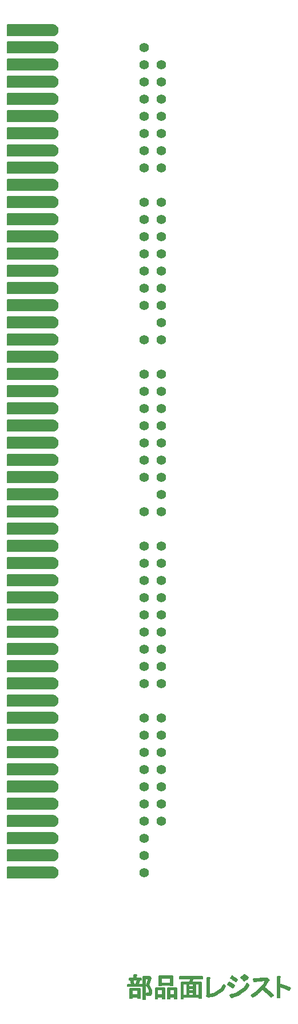
<source format=gbr>
G04 WinPCB Gerber Out *
G70*
G90*
G04 CSI RS-274X *
G04 Date: 2019/03/05 *
G04 Time: 11:11:36 *
%FSDAX66Y66*%
%MOIN*%
%IPPOS*%
%ADD10C,0.005906*%
%ADD11C,0.005315*%
%ADD12C,0.006890*%
%ADD13C,0.005512*%
%ADD14C,0.055118*%
%C:\Users\user_EDA1\Documents\PC-98_C-BUS_Board\6.vgîÂ\01\1-3iÊWXgw-L1004.gbr*%
G01X000000000000Y000000000000D02*
G54D10*
X000000811850Y-000000213031D02*
X000000821653D01*
D02*
X000000825905D01*
D02*
X000000829330Y-000000205944D01*
D02*
X000000828503Y-000000198858D01*
D02*
X000000827204Y-000000190236D01*
D02*
X000000819527Y-000000175236D01*
D02*
X000000813031Y-000000168740D01*
D02*
X000000824133Y-000000127519D01*
D02*
X000000803818D01*
D02*
Y-000000246811D01*
D02*
X000000791535D01*
D02*
Y-000000115826D01*
D02*
X000000827795D01*
D02*
X000000829094Y-000000114055D01*
D02*
X000000840196Y-000000123267D01*
D02*
X000000837716Y-000000125039D01*
D02*
X000000824133Y-000000166259D01*
D02*
X000000833346Y-000000176417D01*
D02*
X000000842204Y-000000194606D01*
D02*
X000000841968Y-000000202519D01*
D02*
X000000841614Y-000000214566D01*
D02*
X000000833346Y-000000226496D01*
D02*
X000000825433D01*
D02*
X000000814330D01*
D02*
X000000811850Y-000000213031D01*
X000000773700Y-000000184094D02*
Y-000000240078D01*
D02*
X000000761417D01*
D02*
Y-000000233346D01*
D02*
X000000727637D01*
D02*
Y-000000243149D01*
D02*
X000000715354D01*
D02*
Y-000000184094D01*
D02*
X000000773700D01*
X000000727637Y-000000221653D02*
X000000761417D01*
D02*
Y-000000195787D01*
D02*
X000000727637D01*
D02*
Y-000000221653D01*
X000000751614Y-000000105433D02*
X000000754684Y-000000106023D01*
D02*
X000000754921Y-000000108503D01*
D02*
X000000752204Y-000000110275D01*
D02*
Y-000000123858D01*
D02*
X000000781141D01*
D02*
Y-000000135551D01*
D02*
X000000772519D01*
D02*
X000000763897Y-000000161299D01*
D02*
X000000787283D01*
D02*
Y-000000172992D01*
D02*
X000000702952D01*
D02*
Y-000000161299D01*
D02*
X000000726338D01*
D02*
X000000719015Y-000000135551D01*
D02*
X000000710984D01*
D02*
Y-000000123858D01*
D02*
X000000738031D01*
D02*
Y-000000105433D01*
D02*
X000000751614D01*
X000000733189Y-000000135551D02*
X000000739330Y-000000161299D01*
D02*
X000000751023D01*
D02*
X000000758346Y-000000135551D01*
D02*
X000000733189D01*
X000000898425Y-000000165078D02*
Y-000000169330D01*
D02*
X000000886141D01*
D02*
Y-000000112165D01*
D02*
X000000964921D01*
D02*
Y-000000168149D01*
D02*
X000000952637D01*
D02*
Y-000000165078D01*
D02*
X000000898425D01*
X000000952637Y-000000153385D02*
Y-000000123858D01*
D02*
X000000898425D01*
D02*
Y-000000153385D01*
D02*
X000000952637D01*
X000000947086Y-000000234527D02*
Y-000000245629D01*
D02*
X000000934803D01*
D02*
Y-000000180433D01*
D02*
X000000988897D01*
D02*
Y-000000243740D01*
D02*
X000000976614D01*
D02*
Y-000000234527D01*
D02*
X000000947086D01*
Y-000000222834D02*
X000000976614D01*
D02*
Y-000000192126D01*
D02*
X000000947086D01*
D02*
Y-000000222834D01*
X000000876929D02*
X000000906456D01*
D02*
Y-000000192126D01*
D02*
X000000876929D01*
D02*
Y-000000222834D01*
Y-000000234527D02*
Y-000000245629D01*
D02*
X000000864645D01*
D02*
Y-000000180433D01*
D02*
X000000918740D01*
D02*
Y-000000243740D01*
D02*
X000000906456D01*
D02*
Y-000000234527D01*
D02*
X000000876929D01*
X000001120236Y-000000241968D02*
Y-000000235826D01*
D02*
X000001026102D01*
D02*
Y-000000244330D01*
D02*
X000001013818D01*
D02*
Y-000000147244D01*
D02*
X000001064252D01*
D02*
X000001069212Y-000000126929D01*
D02*
X000001006378D01*
D02*
Y-000000115236D01*
D02*
X000001139842D01*
D02*
Y-000000126929D01*
D02*
X000001083267D01*
D02*
X000001076535Y-000000147244D01*
D02*
X000001132519D01*
D02*
Y-000000241968D01*
D02*
X000001120236D01*
X000001047598Y-000000158937D02*
X000001026102D01*
D02*
Y-000000224133D01*
D02*
X000001047598D01*
D02*
Y-000000158937D01*
X000001086338Y-000000208661D02*
X000001059881D01*
D02*
Y-000000224133D01*
D02*
X000001086338D01*
D02*
Y-000000208661D01*
Y-000000184685D02*
X000001059881D01*
D02*
Y-000000198858D01*
D02*
X000001086338D01*
D02*
Y-000000184685D01*
X000001059881Y-000000158937D02*
Y-000000174881D01*
D02*
X000001086338D01*
D02*
Y-000000158937D01*
D02*
X000001059881D01*
X000001098622D02*
Y-000000224133D01*
D02*
X000001120236D01*
D02*
Y-000000158937D01*
D02*
X000001098622D01*
X000001178228Y-000000218582D02*
X000001206574Y-000000213385D01*
D02*
X000001247795Y-000000184685D01*
D02*
X000001260669Y-000000161299D01*
D02*
X000001271181Y-000000171811D01*
D02*
X000001256417Y-000000197677D01*
D02*
X000001207165Y-000000229330D01*
D02*
X000001172795Y-000000235118D01*
D02*
X000001162874Y-000000227795D01*
D02*
X000001164173Y-000000224133D01*
D02*
Y-000000121968D01*
D02*
X000001177637D01*
D02*
X000001180354Y-000000122322D01*
D02*
X000001180708Y-000000124448D01*
D02*
X000001178228Y-000000126338D01*
D02*
Y-000000218582D01*
X000001409842Y-000000164488D02*
X000001394133Y-000000189645D01*
D02*
X000001345590Y-000000225315D01*
D02*
X000001312755Y-000000235826D01*
D02*
X000001311810Y-000000239488D01*
D02*
X000001308622Y-000000239724D01*
D02*
X000001306496Y-000000236417D01*
D02*
X000001297992Y-000000222834D01*
D02*
X000001331417Y-000000215511D01*
D02*
X000001381850Y-000000180787D01*
D02*
X000001398858Y-000000153385D01*
D02*
X000001409842Y-000000164488D01*
X000001315118Y-000000181023D02*
X000001305905Y-000000174291D01*
D02*
X000001290551Y-000000164488D01*
D02*
X000001284409Y-000000161299D01*
D02*
X000001293622Y-000000148425D01*
D02*
X000001301299Y-000000152440D01*
D02*
X000001317007Y-000000162362D01*
D02*
X000001325039Y-000000168149D01*
D02*
X000001315118Y-000000181023D01*
X000001333661Y-000000144763D02*
X000001325275Y-000000138976D01*
D02*
X000001309921Y-000000129055D01*
D02*
X000001302834Y-000000125039D01*
D02*
X000001310866Y-000000112165D01*
D02*
X000001319133Y-000000116771D01*
D02*
X000001334724Y-000000126692D01*
D02*
X000001342165Y-000000131889D01*
D02*
X000001333661Y-000000144763D01*
X000001384685Y-000000102952D02*
X000001389881Y-000000106968D01*
D02*
X000001400275Y-000000116417D01*
D02*
X000001405590Y-000000121968D01*
D02*
X000001397559Y-000000130000D01*
D02*
X000001392007Y-000000123858D01*
D02*
X000001381496Y-000000114055D01*
D02*
X000001376653Y-000000110275D01*
D02*
X000001384685Y-000000102952D01*
X000001369921Y-000000113346D02*
X000001375118Y-000000117716D01*
D02*
X000001385511Y-000000127519D01*
D02*
X000001390826Y-000000133070D01*
D02*
X000001382795Y-000000140393D01*
D02*
X000001377598Y-000000134960D01*
D02*
X000001366850Y-000000124803D01*
D02*
X000001361299Y-000000120196D01*
D02*
X000001369921Y-000000113346D01*
X000001498070Y-000000176771D02*
X000001511299Y-000000186929D01*
D02*
X000001537401Y-000000210196D01*
D02*
X000001550393Y-000000223425D01*
D02*
X000001538110Y-000000233937D01*
D02*
X000001525118Y-000000220472D01*
D02*
X000001500196Y-000000197677D01*
D02*
X000001488267Y-000000188464D01*
D02*
X000001476220Y-000000201338D01*
D02*
X000001448937Y-000000224370D01*
D02*
X000001433582Y-000000234527D01*
D02*
X000001421889Y-000000224133D01*
D02*
X000001454488Y-000000202874D01*
D02*
X000001496299Y-000000160472D01*
D02*
X000001505511Y-000000139212D01*
D02*
X000001438425Y-000000143464D01*
D02*
X000001436653Y-000000128818D01*
D02*
X000001507992Y-000000125629D01*
D02*
X000001515315Y-000000123858D01*
D02*
X000001525118Y-000000133661D01*
D02*
X000001527244Y-000000135905D01*
D02*
X000001526063Y-000000138622D01*
D02*
X000001522755Y-000000139212D01*
D02*
X000001516850Y-000000149370D01*
D02*
X000001504566Y-000000168149D01*
D02*
X000001498070Y-000000176771D01*
X000001590078Y-000000158937D02*
X000001605078Y-000000163307D01*
D02*
X000001635551Y-000000175000D01*
D02*
X000001650905Y-000000182322D01*
D02*
X000001643582Y-000000196378D01*
D02*
X000001627283Y-000000188110D01*
D02*
X000001600472Y-000000177126D01*
D02*
X000001590078Y-000000174291D01*
D02*
Y-000000238188D01*
D02*
X000001575905D01*
D02*
Y-000000115236D01*
D02*
X000001588189D01*
D02*
X000001591850Y-000000115590D01*
D02*
X000001592795Y-000000118070D01*
D02*
X000001590078Y-000000120196D01*
D02*
Y-000000158937D01*
G54D11*
X000000791535Y-000000246811D02*
X000000803818D01*
X000000791535Y-000000245039D02*
X000000803818D01*
X000000864645D02*
X000000876929D01*
X000000934803D02*
X000000947086D01*
X000000791535Y-000000243267D02*
X000000803818D01*
X000000864645D02*
X000000876929D01*
X000000906456D02*
X000000918740D01*
X000000934803D02*
X000000947086D01*
X000000976614D02*
X000000988897D01*
X000001013818D02*
X000001026102D01*
X000000715354Y-000000241496D02*
X000000727637D01*
X000000791535D02*
X000000803818D01*
X000000864645D02*
X000000876929D01*
X000000906456D02*
X000000918740D01*
X000000934803D02*
X000000947086D01*
X000000976614D02*
X000000988897D01*
X000001013818D02*
X000001026102D01*
X000001120236D02*
X000001132519D01*
X000000715354Y-000000239724D02*
X000000727637D01*
X000000761417D02*
X000000773700D01*
X000000791535D02*
X000000803818D01*
X000000864645D02*
X000000876929D01*
X000000906456D02*
X000000918740D01*
X000000934803D02*
X000000947086D01*
X000000976614D02*
X000000988897D01*
X000001013818D02*
X000001026102D01*
X000001120236D02*
X000001132519D01*
X000000715354Y-000000237952D02*
X000000727637D01*
X000000761417D02*
X000000773700D01*
X000000791535D02*
X000000803818D01*
X000000864645D02*
X000000876929D01*
X000000906456D02*
X000000918740D01*
X000000934803D02*
X000000947086D01*
X000000976614D02*
X000000988897D01*
X000001013818D02*
X000001026102D01*
X000001120236D02*
X000001132519D01*
X000001307483D02*
X000001312207D01*
X000001575905D02*
X000001590078D01*
X000000715354Y-000000236181D02*
X000000727637D01*
X000000761417D02*
X000000773700D01*
X000000791535D02*
X000000803818D01*
X000000864645D02*
X000000876929D01*
X000000906456D02*
X000000918740D01*
X000000934803D02*
X000000947086D01*
X000000976614D02*
X000000988897D01*
X000001013818D02*
X000001026102D01*
X000001120236D02*
X000001132519D01*
X000001306348D02*
X000001312664D01*
X000001575905D02*
X000001590078D01*
X000000715354Y-000000234409D02*
X000000727637D01*
X000000761417D02*
X000000773700D01*
X000000791535D02*
X000000803818D01*
X000000864645D02*
X000000918740D01*
X000000934803D02*
X000000988897D01*
X000001013818D02*
X000001132519D01*
X000001171835D02*
X000001177003D01*
X000001305238D02*
X000001317183D01*
X000001575905D02*
X000001590078D01*
X000000715354Y-000000232637D02*
X000000773700D01*
X000000791535D02*
X000000803818D01*
X000000864645D02*
X000000918740D01*
X000000934803D02*
X000000988897D01*
X000001013818D02*
X000001132519D01*
X000001169434D02*
X000001187525D01*
X000001304129D02*
X000001322716D01*
X000001431456D02*
X000001436439D01*
X000001536856D02*
X000001539628D01*
X000001575905D02*
X000001590078D01*
X000000715354Y-000000230866D02*
X000000773700D01*
X000000791535D02*
X000000803818D01*
X000000864645D02*
X000000918740D01*
X000000934803D02*
X000000988897D01*
X000001013818D02*
X000001132519D01*
X000001167034D02*
X000001198046D01*
X000001303020D02*
X000001328251D01*
X000001429463D02*
X000001439116D01*
X000001535147D02*
X000001541698D01*
X000001575905D02*
X000001590078D01*
X000000715354Y-000000229094D02*
X000000773700D01*
X000000791535D02*
X000000803818D01*
X000000864645D02*
X000000918740D01*
X000000934803D02*
X000000988897D01*
X000001013818D02*
X000001132519D01*
X000001164633D02*
X000001207532D01*
X000001301911D02*
X000001333784D01*
X000001427470D02*
X000001441795D01*
X000001533437D02*
X000001543768D01*
X000001575905D02*
X000001590078D01*
X000000715354Y-000000227322D02*
X000000773700D01*
X000000791535D02*
X000000803818D01*
X000000864645D02*
X000000918740D01*
X000000934803D02*
X000000988897D01*
X000001013818D02*
X000001132519D01*
X000001163041D02*
X000001210289D01*
X000001300802D02*
X000001339318D01*
X000001425477D02*
X000001444473D01*
X000001531728D02*
X000001545839D01*
X000001575905D02*
X000001590078D01*
X000000715354Y-000000225551D02*
X000000773700D01*
X000000791535D02*
X000000803818D01*
X000000814156D02*
X000000834001D01*
X000000864645D02*
X000000918740D01*
X000000934803D02*
X000000988897D01*
X000001013818D02*
X000001132519D01*
X000001163670D02*
X000001213046D01*
X000001299692D02*
X000001344852D01*
X000001423484D02*
X000001447151D01*
X000001530018D02*
X000001547909D01*
X000001575905D02*
X000001590078D01*
X000000715354Y-000000223779D02*
X000000773700D01*
X000000791535D02*
X000000803818D01*
X000000813830D02*
X000000835229D01*
X000000864645D02*
X000000918740D01*
X000000934803D02*
X000000988897D01*
X000001013818D02*
X000001026102D01*
X000001047598D02*
X000001059881D01*
X000001086338D02*
X000001098622D01*
X000001120236D02*
X000001132519D01*
X000001164173D02*
X000001215802D01*
X000001298583D02*
X000001347680D01*
X000001422432D02*
X000001449636D01*
X000001528309D02*
X000001549979D01*
X000001575905D02*
X000001590078D01*
X000000715354Y-000000222007D02*
X000000773700D01*
X000000791535D02*
X000000803818D01*
X000000813503D02*
X000000836456D01*
X000000864645D02*
X000000876929D01*
X000000906456D02*
X000000918740D01*
X000000934803D02*
X000000947086D01*
X000000976614D02*
X000000988897D01*
X000001013818D02*
X000001026102D01*
X000001047598D02*
X000001059881D01*
X000001086338D02*
X000001098622D01*
X000001120236D02*
X000001132519D01*
X000001164173D02*
X000001218559D01*
X000001301766D02*
X000001350091D01*
X000001425149D02*
X000001451735D01*
X000001526599D02*
X000001549001D01*
X000001575905D02*
X000001590078D01*
X000000715354Y-000000220236D02*
X000000727637D01*
X000000761417D02*
X000000773700D01*
X000000791535D02*
X000000803818D01*
X000000813177D02*
X000000837684D01*
X000000864645D02*
X000000876929D01*
X000000906456D02*
X000000918740D01*
X000000934803D02*
X000000947086D01*
X000000976614D02*
X000000988897D01*
X000001013818D02*
X000001026102D01*
X000001047598D02*
X000001059881D01*
X000001086338D02*
X000001098622D01*
X000001120236D02*
X000001132519D01*
X000001164173D02*
X000001221315D01*
X000001309852D02*
X000001352502D01*
X000001427865D02*
X000001453833D01*
X000001524859D02*
X000001547261D01*
X000001575905D02*
X000001590078D01*
X000000715354Y-000000218464D02*
X000000727637D01*
X000000761417D02*
X000000773700D01*
X000000791535D02*
X000000803818D01*
X000000812851D02*
X000000838913D01*
X000000864645D02*
X000000876929D01*
X000000906456D02*
X000000918740D01*
X000000934803D02*
X000000947086D01*
X000000976614D02*
X000000988897D01*
X000001013818D02*
X000001026102D01*
X000001047598D02*
X000001059881D01*
X000001086338D02*
X000001098622D01*
X000001120236D02*
X000001132519D01*
X000001164173D02*
X000001178228D01*
X000001178872D02*
X000001224072D01*
X000001317939D02*
X000001354913D01*
X000001430582D02*
X000001455932D01*
X000001522922D02*
X000001545521D01*
X000001575905D02*
X000001590078D01*
X000000715354Y-000000216692D02*
X000000727637D01*
X000000761417D02*
X000000773700D01*
X000000791535D02*
X000000803818D01*
X000000812524D02*
X000000840140D01*
X000000864645D02*
X000000876929D01*
X000000906456D02*
X000000918740D01*
X000000934803D02*
X000000947086D01*
X000000976614D02*
X000000988897D01*
X000001013818D02*
X000001026102D01*
X000001047598D02*
X000001059881D01*
X000001086338D02*
X000001098622D01*
X000001120236D02*
X000001132519D01*
X000001164173D02*
X000001178228D01*
X000001188535D02*
X000001226829D01*
X000001326026D02*
X000001357324D01*
X000001433298D02*
X000001458031D01*
X000001520986D02*
X000001543781D01*
X000001575905D02*
X000001590078D01*
X000000715354Y-000000214921D02*
X000000727637D01*
X000000761417D02*
X000000773700D01*
X000000791535D02*
X000000803818D01*
X000000812198D02*
X000000841368D01*
X000000864645D02*
X000000876929D01*
X000000906456D02*
X000000918740D01*
X000000934803D02*
X000000947086D01*
X000000976614D02*
X000000988897D01*
X000001013818D02*
X000001026102D01*
X000001047598D02*
X000001059881D01*
X000001086338D02*
X000001098622D01*
X000001120236D02*
X000001132519D01*
X000001164173D02*
X000001178228D01*
X000001198199D02*
X000001229585D01*
X000001332274D02*
X000001359735D01*
X000001436015D02*
X000001460129D01*
X000001519048D02*
X000001542041D01*
X000001575905D02*
X000001590078D01*
X000000715354Y-000000213149D02*
X000000727637D01*
X000000761417D02*
X000000773700D01*
X000000791535D02*
X000000803818D01*
X000000811871D02*
X000000841655D01*
X000000864645D02*
X000000876929D01*
X000000906456D02*
X000000918740D01*
X000000934803D02*
X000000947086D01*
X000000976614D02*
X000000988897D01*
X000001013818D02*
X000001026102D01*
X000001047598D02*
X000001059881D01*
X000001086338D02*
X000001098622D01*
X000001120236D02*
X000001132519D01*
X000001164173D02*
X000001178228D01*
X000001206913D02*
X000001232342D01*
X000001334848D02*
X000001362146D01*
X000001438731D02*
X000001462229D01*
X000001517112D02*
X000001540301D01*
X000001575905D02*
X000001590078D01*
X000000715354Y-000000211377D02*
X000000727637D01*
X000000761417D02*
X000000773700D01*
X000000791535D02*
X000000803818D01*
X000000826704D02*
X000000841707D01*
X000000864645D02*
X000000876929D01*
X000000906456D02*
X000000918740D01*
X000000934803D02*
X000000947086D01*
X000000976614D02*
X000000988897D01*
X000001013818D02*
X000001026102D01*
X000001047598D02*
X000001059881D01*
X000001086338D02*
X000001098622D01*
X000001120236D02*
X000001132519D01*
X000001164173D02*
X000001178228D01*
X000001209458D02*
X000001235099D01*
X000001337421D02*
X000001364557D01*
X000001441448D02*
X000001464327D01*
X000001515175D02*
X000001538561D01*
X000001575905D02*
X000001590078D01*
X000000715354Y-000000209606D02*
X000000727637D01*
X000000761417D02*
X000000773700D01*
X000000791535D02*
X000000803818D01*
X000000827561D02*
X000000841760D01*
X000000864645D02*
X000000876929D01*
X000000906456D02*
X000000918740D01*
X000000934803D02*
X000000947086D01*
X000000976614D02*
X000000988897D01*
X000001013818D02*
X000001026102D01*
X000001047598D02*
X000001059881D01*
X000001086338D02*
X000001098622D01*
X000001120236D02*
X000001132519D01*
X000001164173D02*
X000001178228D01*
X000001212002D02*
X000001237855D01*
X000001339994D02*
X000001366968D01*
X000001444165D02*
X000001466426D01*
X000001513238D02*
X000001536739D01*
X000001575905D02*
X000001590078D01*
X000000715354Y-000000207834D02*
X000000727637D01*
X000000761417D02*
X000000773700D01*
X000000791535D02*
X000000803818D01*
X000000828417D02*
X000000841812D01*
X000000864645D02*
X000000876929D01*
X000000906456D02*
X000000918740D01*
X000000934803D02*
X000000947086D01*
X000000976614D02*
X000000988897D01*
X000001013818D02*
X000001026102D01*
X000001047598D02*
X000001098622D01*
X000001120236D02*
X000001132519D01*
X000001164173D02*
X000001178228D01*
X000001214547D02*
X000001240612D01*
X000001342567D02*
X000001369379D01*
X000001446881D02*
X000001468525D01*
X000001511301D02*
X000001534751D01*
X000001575905D02*
X000001590078D01*
X000000715354Y-000000206063D02*
X000000727637D01*
X000000761417D02*
X000000773700D01*
X000000791535D02*
X000000803818D01*
X000000829273D02*
X000000841864D01*
X000000864645D02*
X000000876929D01*
X000000906456D02*
X000000918740D01*
X000000934803D02*
X000000947086D01*
X000000976614D02*
X000000988897D01*
X000001013818D02*
X000001026102D01*
X000001047598D02*
X000001098622D01*
X000001120236D02*
X000001132519D01*
X000001164173D02*
X000001178228D01*
X000001217091D02*
X000001243369D01*
X000001345140D02*
X000001371790D01*
X000001449598D02*
X000001470623D01*
X000001509364D02*
X000001532764D01*
X000001575905D02*
X000001590078D01*
X000000715354Y-000000204291D02*
X000000727637D01*
X000000761417D02*
X000000773700D01*
X000000791535D02*
X000000803818D01*
X000000829137D02*
X000000841916D01*
X000000864645D02*
X000000876929D01*
X000000906456D02*
X000000918740D01*
X000000934803D02*
X000000947086D01*
X000000976614D02*
X000000988897D01*
X000001013818D02*
X000001026102D01*
X000001047598D02*
X000001098622D01*
X000001120236D02*
X000001132519D01*
X000001164173D02*
X000001178228D01*
X000001219636D02*
X000001246126D01*
X000001347713D02*
X000001374202D01*
X000001452314D02*
X000001472722D01*
X000001507427D02*
X000001530776D01*
X000001575905D02*
X000001590078D01*
X000000715354Y-000000202519D02*
X000000727637D01*
X000000761417D02*
X000000773700D01*
X000000791535D02*
X000000803818D01*
X000000828930D02*
X000000841968D01*
X000000864645D02*
X000000876929D01*
X000000906456D02*
X000000918740D01*
X000000934803D02*
X000000947086D01*
X000000976614D02*
X000000988897D01*
X000001013818D02*
X000001026102D01*
X000001047598D02*
X000001098622D01*
X000001120236D02*
X000001132519D01*
X000001164173D02*
X000001178228D01*
X000001222180D02*
X000001248882D01*
X000001350286D02*
X000001376613D01*
X000001454837D02*
X000001474821D01*
X000001505490D02*
X000001528789D01*
X000001575905D02*
X000001590078D01*
X000000715354Y-000000200747D02*
X000000727637D01*
X000000761417D02*
X000000773700D01*
X000000791535D02*
X000000803818D01*
X000000828724D02*
X000000842021D01*
X000000864645D02*
X000000876929D01*
X000000906456D02*
X000000918740D01*
X000000934803D02*
X000000947086D01*
X000000976614D02*
X000000988897D01*
X000001013818D02*
X000001026102D01*
X000001047598D02*
X000001098622D01*
X000001120236D02*
X000001132519D01*
X000001164173D02*
X000001178228D01*
X000001224725D02*
X000001251639D01*
X000001352859D02*
X000001379023D01*
X000001456584D02*
X000001476772D01*
X000001503553D02*
X000001526801D01*
X000001575905D02*
X000001590078D01*
X000000715354Y-000000198976D02*
X000000727637D01*
X000000761417D02*
X000000773700D01*
X000000791535D02*
X000000803818D01*
X000000828517D02*
X000000842074D01*
X000000864645D02*
X000000876929D01*
X000000906456D02*
X000000918740D01*
X000000934803D02*
X000000947086D01*
X000000976614D02*
X000000988897D01*
X000001013818D02*
X000001026102D01*
X000001047598D02*
X000001098622D01*
X000001120236D02*
X000001132519D01*
X000001164173D02*
X000001178228D01*
X000001227269D02*
X000001254396D01*
X000001355433D02*
X000001381435D01*
X000001458331D02*
X000001478431D01*
X000001501616D02*
X000001524813D01*
X000001575905D02*
X000001590078D01*
X000000715354Y-000000197204D02*
X000000727637D01*
X000000761417D02*
X000000773700D01*
X000000791535D02*
X000000803818D01*
X000000828254D02*
X000000842127D01*
X000000864645D02*
X000000876929D01*
X000000906456D02*
X000000918740D01*
X000000934803D02*
X000000947086D01*
X000000976614D02*
X000000988897D01*
X000001013818D02*
X000001026102D01*
X000001047598D02*
X000001059881D01*
X000001086338D02*
X000001098622D01*
X000001120236D02*
X000001132519D01*
X000001164173D02*
X000001178228D01*
X000001229814D02*
X000001256687D01*
X000001358005D02*
X000001383846D01*
X000001460078D02*
X000001480088D01*
X000001499584D02*
X000001522826D01*
X000001575905D02*
X000001590078D01*
X000000715354Y-000000195433D02*
X000000773700D01*
X000000791535D02*
X000000803818D01*
X000000827987D02*
X000000842179D01*
X000000864645D02*
X000000876929D01*
X000000906456D02*
X000000918740D01*
X000000934803D02*
X000000947086D01*
X000000976614D02*
X000000988897D01*
X000001013818D02*
X000001026102D01*
X000001047598D02*
X000001059881D01*
X000001086338D02*
X000001098622D01*
X000001120236D02*
X000001132519D01*
X000001164173D02*
X000001178228D01*
X000001232358D02*
X000001257698D01*
X000001360579D02*
X000001386257D01*
X000001461825D02*
X000001481746D01*
X000001497290D02*
X000001520839D01*
X000001575905D02*
X000001590078D01*
X000001641719D02*
X000001644075D01*
X000000715354Y-000000193661D02*
X000000773700D01*
X000000791535D02*
X000000803818D01*
X000000827720D02*
X000000841744D01*
X000000864645D02*
X000000876929D01*
X000000906456D02*
X000000918740D01*
X000000934803D02*
X000000947086D01*
X000000976614D02*
X000000988897D01*
X000001013818D02*
X000001026102D01*
X000001047598D02*
X000001059881D01*
X000001086338D02*
X000001098622D01*
X000001120236D02*
X000001132519D01*
X000001164173D02*
X000001178228D01*
X000001234903D02*
X000001258709D01*
X000001363152D02*
X000001388668D01*
X000001463572D02*
X000001483404D01*
X000001494996D02*
X000001518851D01*
X000001575905D02*
X000001590078D01*
X000001638227D02*
X000001644998D01*
X000000715354Y-000000191889D02*
X000000773700D01*
X000000791535D02*
X000000803818D01*
X000000827453D02*
X000000840881D01*
X000000864645D02*
X000000918740D01*
X000000934803D02*
X000000988897D01*
X000001013818D02*
X000001026102D01*
X000001047598D02*
X000001059881D01*
X000001086338D02*
X000001098622D01*
X000001120236D02*
X000001132519D01*
X000001164173D02*
X000001178228D01*
X000001237447D02*
X000001259720D01*
X000001365725D02*
X000001391079D01*
X000001465319D02*
X000001485062D01*
X000001492702D02*
X000001516863D01*
X000001575905D02*
X000001590078D01*
X000001634734D02*
X000001645921D01*
X000000715354Y-000000190118D02*
X000000773700D01*
X000000791535D02*
X000000803818D01*
X000000827144D02*
X000000840018D01*
X000000864645D02*
X000000918740D01*
X000000934803D02*
X000000988897D01*
X000001013818D02*
X000001026102D01*
X000001047598D02*
X000001059881D01*
X000001086338D02*
X000001098622D01*
X000001120236D02*
X000001132519D01*
X000001164173D02*
X000001178228D01*
X000001239992D02*
X000001260731D01*
X000001368298D02*
X000001393490D01*
X000001467066D02*
X000001486720D01*
X000001490409D02*
X000001514876D01*
X000001575905D02*
X000001590078D01*
X000001631242D02*
X000001646844D01*
X000000715354Y-000000188346D02*
X000000773700D01*
X000000791535D02*
X000000803818D01*
X000000826237D02*
X000000839155D01*
X000000864645D02*
X000000918740D01*
X000000934803D02*
X000000988897D01*
X000001013818D02*
X000001026102D01*
X000001047598D02*
X000001059881D01*
X000001086338D02*
X000001098622D01*
X000001120236D02*
X000001132519D01*
X000001164173D02*
X000001178228D01*
X000001242536D02*
X000001261742D01*
X000001370871D02*
X000001394944D01*
X000001468813D02*
X000001512889D01*
X000001575905D02*
X000001590078D01*
X000001627748D02*
X000001647767D01*
X000000715354Y-000000186574D02*
X000000773700D01*
X000000791535D02*
X000000803818D01*
X000000825330D02*
X000000838292D01*
X000000864645D02*
X000000918740D01*
X000000934803D02*
X000000988897D01*
X000001013818D02*
X000001026102D01*
X000001047598D02*
X000001059881D01*
X000001086338D02*
X000001098622D01*
X000001120236D02*
X000001132519D01*
X000001164173D02*
X000001178228D01*
X000001245081D02*
X000001262754D01*
X000001373444D02*
X000001396051D01*
X000001470560D02*
X000001510837D01*
X000001575905D02*
X000001590078D01*
X000001623535D02*
X000001648690D01*
X000000715354Y-000000184803D02*
X000000773700D01*
X000000791535D02*
X000000803818D01*
X000000824423D02*
X000000837430D01*
X000000864645D02*
X000000918740D01*
X000000934803D02*
X000000988897D01*
X000001013818D02*
X000001026102D01*
X000001047598D02*
X000001059881D01*
X000001086338D02*
X000001098622D01*
X000001120236D02*
X000001132519D01*
X000001164173D02*
X000001178228D01*
X000001247625D02*
X000001263765D01*
X000001376017D02*
X000001397157D01*
X000001472307D02*
X000001508530D01*
X000001575905D02*
X000001590078D01*
X000001619211D02*
X000001649613D01*
X000000791535Y-000000183031D02*
X000000803818D01*
X000000823517D02*
X000000836567D01*
X000000864645D02*
X000000918740D01*
X000000934803D02*
X000000988897D01*
X000001013818D02*
X000001026102D01*
X000001047598D02*
X000001098622D01*
X000001120236D02*
X000001132519D01*
X000001164173D02*
X000001178228D01*
X000001248705D02*
X000001264776D01*
X000001378590D02*
X000001398263D01*
X000001474054D02*
X000001506223D01*
X000001575905D02*
X000001590078D01*
X000001614887D02*
X000001650536D01*
X000000791535Y-000000181259D02*
X000000803818D01*
X000000822610D02*
X000000835704D01*
X000000864645D02*
X000000918740D01*
X000000934803D02*
X000000988897D01*
X000001013818D02*
X000001026102D01*
X000001047598D02*
X000001098622D01*
X000001120236D02*
X000001132519D01*
X000001164173D02*
X000001178228D01*
X000001249680D02*
X000001265787D01*
X000001381164D02*
X000001399370D01*
X000001475801D02*
X000001503915D01*
X000001575905D02*
X000001590078D01*
X000001610562D02*
X000001648676D01*
X000000791535Y-000000179488D02*
X000000803818D01*
X000000821703D02*
X000000834841D01*
X000001013818D02*
X000001026102D01*
X000001047598D02*
X000001098622D01*
X000001120236D02*
X000001132519D01*
X000001164173D02*
X000001178228D01*
X000001250655D02*
X000001266798D01*
X000001313016D02*
X000001316301D01*
X000001382656D02*
X000001400476D01*
X000001477548D02*
X000001501608D01*
X000001575905D02*
X000001590078D01*
X000001606238D02*
X000001644961D01*
X000000791535Y-000000177716D02*
X000000803818D01*
X000000820796D02*
X000000833979D01*
X000001013818D02*
X000001026102D01*
X000001047598D02*
X000001098622D01*
X000001120236D02*
X000001132519D01*
X000001164173D02*
X000001178228D01*
X000001251631D02*
X000001267810D01*
X000001310592D02*
X000001317666D01*
X000001383756D02*
X000001401582D01*
X000001479294D02*
X000001499301D01*
X000001575905D02*
X000001590078D01*
X000001601913D02*
X000001641246D01*
X000000791535Y-000000175944D02*
X000000803818D01*
X000000819890D02*
X000000832917D01*
X000001013818D02*
X000001026102D01*
X000001047598D02*
X000001098622D01*
X000001120236D02*
X000001132519D01*
X000001164173D02*
X000001178228D01*
X000001252606D02*
X000001268821D01*
X000001308168D02*
X000001319031D01*
X000001384855D02*
X000001402688D01*
X000001481042D02*
X000001498693D01*
X000001575905D02*
X000001590078D01*
X000001596141D02*
X000001637532D01*
X000000791535Y-000000174173D02*
X000000803818D01*
X000000818464D02*
X000000831311D01*
X000001013818D02*
X000001026102D01*
X000001047598D02*
X000001059881D01*
X000001086338D02*
X000001098622D01*
X000001120236D02*
X000001132519D01*
X000001164173D02*
X000001178228D01*
X000001253581D02*
X000001269832D01*
X000001305720D02*
X000001320397D01*
X000001385955D02*
X000001403795D01*
X000001482789D02*
X000001500028D01*
X000001575905D02*
X000001633396D01*
X000000702952Y-000000172401D02*
X000000787283D01*
X000000791535D02*
X000000803818D01*
X000000816692D02*
X000000829703D01*
X000001013818D02*
X000001026102D01*
X000001047598D02*
X000001059881D01*
X000001086338D02*
X000001098622D01*
X000001120236D02*
X000001132519D01*
X000001164173D02*
X000001178228D01*
X000001254557D02*
X000001270844D01*
X000001302945D02*
X000001321762D01*
X000001387055D02*
X000001404901D01*
X000001484535D02*
X000001501363D01*
X000001575905D02*
X000001628779D01*
X000000702952Y-000000170629D02*
X000000787283D01*
X000000791535D02*
X000000803818D01*
X000000814921D02*
X000000828097D01*
X000001013818D02*
X000001026102D01*
X000001047598D02*
X000001059881D01*
X000001086338D02*
X000001098622D01*
X000001120236D02*
X000001132519D01*
X000001164173D02*
X000001178228D01*
X000001255532D02*
X000001270000D01*
X000001300170D02*
X000001323127D01*
X000001388154D02*
X000001406007D01*
X000001486283D02*
X000001502698D01*
X000001575905D02*
X000001624162D01*
X000000702952Y-000000168858D02*
X000000787283D01*
X000000791535D02*
X000000803818D01*
X000000813149D02*
X000000826490D01*
X000000886141D02*
X000000898425D01*
X000001013818D02*
X000001026102D01*
X000001047598D02*
X000001059881D01*
X000001086338D02*
X000001098622D01*
X000001120236D02*
X000001132519D01*
X000001164173D02*
X000001178228D01*
X000001256507D02*
X000001268228D01*
X000001297396D02*
X000001324493D01*
X000001389254D02*
X000001407113D01*
X000001488029D02*
X000001504033D01*
X000001575905D02*
X000001619545D01*
X000000702952Y-000000167086D02*
X000000787283D01*
X000000791535D02*
X000000803818D01*
X000000813476D02*
X000000824883D01*
X000000886141D02*
X000000898425D01*
X000000952637D02*
X000000964921D01*
X000001013818D02*
X000001026102D01*
X000001047598D02*
X000001059881D01*
X000001086338D02*
X000001098622D01*
X000001120236D02*
X000001132519D01*
X000001164173D02*
X000001178228D01*
X000001257483D02*
X000001266456D01*
X000001294620D02*
X000001323564D01*
X000001390354D02*
X000001408220D01*
X000001489777D02*
X000001505262D01*
X000001575905D02*
X000001614928D01*
X000000702952Y-000000165315D02*
X000000787283D01*
X000000791535D02*
X000000803818D01*
X000000813953D02*
X000000824445D01*
X000000886141D02*
X000000898425D01*
X000000952637D02*
X000000964921D01*
X000001013818D02*
X000001026102D01*
X000001047598D02*
X000001059881D01*
X000001086338D02*
X000001098622D01*
X000001120236D02*
X000001132519D01*
X000001164173D02*
X000001178228D01*
X000001258458D02*
X000001264684D01*
X000001291846D02*
X000001321105D01*
X000001391453D02*
X000001409326D01*
X000001491523D02*
X000001506420D01*
X000001575905D02*
X000001610311D01*
X000000702952Y-000000163543D02*
X000000787283D01*
X000000791535D02*
X000000803818D01*
X000000814431D02*
X000000825028D01*
X000000886141D02*
X000000964921D01*
X000001013818D02*
X000001026102D01*
X000001047598D02*
X000001059881D01*
X000001086338D02*
X000001098622D01*
X000001120236D02*
X000001132519D01*
X000001164173D02*
X000001178228D01*
X000001259433D02*
X000001262913D01*
X000001288731D02*
X000001318646D01*
X000001392553D02*
X000001408907D01*
X000001493270D02*
X000001507579D01*
X000001575905D02*
X000001605694D01*
X000000702952Y-000000161771D02*
X000000787283D01*
X000000791535D02*
X000000803818D01*
X000000814908D02*
X000000825612D01*
X000000886141D02*
X000000964921D01*
X000001013818D02*
X000001026102D01*
X000001047598D02*
X000001059881D01*
X000001086338D02*
X000001098622D01*
X000001120236D02*
X000001132519D01*
X000001164173D02*
X000001178228D01*
X000001285319D02*
X000001316072D01*
X000001393653D02*
X000001407154D01*
X000001495018D02*
X000001508738D01*
X000001575905D02*
X000001599808D01*
X000000725968Y-000000160000D02*
X000000739020D01*
X000000751393D02*
X000000764332D01*
X000000791535D02*
X000000803818D01*
X000000815385D02*
X000000826196D01*
X000000886141D02*
X000000964921D01*
X000001013818D02*
X000001026102D01*
X000001047598D02*
X000001059881D01*
X000001086338D02*
X000001098622D01*
X000001120236D02*
X000001132519D01*
X000001164173D02*
X000001178228D01*
X000001285339D02*
X000001313267D01*
X000001394752D02*
X000001405402D01*
X000001496503D02*
X000001509897D01*
X000001575905D02*
X000001593727D01*
X000000725465Y-000000158228D02*
X000000738598D01*
X000000751896D02*
X000000764925D01*
X000000791535D02*
X000000803818D01*
X000000815863D02*
X000000826779D01*
X000000886141D02*
X000000964921D01*
X000001013818D02*
X000001132519D01*
X000001164173D02*
X000001178228D01*
X000001286607D02*
X000001310462D01*
X000001395852D02*
X000001403649D01*
X000001497271D02*
X000001511056D01*
X000001575905D02*
X000001590078D01*
X000000724961Y-000000156456D02*
X000000738175D01*
X000000752400D02*
X000000765518D01*
X000000791535D02*
X000000803818D01*
X000000816339D02*
X000000827364D01*
X000000886141D02*
X000000964921D01*
X000001013818D02*
X000001132519D01*
X000001164173D02*
X000001178228D01*
X000001287874D02*
X000001307657D01*
X000001396952D02*
X000001401896D01*
X000001498039D02*
X000001512215D01*
X000001575905D02*
X000001590078D01*
X000000724457Y-000000154685D02*
X000000737752D01*
X000000752904D02*
X000000766112D01*
X000000791535D02*
X000000803818D01*
X000000816816D02*
X000000827947D01*
X000000886141D02*
X000000964921D01*
X000001013818D02*
X000001132519D01*
X000001164173D02*
X000001178228D01*
X000001289142D02*
X000001304852D01*
X000001398051D02*
X000001400143D01*
X000001498807D02*
X000001513374D01*
X000001575905D02*
X000001590078D01*
X000000723953Y-000000152913D02*
X000000737330D01*
X000000753408D02*
X000000766705D01*
X000000791535D02*
X000000803818D01*
X000000817294D02*
X000000828531D01*
X000000886141D02*
X000000898425D01*
X000000952637D02*
X000000964921D01*
X000001013818D02*
X000001132519D01*
X000001164173D02*
X000001178228D01*
X000001290410D02*
X000001302047D01*
X000001499574D02*
X000001514532D01*
X000001575905D02*
X000001590078D01*
X000000723449Y-000000151141D02*
X000000736907D01*
X000000753912D02*
X000000767299D01*
X000000791535D02*
X000000803818D01*
X000000817771D02*
X000000829115D01*
X000000886141D02*
X000000898425D01*
X000000952637D02*
X000000964921D01*
X000001013818D02*
X000001132519D01*
X000001164173D02*
X000001178228D01*
X000001291678D02*
X000001298815D01*
X000001500342D02*
X000001515691D01*
X000001575905D02*
X000001590078D01*
X000000722945Y-000000149370D02*
X000000736485D01*
X000000754416D02*
X000000767892D01*
X000000791535D02*
X000000803818D01*
X000000818248D02*
X000000829698D01*
X000000886141D02*
X000000898425D01*
X000000952637D02*
X000000964921D01*
X000001013818D02*
X000001132519D01*
X000001164173D02*
X000001178228D01*
X000001292945D02*
X000001295428D01*
X000001501110D02*
X000001516850D01*
X000001575905D02*
X000001590078D01*
X000000722441Y-000000147598D02*
X000000736062D01*
X000000754919D02*
X000000768485D01*
X000000791535D02*
X000000803818D01*
X000000818726D02*
X000000830283D01*
X000000886141D02*
X000000898425D01*
X000000952637D02*
X000000964921D01*
X000001013818D02*
X000001132519D01*
X000001164173D02*
X000001178228D01*
X000001501877D02*
X000001517880D01*
X000001575905D02*
X000001590078D01*
X000000721938Y-000000145826D02*
X000000735639D01*
X000000755424D02*
X000000769078D01*
X000000791535D02*
X000000803818D01*
X000000819202D02*
X000000830866D01*
X000000886141D02*
X000000898425D01*
X000000952637D02*
X000000964921D01*
X000001064598D02*
X000001077005D01*
X000001164173D02*
X000001178228D01*
X000001502645D02*
X000001518910D01*
X000001575905D02*
X000001590078D01*
X000000721434Y-000000144055D02*
X000000735217D01*
X000000755928D02*
X000000769672D01*
X000000791535D02*
X000000803818D01*
X000000819679D02*
X000000831450D01*
X000000886141D02*
X000000898425D01*
X000000952637D02*
X000000964921D01*
X000001065030D02*
X000001077592D01*
X000001164173D02*
X000001178228D01*
X000001332634D02*
X000001334129D01*
X000001503413D02*
X000001519940D01*
X000001575905D02*
X000001590078D01*
X000000720930Y-000000142283D02*
X000000734794D01*
X000000756431D02*
X000000770265D01*
X000000791535D02*
X000000803818D01*
X000000820157D02*
X000000832034D01*
X000000886141D02*
X000000898425D01*
X000000952637D02*
X000000964921D01*
X000001065463D02*
X000001078179D01*
X000001164173D02*
X000001178228D01*
X000001330067D02*
X000001335299D01*
X000001438282D02*
X000001457059D01*
X000001504181D02*
X000001520970D01*
X000001575905D02*
X000001590078D01*
X000000720426Y-000000140511D02*
X000000734372D01*
X000000756935D02*
X000000770858D01*
X000000791535D02*
X000000803818D01*
X000000820634D02*
X000000832618D01*
X000000886141D02*
X000000898425D01*
X000000952637D02*
X000000964921D01*
X000001065895D02*
X000001078766D01*
X000001164173D02*
X000001178228D01*
X000001327500D02*
X000001336470D01*
X000001438068D02*
X000001485013D01*
X000001504948D02*
X000001522000D01*
X000001575905D02*
X000001590078D01*
X000000719922Y-000000138740D02*
X000000733949D01*
X000000757439D02*
X000000771451D01*
X000000791535D02*
X000000803818D01*
X000000821111D02*
X000000833201D01*
X000000886141D02*
X000000898425D01*
X000000952637D02*
X000000964921D01*
X000001066328D02*
X000001079353D01*
X000001164173D02*
X000001178228D01*
X000001324909D02*
X000001337640D01*
X000001381213D02*
X000001384608D01*
X000001437853D02*
X000001525401D01*
X000001575905D02*
X000001590078D01*
X000000719418Y-000000136968D02*
X000000733526D01*
X000000757943D02*
X000000772044D01*
X000000791535D02*
X000000803818D01*
X000000821589D02*
X000000833785D01*
X000000886141D02*
X000000898425D01*
X000000952637D02*
X000000964921D01*
X000001066761D02*
X000001079940D01*
X000001164173D02*
X000001178228D01*
X000001322168D02*
X000001338810D01*
X000001379518D02*
X000001386552D01*
X000001437639D02*
X000001526781D01*
X000001575905D02*
X000001590078D01*
X000000710984Y-000000135196D02*
X000000781141D01*
X000000791535D02*
X000000803818D01*
X000000822065D02*
X000000834369D01*
X000000886141D02*
X000000898425D01*
X000000952637D02*
X000000964921D01*
X000001067193D02*
X000001080528D01*
X000001164173D02*
X000001178228D01*
X000001319426D02*
X000001339980D01*
X000001377824D02*
X000001388495D01*
X000001437424D02*
X000001526572D01*
X000001575905D02*
X000001590078D01*
X000000710984Y-000000133425D02*
X000000781141D01*
X000000791535D02*
X000000803818D01*
X000000822542D02*
X000000834952D01*
X000000886141D02*
X000000898425D01*
X000000952637D02*
X000000964921D01*
X000001067626D02*
X000001081114D01*
X000001164173D02*
X000001178228D01*
X000001316684D02*
X000001341151D01*
X000001375973D02*
X000001390437D01*
X000001437210D02*
X000001524881D01*
X000001575905D02*
X000001590078D01*
X000000710984Y-000000131653D02*
X000000781141D01*
X000000791535D02*
X000000803818D01*
X000000823020D02*
X000000835537D01*
X000000886141D02*
X000000898425D01*
X000000952637D02*
X000000964921D01*
X000001068058D02*
X000001081702D01*
X000001164173D02*
X000001178228D01*
X000001313942D02*
X000001341827D01*
X000001374098D02*
X000001389469D01*
X000001436996D02*
X000001523110D01*
X000001575905D02*
X000001590078D01*
X000000710984Y-000000129881D02*
X000000781141D01*
X000000791535D02*
X000000803818D01*
X000000823497D02*
X000000836120D01*
X000000886141D02*
X000000898425D01*
X000000952637D02*
X000000964921D01*
X000001068491D02*
X000001082289D01*
X000001164173D02*
X000001178228D01*
X000001311200D02*
X000001339290D01*
X000001372224D02*
X000001387773D01*
X000001436781D02*
X000001521338D01*
X000001575905D02*
X000001590078D01*
X000000710984Y-000000128110D02*
X000000781141D01*
X000000791535D02*
X000000803818D01*
X000000823974D02*
X000000836704D01*
X000000886141D02*
X000000898425D01*
X000000952637D02*
X000000964921D01*
X000001068924D02*
X000001082876D01*
X000001164173D02*
X000001178228D01*
X000001308253D02*
X000001336753D01*
X000001370349D02*
X000001386077D01*
X000001395851D02*
X000001399448D01*
X000001452506D02*
X000001519566D01*
X000001575905D02*
X000001590078D01*
X000000710984Y-000000126338D02*
X000000781141D01*
X000000791535D02*
X000000837288D01*
X000000886141D02*
X000000898425D01*
X000000952637D02*
X000000964921D01*
X000001006378D02*
X000001139842D01*
X000001164173D02*
X000001178228D01*
X000001305127D02*
X000001334167D01*
X000001368475D02*
X000001384259D01*
X000001394249D02*
X000001401220D01*
X000001492138D02*
X000001517795D01*
X000001575905D02*
X000001590078D01*
X000000710984Y-000000124566D02*
X000000781141D01*
X000000791535D02*
X000000838377D01*
X000000886141D02*
X000000898425D01*
X000000952637D02*
X000000964921D01*
X000001006378D02*
X000001139842D01*
X000001164173D02*
X000001180553D01*
X000001303129D02*
X000001331383D01*
X000001366565D02*
X000001382380D01*
X000001392648D02*
X000001402992D01*
X000001512385D02*
X000001516023D01*
X000001575905D02*
X000001590078D01*
X000000738031Y-000000122795D02*
X000000752204D01*
X000000791535D02*
X000000839627D01*
X000000886141D02*
X000000964921D01*
X000001006378D02*
X000001139842D01*
X000001164173D02*
X000001180432D01*
X000001304234D02*
X000001328599D01*
X000001364430D02*
X000001380502D01*
X000001390868D02*
X000001404763D01*
X000001575905D02*
X000001590078D01*
X000000738031Y-000000121023D02*
X000000752204D01*
X000000791535D02*
X000000837492D01*
X000000886141D02*
X000000964921D01*
X000001006378D02*
X000001139842D01*
X000001305340D02*
X000001325815D01*
X000001362295D02*
X000001378624D01*
X000001388968D02*
X000001404685D01*
X000001575905D02*
X000001590078D01*
X000000738031Y-000000119252D02*
X000000752204D01*
X000000791535D02*
X000000835357D01*
X000000886141D02*
X000000964921D01*
X000001006378D02*
X000001139842D01*
X000001306444D02*
X000001323031D01*
X000001362488D02*
X000001376746D01*
X000001387068D02*
X000001402989D01*
X000001575905D02*
X000001591285D01*
X000000738031Y-000000117480D02*
X000000752204D01*
X000000791535D02*
X000000833222D01*
X000000886141D02*
X000000964921D01*
X000001006378D02*
X000001139842D01*
X000001307550D02*
X000001320247D01*
X000001364718D02*
X000001374837D01*
X000001385168D02*
X000001401293D01*
X000001575905D02*
X000001592570D01*
X000000738031Y-000000115708D02*
X000000752204D01*
X000000827881D02*
X000000831087D01*
X000000886141D02*
X000000964921D01*
X000001006378D02*
X000001139842D01*
X000001308655D02*
X000001317226D01*
X000001366948D02*
X000001372730D01*
X000001383268D02*
X000001399496D01*
X000001575905D02*
X000001591895D01*
X000000738031Y-000000113937D02*
X000000752204D01*
X000000886141D02*
X000000964921D01*
X000001309760D02*
X000001314045D01*
X000001369177D02*
X000001370623D01*
X000001381344D02*
X000001397547D01*
X000000738031Y-000000112165D02*
X000000752204D01*
X000001379074D02*
X000001395598D01*
X000000738031Y-000000110393D02*
X000000752204D01*
X000001376804D02*
X000001393649D01*
X000000738031Y-000000108622D02*
X000000754739D01*
X000001378466D02*
X000001391700D01*
X000000738031Y-000000106850D02*
X000000754763D01*
X000001380410D02*
X000001389728D01*
X000001382353Y-000000105078D02*
X000001387436D01*
G54D12*
X000000003444Y000000520374D02*
X000000265551D01*
D02*
X000000267173Y000000520331D01*
D02*
X000000268792Y000000520204D01*
D02*
X000000270401Y000000519992D01*
D02*
X000000271997Y000000519696D01*
D02*
X000000273575Y000000519317D01*
D02*
X000000275131Y000000518856D01*
D02*
X000000276661Y000000518314D01*
D02*
X000000278161Y000000517693D01*
D02*
X000000279626Y000000516994D01*
D02*
X000000281053Y000000516220D01*
D02*
X000000282437Y000000515371D01*
D02*
X000000283774Y000000514452D01*
D02*
X000000285062Y000000513464D01*
D02*
X000000286296Y000000512410D01*
D02*
X000000287474Y000000511293D01*
D02*
X000000288591Y000000510115D01*
D02*
X000000289645Y000000508881D01*
D02*
X000000290633Y000000507593D01*
D02*
X000000291553Y000000506255D01*
D02*
X000000292401Y000000504872D01*
D02*
X000000293176Y000000503445D01*
D02*
X000000293874Y000000501980D01*
D02*
X000000294495Y000000500480D01*
D02*
X000000295037Y000000498950D01*
D02*
X000000295498Y000000497394D01*
D02*
X000000295877Y000000495816D01*
D02*
X000000296173Y000000494220D01*
D02*
X000000296385Y000000492610D01*
D02*
X000000296512Y000000490992D01*
D02*
X000000296555Y000000489370D01*
D02*
X000000296512Y000000487747D01*
D02*
X000000296385Y000000486129D01*
D02*
X000000296173Y000000484520D01*
D02*
X000000295877Y000000482923D01*
D02*
X000000295498Y000000481345D01*
D02*
X000000295037Y000000479789D01*
D02*
X000000294495Y000000478259D01*
D02*
X000000293874Y000000476759D01*
D02*
X000000293176Y000000475294D01*
D02*
X000000292401Y000000473868D01*
D02*
X000000291553Y000000472484D01*
D02*
X000000290633Y000000471146D01*
D02*
X000000289645Y000000469858D01*
D02*
X000000288591Y000000468624D01*
D02*
X000000287474Y000000467446D01*
D02*
X000000286296Y000000466329D01*
D02*
X000000285062Y000000465275D01*
D02*
X000000283774Y000000464287D01*
D02*
X000000282437Y000000463368D01*
D02*
X000000281053Y000000462519D01*
D02*
X000000279626Y000000461745D01*
D02*
X000000278161Y000000461046D01*
D02*
X000000276661Y000000460425D01*
D02*
X000000275131Y000000459883D01*
D02*
X000000273575Y000000459422D01*
D02*
X000000271997Y000000459043D01*
D02*
X000000270401Y000000458748D01*
D02*
X000000268792Y000000458535D01*
D02*
X000000267173Y000000458408D01*
D02*
X000000265551Y000000458366D01*
D02*
X000000003444D01*
D02*
Y000000520374D01*
Y000000620374D02*
X000000265551D01*
D02*
X000000267173Y000000620331D01*
D02*
X000000268792Y000000620204D01*
D02*
X000000270401Y000000619992D01*
D02*
X000000271997Y000000619696D01*
D02*
X000000273575Y000000619317D01*
D02*
X000000275131Y000000618856D01*
D02*
X000000276661Y000000618314D01*
D02*
X000000278161Y000000617693D01*
D02*
X000000279626Y000000616994D01*
D02*
X000000281053Y000000616220D01*
D02*
X000000282437Y000000615371D01*
D02*
X000000283774Y000000614452D01*
D02*
X000000285062Y000000613464D01*
D02*
X000000286296Y000000612410D01*
D02*
X000000287474Y000000611293D01*
D02*
X000000288591Y000000610115D01*
D02*
X000000289645Y000000608881D01*
D02*
X000000290633Y000000607593D01*
D02*
X000000291553Y000000606255D01*
D02*
X000000292401Y000000604872D01*
D02*
X000000293176Y000000603445D01*
D02*
X000000293874Y000000601980D01*
D02*
X000000294495Y000000600480D01*
D02*
X000000295037Y000000598950D01*
D02*
X000000295498Y000000597394D01*
D02*
X000000295877Y000000595816D01*
D02*
X000000296173Y000000594220D01*
D02*
X000000296385Y000000592611D01*
D02*
X000000296512Y000000590992D01*
D02*
X000000296555Y000000589370D01*
D02*
X000000296512Y000000587747D01*
D02*
X000000296385Y000000586129D01*
D02*
X000000296173Y000000584520D01*
D02*
X000000295877Y000000582924D01*
D02*
X000000295498Y000000581345D01*
D02*
X000000295037Y000000579789D01*
D02*
X000000294495Y000000578259D01*
D02*
X000000293874Y000000576759D01*
D02*
X000000293176Y000000575294D01*
D02*
X000000292401Y000000573868D01*
D02*
X000000291553Y000000572484D01*
D02*
X000000290633Y000000571146D01*
D02*
X000000289645Y000000569858D01*
D02*
X000000288591Y000000568624D01*
D02*
X000000287474Y000000567446D01*
D02*
X000000286296Y000000566329D01*
D02*
X000000285062Y000000565275D01*
D02*
X000000283774Y000000564287D01*
D02*
X000000282437Y000000563368D01*
D02*
X000000281053Y000000562519D01*
D02*
X000000279626Y000000561745D01*
D02*
X000000278161Y000000561046D01*
D02*
X000000276661Y000000560425D01*
D02*
X000000275131Y000000559883D01*
D02*
X000000273575Y000000559422D01*
D02*
X000000271997Y000000559043D01*
D02*
X000000270401Y000000558748D01*
D02*
X000000268792Y000000558535D01*
D02*
X000000267173Y000000558408D01*
D02*
X000000265551Y000000558366D01*
D02*
X000000003444D01*
D02*
Y000000620374D01*
Y000000720374D02*
X000000265551D01*
D02*
X000000267173Y000000720331D01*
D02*
X000000268792Y000000720204D01*
D02*
X000000270401Y000000719992D01*
D02*
X000000271997Y000000719696D01*
D02*
X000000273575Y000000719317D01*
D02*
X000000275131Y000000718856D01*
D02*
X000000276661Y000000718314D01*
D02*
X000000278161Y000000717693D01*
D02*
X000000279626Y000000716994D01*
D02*
X000000281053Y000000716220D01*
D02*
X000000282437Y000000715372D01*
D02*
X000000283774Y000000714452D01*
D02*
X000000285062Y000000713464D01*
D02*
X000000286296Y000000712410D01*
D02*
X000000287474Y000000711293D01*
D02*
X000000288591Y000000710115D01*
D02*
X000000289645Y000000708881D01*
D02*
X000000290633Y000000707593D01*
D02*
X000000291553Y000000706255D01*
D02*
X000000292401Y000000704872D01*
D02*
X000000293176Y000000703445D01*
D02*
X000000293874Y000000701980D01*
D02*
X000000294495Y000000700480D01*
D02*
X000000295037Y000000698950D01*
D02*
X000000295498Y000000697394D01*
D02*
X000000295877Y000000695816D01*
D02*
X000000296173Y000000694220D01*
D02*
X000000296385Y000000692611D01*
D02*
X000000296512Y000000690992D01*
D02*
X000000296555Y000000689370D01*
D02*
X000000296512Y000000687747D01*
D02*
X000000296385Y000000686129D01*
D02*
X000000296173Y000000684520D01*
D02*
X000000295877Y000000682924D01*
D02*
X000000295498Y000000681345D01*
D02*
X000000295037Y000000679789D01*
D02*
X000000294495Y000000678259D01*
D02*
X000000293874Y000000676759D01*
D02*
X000000293176Y000000675294D01*
D02*
X000000292401Y000000673868D01*
D02*
X000000291553Y000000672484D01*
D02*
X000000290633Y000000671146D01*
D02*
X000000289645Y000000669858D01*
D02*
X000000288591Y000000668624D01*
D02*
X000000287474Y000000667446D01*
D02*
X000000286296Y000000666329D01*
D02*
X000000285062Y000000665275D01*
D02*
X000000283774Y000000664287D01*
D02*
X000000282437Y000000663368D01*
D02*
X000000281053Y000000662519D01*
D02*
X000000279626Y000000661745D01*
D02*
X000000278161Y000000661046D01*
D02*
X000000276661Y000000660425D01*
D02*
X000000275131Y000000659883D01*
D02*
X000000273575Y000000659422D01*
D02*
X000000271997Y000000659043D01*
D02*
X000000270401Y000000658748D01*
D02*
X000000268792Y000000658535D01*
D02*
X000000267173Y000000658408D01*
D02*
X000000265551Y000000658366D01*
D02*
X000000003444D01*
D02*
Y000000720374D01*
Y000000820374D02*
X000000265551D01*
D02*
X000000267173Y000000820331D01*
D02*
X000000268792Y000000820204D01*
D02*
X000000270401Y000000819992D01*
D02*
X000000271997Y000000819696D01*
D02*
X000000273575Y000000819317D01*
D02*
X000000275131Y000000818856D01*
D02*
X000000276661Y000000818314D01*
D02*
X000000278161Y000000817693D01*
D02*
X000000279626Y000000816994D01*
D02*
X000000281053Y000000816220D01*
D02*
X000000282437Y000000815372D01*
D02*
X000000283774Y000000814452D01*
D02*
X000000285062Y000000813464D01*
D02*
X000000286296Y000000812410D01*
D02*
X000000287474Y000000811293D01*
D02*
X000000288591Y000000810115D01*
D02*
X000000289645Y000000808881D01*
D02*
X000000290633Y000000807593D01*
D02*
X000000291553Y000000806255D01*
D02*
X000000292401Y000000804871D01*
D02*
X000000293176Y000000803445D01*
D02*
X000000293874Y000000801980D01*
D02*
X000000294495Y000000800480D01*
D02*
X000000295037Y000000798950D01*
D02*
X000000295498Y000000797394D01*
D02*
X000000295877Y000000795816D01*
D02*
X000000296173Y000000794220D01*
D02*
X000000296385Y000000792611D01*
D02*
X000000296512Y000000790992D01*
D02*
X000000296555Y000000789370D01*
D02*
X000000296512Y000000787747D01*
D02*
X000000296385Y000000786129D01*
D02*
X000000296173Y000000784520D01*
D02*
X000000295877Y000000782924D01*
D02*
X000000295498Y000000781345D01*
D02*
X000000295037Y000000779789D01*
D02*
X000000294495Y000000778259D01*
D02*
X000000293874Y000000776759D01*
D02*
X000000293176Y000000775294D01*
D02*
X000000292401Y000000773868D01*
D02*
X000000291553Y000000772484D01*
D02*
X000000290633Y000000771146D01*
D02*
X000000289645Y000000769858D01*
D02*
X000000288591Y000000768624D01*
D02*
X000000287474Y000000767446D01*
D02*
X000000286296Y000000766329D01*
D02*
X000000285062Y000000765275D01*
D02*
X000000283774Y000000764287D01*
D02*
X000000282437Y000000763368D01*
D02*
X000000281053Y000000762519D01*
D02*
X000000279626Y000000761745D01*
D02*
X000000278161Y000000761046D01*
D02*
X000000276661Y000000760425D01*
D02*
X000000275131Y000000759883D01*
D02*
X000000273575Y000000759422D01*
D02*
X000000271997Y000000759043D01*
D02*
X000000270401Y000000758748D01*
D02*
X000000268792Y000000758535D01*
D02*
X000000267173Y000000758408D01*
D02*
X000000265551Y000000758366D01*
D02*
X000000003444D01*
D02*
Y000000820374D01*
Y000000920374D02*
X000000265551D01*
D02*
X000000267173Y000000920331D01*
D02*
X000000268792Y000000920204D01*
D02*
X000000270401Y000000919992D01*
D02*
X000000271997Y000000919696D01*
D02*
X000000273575Y000000919317D01*
D02*
X000000275131Y000000918856D01*
D02*
X000000276661Y000000918314D01*
D02*
X000000278161Y000000917693D01*
D02*
X000000279626Y000000916994D01*
D02*
X000000281053Y000000916220D01*
D02*
X000000282437Y000000915372D01*
D02*
X000000283774Y000000914452D01*
D02*
X000000285062Y000000913464D01*
D02*
X000000286296Y000000912410D01*
D02*
X000000287474Y000000911293D01*
D02*
X000000288591Y000000910115D01*
D02*
X000000289645Y000000908881D01*
D02*
X000000290633Y000000907593D01*
D02*
X000000291553Y000000906255D01*
D02*
X000000292401Y000000904872D01*
D02*
X000000293176Y000000903445D01*
D02*
X000000293874Y000000901980D01*
D02*
X000000294495Y000000900480D01*
D02*
X000000295037Y000000898950D01*
D02*
X000000295498Y000000897394D01*
D02*
X000000295877Y000000895816D01*
D02*
X000000296173Y000000894220D01*
D02*
X000000296385Y000000892611D01*
D02*
X000000296512Y000000890992D01*
D02*
X000000296555Y000000889370D01*
D02*
X000000296512Y000000887747D01*
D02*
X000000296385Y000000886129D01*
D02*
X000000296173Y000000884520D01*
D02*
X000000295877Y000000882923D01*
D02*
X000000295498Y000000881345D01*
D02*
X000000295037Y000000879789D01*
D02*
X000000294495Y000000878259D01*
D02*
X000000293874Y000000876759D01*
D02*
X000000293176Y000000875294D01*
D02*
X000000292401Y000000873868D01*
D02*
X000000291553Y000000872484D01*
D02*
X000000290633Y000000871146D01*
D02*
X000000289645Y000000869858D01*
D02*
X000000288591Y000000868624D01*
D02*
X000000287474Y000000867446D01*
D02*
X000000286296Y000000866329D01*
D02*
X000000285062Y000000865275D01*
D02*
X000000283774Y000000864287D01*
D02*
X000000282437Y000000863368D01*
D02*
X000000281053Y000000862519D01*
D02*
X000000279626Y000000861745D01*
D02*
X000000278161Y000000861046D01*
D02*
X000000276661Y000000860425D01*
D02*
X000000275131Y000000859883D01*
D02*
X000000273575Y000000859422D01*
D02*
X000000271997Y000000859043D01*
D02*
X000000270401Y000000858748D01*
D02*
X000000268792Y000000858535D01*
D02*
X000000267173Y000000858408D01*
D02*
X000000265551Y000000858366D01*
D02*
X000000003444D01*
D02*
Y000000920374D01*
Y000001020374D02*
X000000265551D01*
D02*
X000000267173Y000001020331D01*
D02*
X000000268792Y000001020204D01*
D02*
X000000270401Y000001019992D01*
D02*
X000000271997Y000001019696D01*
D02*
X000000273575Y000001019317D01*
D02*
X000000275131Y000001018856D01*
D02*
X000000276661Y000001018314D01*
D02*
X000000278161Y000001017693D01*
D02*
X000000279626Y000001016994D01*
D02*
X000000281053Y000001016220D01*
D02*
X000000282437Y000001015371D01*
D02*
X000000283774Y000001014452D01*
D02*
X000000285062Y000001013464D01*
D02*
X000000286296Y000001012410D01*
D02*
X000000287474Y000001011293D01*
D02*
X000000288591Y000001010115D01*
D02*
X000000289645Y000001008881D01*
D02*
X000000290633Y000001007593D01*
D02*
X000000291553Y000001006255D01*
D02*
X000000292401Y000001004872D01*
D02*
X000000293176Y000001003445D01*
D02*
X000000293874Y000001001980D01*
D02*
X000000294495Y000001000480D01*
D02*
X000000295037Y000000998950D01*
D02*
X000000295498Y000000997394D01*
D02*
X000000295877Y000000995816D01*
D02*
X000000296173Y000000994220D01*
D02*
X000000296385Y000000992611D01*
D02*
X000000296512Y000000990992D01*
D02*
X000000296555Y000000989370D01*
D02*
X000000296512Y000000987747D01*
D02*
X000000296385Y000000986129D01*
D02*
X000000296173Y000000984520D01*
D02*
X000000295877Y000000982924D01*
D02*
X000000295498Y000000981345D01*
D02*
X000000295037Y000000979789D01*
D02*
X000000294495Y000000978259D01*
D02*
X000000293874Y000000976759D01*
D02*
X000000293176Y000000975294D01*
D02*
X000000292401Y000000973868D01*
D02*
X000000291553Y000000972484D01*
D02*
X000000290633Y000000971146D01*
D02*
X000000289645Y000000969858D01*
D02*
X000000288591Y000000968624D01*
D02*
X000000287474Y000000967446D01*
D02*
X000000286296Y000000966329D01*
D02*
X000000285062Y000000965275D01*
D02*
X000000283774Y000000964287D01*
D02*
X000000282437Y000000963368D01*
D02*
X000000281053Y000000962519D01*
D02*
X000000279626Y000000961745D01*
D02*
X000000278161Y000000961046D01*
D02*
X000000276661Y000000960425D01*
D02*
X000000275131Y000000959883D01*
D02*
X000000273575Y000000959422D01*
D02*
X000000271997Y000000959043D01*
D02*
X000000270401Y000000958748D01*
D02*
X000000268792Y000000958535D01*
D02*
X000000267173Y000000958408D01*
D02*
X000000265551Y000000958366D01*
D02*
X000000003444D01*
D02*
Y000001020374D01*
Y000001120374D02*
X000000265551D01*
D02*
X000000267173Y000001120331D01*
D02*
X000000268792Y000001120204D01*
D02*
X000000270401Y000001119992D01*
D02*
X000000271997Y000001119696D01*
D02*
X000000273575Y000001119317D01*
D02*
X000000275131Y000001118856D01*
D02*
X000000276661Y000001118314D01*
D02*
X000000278161Y000001117693D01*
D02*
X000000279626Y000001116994D01*
D02*
X000000281053Y000001116220D01*
D02*
X000000282437Y000001115372D01*
D02*
X000000283774Y000001114452D01*
D02*
X000000285062Y000001113464D01*
D02*
X000000286296Y000001112410D01*
D02*
X000000287474Y000001111293D01*
D02*
X000000288591Y000001110115D01*
D02*
X000000289645Y000001108881D01*
D02*
X000000290633Y000001107593D01*
D02*
X000000291553Y000001106255D01*
D02*
X000000292401Y000001104872D01*
D02*
X000000293176Y000001103445D01*
D02*
X000000293874Y000001101980D01*
D02*
X000000294495Y000001100480D01*
D02*
X000000295037Y000001098950D01*
D02*
X000000295498Y000001097394D01*
D02*
X000000295877Y000001095816D01*
D02*
X000000296173Y000001094220D01*
D02*
X000000296385Y000001092611D01*
D02*
X000000296512Y000001090992D01*
D02*
X000000296555Y000001089370D01*
D02*
X000000296512Y000001087747D01*
D02*
X000000296385Y000001086129D01*
D02*
X000000296173Y000001084520D01*
D02*
X000000295877Y000001082924D01*
D02*
X000000295498Y000001081345D01*
D02*
X000000295037Y000001079789D01*
D02*
X000000294495Y000001078259D01*
D02*
X000000293874Y000001076759D01*
D02*
X000000293176Y000001075294D01*
D02*
X000000292401Y000001073868D01*
D02*
X000000291553Y000001072484D01*
D02*
X000000290633Y000001071146D01*
D02*
X000000289645Y000001069858D01*
D02*
X000000288591Y000001068624D01*
D02*
X000000287474Y000001067446D01*
D02*
X000000286296Y000001066329D01*
D02*
X000000285062Y000001065275D01*
D02*
X000000283774Y000001064287D01*
D02*
X000000282437Y000001063368D01*
D02*
X000000281053Y000001062519D01*
D02*
X000000279626Y000001061745D01*
D02*
X000000278161Y000001061046D01*
D02*
X000000276661Y000001060425D01*
D02*
X000000275131Y000001059883D01*
D02*
X000000273575Y000001059422D01*
D02*
X000000271997Y000001059043D01*
D02*
X000000270401Y000001058748D01*
D02*
X000000268792Y000001058535D01*
D02*
X000000267173Y000001058408D01*
D02*
X000000265551Y000001058366D01*
D02*
X000000003444D01*
D02*
Y000001120374D01*
Y000001220374D02*
X000000265551D01*
D02*
X000000267173Y000001220331D01*
D02*
X000000268792Y000001220204D01*
D02*
X000000270401Y000001219992D01*
D02*
X000000271997Y000001219696D01*
D02*
X000000273575Y000001219317D01*
D02*
X000000275131Y000001218856D01*
D02*
X000000276661Y000001218314D01*
D02*
X000000278161Y000001217693D01*
D02*
X000000279626Y000001216994D01*
D02*
X000000281053Y000001216220D01*
D02*
X000000282437Y000001215372D01*
D02*
X000000283774Y000001214452D01*
D02*
X000000285062Y000001213464D01*
D02*
X000000286296Y000001212410D01*
D02*
X000000287474Y000001211293D01*
D02*
X000000288591Y000001210115D01*
D02*
X000000289645Y000001208881D01*
D02*
X000000290633Y000001207593D01*
D02*
X000000291553Y000001206255D01*
D02*
X000000292401Y000001204872D01*
D02*
X000000293176Y000001203445D01*
D02*
X000000293874Y000001201980D01*
D02*
X000000294495Y000001200480D01*
D02*
X000000295037Y000001198950D01*
D02*
X000000295498Y000001197394D01*
D02*
X000000295877Y000001195816D01*
D02*
X000000296173Y000001194220D01*
D02*
X000000296385Y000001192611D01*
D02*
X000000296512Y000001190992D01*
D02*
X000000296555Y000001189370D01*
D02*
X000000296512Y000001187747D01*
D02*
X000000296385Y000001186129D01*
D02*
X000000296173Y000001184520D01*
D02*
X000000295877Y000001182924D01*
D02*
X000000295498Y000001181345D01*
D02*
X000000295037Y000001179789D01*
D02*
X000000294495Y000001178259D01*
D02*
X000000293874Y000001176759D01*
D02*
X000000293176Y000001175294D01*
D02*
X000000292401Y000001173868D01*
D02*
X000000291553Y000001172484D01*
D02*
X000000290633Y000001171146D01*
D02*
X000000289645Y000001169858D01*
D02*
X000000288591Y000001168624D01*
D02*
X000000287474Y000001167446D01*
D02*
X000000286296Y000001166329D01*
D02*
X000000285062Y000001165275D01*
D02*
X000000283774Y000001164287D01*
D02*
X000000282437Y000001163368D01*
D02*
X000000281053Y000001162519D01*
D02*
X000000279626Y000001161745D01*
D02*
X000000278161Y000001161046D01*
D02*
X000000276661Y000001160425D01*
D02*
X000000275131Y000001159883D01*
D02*
X000000273575Y000001159422D01*
D02*
X000000271997Y000001159043D01*
D02*
X000000270401Y000001158748D01*
D02*
X000000268792Y000001158535D01*
D02*
X000000267173Y000001158408D01*
D02*
X000000265551Y000001158366D01*
D02*
X000000003444D01*
D02*
Y000001220374D01*
Y000001320374D02*
X000000265551D01*
D02*
X000000267173Y000001320331D01*
D02*
X000000268792Y000001320204D01*
D02*
X000000270401Y000001319992D01*
D02*
X000000271997Y000001319696D01*
D02*
X000000273575Y000001319317D01*
D02*
X000000275131Y000001318856D01*
D02*
X000000276661Y000001318314D01*
D02*
X000000278161Y000001317693D01*
D02*
X000000279626Y000001316994D01*
D02*
X000000281053Y000001316220D01*
D02*
X000000282437Y000001315372D01*
D02*
X000000283774Y000001314452D01*
D02*
X000000285062Y000001313464D01*
D02*
X000000286296Y000001312410D01*
D02*
X000000287474Y000001311293D01*
D02*
X000000288591Y000001310115D01*
D02*
X000000289645Y000001308881D01*
D02*
X000000290633Y000001307593D01*
D02*
X000000291553Y000001306255D01*
D02*
X000000292401Y000001304872D01*
D02*
X000000293176Y000001303445D01*
D02*
X000000293874Y000001301980D01*
D02*
X000000294495Y000001300480D01*
D02*
X000000295037Y000001298950D01*
D02*
X000000295498Y000001297394D01*
D02*
X000000295877Y000001295816D01*
D02*
X000000296173Y000001294220D01*
D02*
X000000296385Y000001292611D01*
D02*
X000000296512Y000001290992D01*
D02*
X000000296555Y000001289370D01*
D02*
X000000296512Y000001287747D01*
D02*
X000000296385Y000001286129D01*
D02*
X000000296173Y000001284520D01*
D02*
X000000295877Y000001282924D01*
D02*
X000000295498Y000001281345D01*
D02*
X000000295037Y000001279789D01*
D02*
X000000294495Y000001278259D01*
D02*
X000000293874Y000001276759D01*
D02*
X000000293176Y000001275294D01*
D02*
X000000292401Y000001273868D01*
D02*
X000000291553Y000001272484D01*
D02*
X000000290633Y000001271146D01*
D02*
X000000289645Y000001269858D01*
D02*
X000000288591Y000001268624D01*
D02*
X000000287474Y000001267446D01*
D02*
X000000286296Y000001266329D01*
D02*
X000000285062Y000001265275D01*
D02*
X000000283774Y000001264287D01*
D02*
X000000282437Y000001263368D01*
D02*
X000000281053Y000001262519D01*
D02*
X000000279626Y000001261745D01*
D02*
X000000278161Y000001261046D01*
D02*
X000000276661Y000001260425D01*
D02*
X000000275131Y000001259883D01*
D02*
X000000273575Y000001259422D01*
D02*
X000000271997Y000001259043D01*
D02*
X000000270401Y000001258748D01*
D02*
X000000268792Y000001258535D01*
D02*
X000000267173Y000001258408D01*
D02*
X000000265551Y000001258366D01*
D02*
X000000003444D01*
D02*
Y000001320374D01*
Y000001420374D02*
X000000265551D01*
D02*
X000000267173Y000001420331D01*
D02*
X000000268792Y000001420204D01*
D02*
X000000270401Y000001419992D01*
D02*
X000000271997Y000001419696D01*
D02*
X000000273575Y000001419317D01*
D02*
X000000275131Y000001418856D01*
D02*
X000000276661Y000001418314D01*
D02*
X000000278161Y000001417693D01*
D02*
X000000279626Y000001416994D01*
D02*
X000000281053Y000001416220D01*
D02*
X000000282437Y000001415372D01*
D02*
X000000283774Y000001414452D01*
D02*
X000000285062Y000001413464D01*
D02*
X000000286296Y000001412410D01*
D02*
X000000287474Y000001411293D01*
D02*
X000000288591Y000001410115D01*
D02*
X000000289645Y000001408881D01*
D02*
X000000290633Y000001407593D01*
D02*
X000000291553Y000001406255D01*
D02*
X000000292401Y000001404872D01*
D02*
X000000293176Y000001403445D01*
D02*
X000000293874Y000001401980D01*
D02*
X000000294495Y000001400480D01*
D02*
X000000295037Y000001398950D01*
D02*
X000000295498Y000001397394D01*
D02*
X000000295877Y000001395816D01*
D02*
X000000296173Y000001394220D01*
D02*
X000000296385Y000001392611D01*
D02*
X000000296512Y000001390992D01*
D02*
X000000296555Y000001389370D01*
D02*
X000000296512Y000001387747D01*
D02*
X000000296385Y000001386129D01*
D02*
X000000296173Y000001384520D01*
D02*
X000000295877Y000001382924D01*
D02*
X000000295498Y000001381345D01*
D02*
X000000295037Y000001379789D01*
D02*
X000000294495Y000001378259D01*
D02*
X000000293874Y000001376759D01*
D02*
X000000293176Y000001375294D01*
D02*
X000000292401Y000001373868D01*
D02*
X000000291553Y000001372484D01*
D02*
X000000290633Y000001371146D01*
D02*
X000000289645Y000001369858D01*
D02*
X000000288591Y000001368624D01*
D02*
X000000287474Y000001367446D01*
D02*
X000000286296Y000001366329D01*
D02*
X000000285062Y000001365275D01*
D02*
X000000283774Y000001364287D01*
D02*
X000000282437Y000001363368D01*
D02*
X000000281053Y000001362519D01*
D02*
X000000279626Y000001361745D01*
D02*
X000000278161Y000001361046D01*
D02*
X000000276661Y000001360425D01*
D02*
X000000275131Y000001359883D01*
D02*
X000000273575Y000001359422D01*
D02*
X000000271997Y000001359043D01*
D02*
X000000270401Y000001358748D01*
D02*
X000000268792Y000001358535D01*
D02*
X000000267173Y000001358408D01*
D02*
X000000265551Y000001358366D01*
D02*
X000000003444D01*
D02*
Y000001420374D01*
Y000001520374D02*
X000000265551D01*
D02*
X000000267173Y000001520331D01*
D02*
X000000268792Y000001520204D01*
D02*
X000000270401Y000001519992D01*
D02*
X000000271997Y000001519696D01*
D02*
X000000273575Y000001519317D01*
D02*
X000000275131Y000001518856D01*
D02*
X000000276661Y000001518314D01*
D02*
X000000278161Y000001517693D01*
D02*
X000000279626Y000001516994D01*
D02*
X000000281053Y000001516220D01*
D02*
X000000282437Y000001515372D01*
D02*
X000000283774Y000001514452D01*
D02*
X000000285062Y000001513464D01*
D02*
X000000286296Y000001512410D01*
D02*
X000000287474Y000001511293D01*
D02*
X000000288591Y000001510115D01*
D02*
X000000289645Y000001508881D01*
D02*
X000000290633Y000001507593D01*
D02*
X000000291553Y000001506255D01*
D02*
X000000292401Y000001504872D01*
D02*
X000000293176Y000001503445D01*
D02*
X000000293874Y000001501980D01*
D02*
X000000294495Y000001500480D01*
D02*
X000000295037Y000001498950D01*
D02*
X000000295498Y000001497394D01*
D02*
X000000295877Y000001495816D01*
D02*
X000000296173Y000001494220D01*
D02*
X000000296385Y000001492611D01*
D02*
X000000296512Y000001490992D01*
D02*
X000000296555Y000001489370D01*
D02*
X000000296512Y000001487747D01*
D02*
X000000296385Y000001486129D01*
D02*
X000000296173Y000001484520D01*
D02*
X000000295877Y000001482924D01*
D02*
X000000295498Y000001481345D01*
D02*
X000000295037Y000001479789D01*
D02*
X000000294495Y000001478259D01*
D02*
X000000293874Y000001476759D01*
D02*
X000000293176Y000001475294D01*
D02*
X000000292401Y000001473868D01*
D02*
X000000291553Y000001472484D01*
D02*
X000000290633Y000001471146D01*
D02*
X000000289645Y000001469858D01*
D02*
X000000288591Y000001468624D01*
D02*
X000000287474Y000001467446D01*
D02*
X000000286296Y000001466329D01*
D02*
X000000285062Y000001465275D01*
D02*
X000000283774Y000001464287D01*
D02*
X000000282437Y000001463368D01*
D02*
X000000281053Y000001462519D01*
D02*
X000000279626Y000001461745D01*
D02*
X000000278161Y000001461046D01*
D02*
X000000276661Y000001460425D01*
D02*
X000000275131Y000001459883D01*
D02*
X000000273575Y000001459422D01*
D02*
X000000271997Y000001459043D01*
D02*
X000000270401Y000001458748D01*
D02*
X000000268792Y000001458535D01*
D02*
X000000267173Y000001458408D01*
D02*
X000000265551Y000001458366D01*
D02*
X000000003444D01*
D02*
Y000001520374D01*
Y000001620374D02*
X000000265551D01*
D02*
X000000267173Y000001620331D01*
D02*
X000000268792Y000001620204D01*
D02*
X000000270401Y000001619992D01*
D02*
X000000271997Y000001619696D01*
D02*
X000000273575Y000001619317D01*
D02*
X000000275131Y000001618856D01*
D02*
X000000276661Y000001618314D01*
D02*
X000000278161Y000001617693D01*
D02*
X000000279626Y000001616994D01*
D02*
X000000281053Y000001616220D01*
D02*
X000000282437Y000001615372D01*
D02*
X000000283774Y000001614452D01*
D02*
X000000285062Y000001613464D01*
D02*
X000000286296Y000001612410D01*
D02*
X000000287474Y000001611293D01*
D02*
X000000288591Y000001610115D01*
D02*
X000000289645Y000001608881D01*
D02*
X000000290633Y000001607593D01*
D02*
X000000291553Y000001606255D01*
D02*
X000000292401Y000001604872D01*
D02*
X000000293176Y000001603445D01*
D02*
X000000293874Y000001601980D01*
D02*
X000000294495Y000001600480D01*
D02*
X000000295037Y000001598950D01*
D02*
X000000295498Y000001597394D01*
D02*
X000000295877Y000001595816D01*
D02*
X000000296173Y000001594220D01*
D02*
X000000296385Y000001592611D01*
D02*
X000000296512Y000001590992D01*
D02*
X000000296555Y000001589370D01*
D02*
X000000296512Y000001587747D01*
D02*
X000000296385Y000001586129D01*
D02*
X000000296173Y000001584520D01*
D02*
X000000295877Y000001582924D01*
D02*
X000000295498Y000001581345D01*
D02*
X000000295037Y000001579789D01*
D02*
X000000294495Y000001578259D01*
D02*
X000000293874Y000001576759D01*
D02*
X000000293176Y000001575294D01*
D02*
X000000292401Y000001573868D01*
D02*
X000000291553Y000001572484D01*
D02*
X000000290633Y000001571146D01*
D02*
X000000289645Y000001569858D01*
D02*
X000000288591Y000001568624D01*
D02*
X000000287474Y000001567446D01*
D02*
X000000286296Y000001566329D01*
D02*
X000000285062Y000001565275D01*
D02*
X000000283774Y000001564287D01*
D02*
X000000282437Y000001563368D01*
D02*
X000000281053Y000001562519D01*
D02*
X000000279626Y000001561745D01*
D02*
X000000278161Y000001561046D01*
D02*
X000000276661Y000001560425D01*
D02*
X000000275131Y000001559883D01*
D02*
X000000273575Y000001559422D01*
D02*
X000000271997Y000001559043D01*
D02*
X000000270401Y000001558748D01*
D02*
X000000268792Y000001558535D01*
D02*
X000000267173Y000001558408D01*
D02*
X000000265551Y000001558366D01*
D02*
X000000003444D01*
D02*
Y000001620374D01*
Y000001720374D02*
X000000265551D01*
D02*
X000000267173Y000001720331D01*
D02*
X000000268792Y000001720204D01*
D02*
X000000270401Y000001719992D01*
D02*
X000000271997Y000001719696D01*
D02*
X000000273575Y000001719317D01*
D02*
X000000275131Y000001718856D01*
D02*
X000000276661Y000001718314D01*
D02*
X000000278161Y000001717693D01*
D02*
X000000279626Y000001716994D01*
D02*
X000000281053Y000001716220D01*
D02*
X000000282437Y000001715372D01*
D02*
X000000283774Y000001714452D01*
D02*
X000000285062Y000001713464D01*
D02*
X000000286296Y000001712410D01*
D02*
X000000287474Y000001711293D01*
D02*
X000000288591Y000001710115D01*
D02*
X000000289645Y000001708881D01*
D02*
X000000290633Y000001707593D01*
D02*
X000000291553Y000001706255D01*
D02*
X000000292401Y000001704872D01*
D02*
X000000293176Y000001703445D01*
D02*
X000000293874Y000001701980D01*
D02*
X000000294495Y000001700480D01*
D02*
X000000295037Y000001698950D01*
D02*
X000000295498Y000001697394D01*
D02*
X000000295877Y000001695816D01*
D02*
X000000296173Y000001694220D01*
D02*
X000000296385Y000001692611D01*
D02*
X000000296512Y000001690992D01*
D02*
X000000296555Y000001689370D01*
D02*
X000000296512Y000001687747D01*
D02*
X000000296385Y000001686129D01*
D02*
X000000296173Y000001684520D01*
D02*
X000000295877Y000001682924D01*
D02*
X000000295498Y000001681345D01*
D02*
X000000295037Y000001679789D01*
D02*
X000000294495Y000001678259D01*
D02*
X000000293874Y000001676759D01*
D02*
X000000293176Y000001675294D01*
D02*
X000000292401Y000001673868D01*
D02*
X000000291553Y000001672484D01*
D02*
X000000290633Y000001671146D01*
D02*
X000000289645Y000001669858D01*
D02*
X000000288591Y000001668624D01*
D02*
X000000287474Y000001667446D01*
D02*
X000000286296Y000001666329D01*
D02*
X000000285062Y000001665275D01*
D02*
X000000283774Y000001664287D01*
D02*
X000000282437Y000001663368D01*
D02*
X000000281053Y000001662519D01*
D02*
X000000279626Y000001661745D01*
D02*
X000000278161Y000001661046D01*
D02*
X000000276661Y000001660425D01*
D02*
X000000275131Y000001659883D01*
D02*
X000000273575Y000001659422D01*
D02*
X000000271997Y000001659043D01*
D02*
X000000270401Y000001658748D01*
D02*
X000000268792Y000001658535D01*
D02*
X000000267173Y000001658408D01*
D02*
X000000265551Y000001658366D01*
D02*
X000000003444D01*
D02*
Y000001720374D01*
Y000001820374D02*
X000000265551D01*
D02*
X000000267173Y000001820331D01*
D02*
X000000268792Y000001820204D01*
D02*
X000000270401Y000001819992D01*
D02*
X000000271997Y000001819696D01*
D02*
X000000273575Y000001819317D01*
D02*
X000000275131Y000001818856D01*
D02*
X000000276661Y000001818314D01*
D02*
X000000278161Y000001817693D01*
D02*
X000000279626Y000001816994D01*
D02*
X000000281053Y000001816220D01*
D02*
X000000282437Y000001815372D01*
D02*
X000000283774Y000001814452D01*
D02*
X000000285062Y000001813464D01*
D02*
X000000286296Y000001812410D01*
D02*
X000000287474Y000001811293D01*
D02*
X000000288591Y000001810115D01*
D02*
X000000289645Y000001808881D01*
D02*
X000000290633Y000001807593D01*
D02*
X000000291553Y000001806255D01*
D02*
X000000292401Y000001804872D01*
D02*
X000000293176Y000001803445D01*
D02*
X000000293874Y000001801980D01*
D02*
X000000294495Y000001800480D01*
D02*
X000000295037Y000001798950D01*
D02*
X000000295498Y000001797394D01*
D02*
X000000295877Y000001795816D01*
D02*
X000000296173Y000001794220D01*
D02*
X000000296385Y000001792611D01*
D02*
X000000296512Y000001790992D01*
D02*
X000000296555Y000001789370D01*
D02*
X000000296512Y000001787747D01*
D02*
X000000296385Y000001786129D01*
D02*
X000000296173Y000001784520D01*
D02*
X000000295877Y000001782924D01*
D02*
X000000295498Y000001781345D01*
D02*
X000000295037Y000001779789D01*
D02*
X000000294495Y000001778259D01*
D02*
X000000293874Y000001776759D01*
D02*
X000000293176Y000001775294D01*
D02*
X000000292401Y000001773868D01*
D02*
X000000291553Y000001772484D01*
D02*
X000000290633Y000001771146D01*
D02*
X000000289645Y000001769858D01*
D02*
X000000288591Y000001768624D01*
D02*
X000000287474Y000001767446D01*
D02*
X000000286296Y000001766329D01*
D02*
X000000285062Y000001765275D01*
D02*
X000000283774Y000001764287D01*
D02*
X000000282437Y000001763368D01*
D02*
X000000281053Y000001762519D01*
D02*
X000000279626Y000001761745D01*
D02*
X000000278161Y000001761046D01*
D02*
X000000276661Y000001760425D01*
D02*
X000000275131Y000001759883D01*
D02*
X000000273575Y000001759422D01*
D02*
X000000271997Y000001759043D01*
D02*
X000000270401Y000001758748D01*
D02*
X000000268792Y000001758535D01*
D02*
X000000267173Y000001758408D01*
D02*
X000000265551Y000001758366D01*
D02*
X000000003444D01*
D02*
Y000001820374D01*
Y000001920374D02*
X000000265551D01*
D02*
X000000267173Y000001920331D01*
D02*
X000000268792Y000001920204D01*
D02*
X000000270401Y000001919992D01*
D02*
X000000271997Y000001919696D01*
D02*
X000000273575Y000001919317D01*
D02*
X000000275131Y000001918856D01*
D02*
X000000276661Y000001918314D01*
D02*
X000000278161Y000001917693D01*
D02*
X000000279626Y000001916994D01*
D02*
X000000281053Y000001916220D01*
D02*
X000000282437Y000001915372D01*
D02*
X000000283774Y000001914452D01*
D02*
X000000285062Y000001913464D01*
D02*
X000000286296Y000001912410D01*
D02*
X000000287474Y000001911293D01*
D02*
X000000288591Y000001910115D01*
D02*
X000000289645Y000001908881D01*
D02*
X000000290633Y000001907593D01*
D02*
X000000291553Y000001906255D01*
D02*
X000000292401Y000001904872D01*
D02*
X000000293176Y000001903445D01*
D02*
X000000293874Y000001901980D01*
D02*
X000000294495Y000001900480D01*
D02*
X000000295037Y000001898950D01*
D02*
X000000295498Y000001897394D01*
D02*
X000000295877Y000001895816D01*
D02*
X000000296173Y000001894220D01*
D02*
X000000296385Y000001892611D01*
D02*
X000000296512Y000001890992D01*
D02*
X000000296555Y000001889370D01*
D02*
X000000296512Y000001887747D01*
D02*
X000000296385Y000001886129D01*
D02*
X000000296173Y000001884520D01*
D02*
X000000295877Y000001882924D01*
D02*
X000000295498Y000001881345D01*
D02*
X000000295037Y000001879789D01*
D02*
X000000294495Y000001878259D01*
D02*
X000000293874Y000001876759D01*
D02*
X000000293176Y000001875294D01*
D02*
X000000292401Y000001873868D01*
D02*
X000000291553Y000001872484D01*
D02*
X000000290633Y000001871146D01*
D02*
X000000289645Y000001869858D01*
D02*
X000000288591Y000001868624D01*
D02*
X000000287474Y000001867446D01*
D02*
X000000286296Y000001866329D01*
D02*
X000000285062Y000001865275D01*
D02*
X000000283774Y000001864287D01*
D02*
X000000282437Y000001863368D01*
D02*
X000000281053Y000001862519D01*
D02*
X000000279626Y000001861745D01*
D02*
X000000278161Y000001861046D01*
D02*
X000000276661Y000001860425D01*
D02*
X000000275131Y000001859883D01*
D02*
X000000273575Y000001859422D01*
D02*
X000000271997Y000001859043D01*
D02*
X000000270401Y000001858748D01*
D02*
X000000268792Y000001858535D01*
D02*
X000000267173Y000001858408D01*
D02*
X000000265551Y000001858366D01*
D02*
X000000003444D01*
D02*
Y000001920374D01*
Y000002020374D02*
X000000265551D01*
D02*
X000000267173Y000002020331D01*
D02*
X000000268792Y000002020204D01*
D02*
X000000270401Y000002019992D01*
D02*
X000000271997Y000002019696D01*
D02*
X000000273575Y000002019317D01*
D02*
X000000275131Y000002018856D01*
D02*
X000000276661Y000002018314D01*
D02*
X000000278161Y000002017693D01*
D02*
X000000279626Y000002016994D01*
D02*
X000000281053Y000002016220D01*
D02*
X000000282437Y000002015372D01*
D02*
X000000283774Y000002014452D01*
D02*
X000000285062Y000002013464D01*
D02*
X000000286296Y000002012410D01*
D02*
X000000287474Y000002011293D01*
D02*
X000000288591Y000002010115D01*
D02*
X000000289645Y000002008881D01*
D02*
X000000290633Y000002007593D01*
D02*
X000000291553Y000002006255D01*
D02*
X000000292401Y000002004872D01*
D02*
X000000293176Y000002003445D01*
D02*
X000000293874Y000002001980D01*
D02*
X000000294495Y000002000480D01*
D02*
X000000295037Y000001998950D01*
D02*
X000000295498Y000001997394D01*
D02*
X000000295877Y000001995816D01*
D02*
X000000296173Y000001994220D01*
D02*
X000000296385Y000001992611D01*
D02*
X000000296512Y000001990992D01*
D02*
X000000296555Y000001989370D01*
D02*
X000000296512Y000001987747D01*
D02*
X000000296385Y000001986129D01*
D02*
X000000296173Y000001984520D01*
D02*
X000000295877Y000001982924D01*
D02*
X000000295498Y000001981345D01*
D02*
X000000295037Y000001979789D01*
D02*
X000000294495Y000001978259D01*
D02*
X000000293874Y000001976759D01*
D02*
X000000293176Y000001975294D01*
D02*
X000000292401Y000001973868D01*
D02*
X000000291553Y000001972484D01*
D02*
X000000290633Y000001971146D01*
D02*
X000000289645Y000001969858D01*
D02*
X000000288591Y000001968624D01*
D02*
X000000287474Y000001967446D01*
D02*
X000000286296Y000001966329D01*
D02*
X000000285062Y000001965275D01*
D02*
X000000283774Y000001964287D01*
D02*
X000000282437Y000001963368D01*
D02*
X000000281053Y000001962519D01*
D02*
X000000279626Y000001961745D01*
D02*
X000000278161Y000001961046D01*
D02*
X000000276661Y000001960425D01*
D02*
X000000275131Y000001959883D01*
D02*
X000000273575Y000001959422D01*
D02*
X000000271997Y000001959043D01*
D02*
X000000270401Y000001958748D01*
D02*
X000000268792Y000001958535D01*
D02*
X000000267173Y000001958408D01*
D02*
X000000265551Y000001958366D01*
D02*
X000000003444D01*
D02*
Y000002020374D01*
Y000002120374D02*
X000000265551D01*
D02*
X000000267173Y000002120331D01*
D02*
X000000268792Y000002120204D01*
D02*
X000000270401Y000002119992D01*
D02*
X000000271997Y000002119696D01*
D02*
X000000273575Y000002119317D01*
D02*
X000000275131Y000002118856D01*
D02*
X000000276661Y000002118314D01*
D02*
X000000278161Y000002117693D01*
D02*
X000000279626Y000002116994D01*
D02*
X000000281053Y000002116220D01*
D02*
X000000282437Y000002115372D01*
D02*
X000000283774Y000002114452D01*
D02*
X000000285062Y000002113464D01*
D02*
X000000286296Y000002112410D01*
D02*
X000000287474Y000002111293D01*
D02*
X000000288591Y000002110115D01*
D02*
X000000289645Y000002108881D01*
D02*
X000000290633Y000002107593D01*
D02*
X000000291553Y000002106255D01*
D02*
X000000292401Y000002104872D01*
D02*
X000000293176Y000002103445D01*
D02*
X000000293874Y000002101980D01*
D02*
X000000294495Y000002100480D01*
D02*
X000000295037Y000002098950D01*
D02*
X000000295498Y000002097394D01*
D02*
X000000295877Y000002095816D01*
D02*
X000000296173Y000002094220D01*
D02*
X000000296385Y000002092610D01*
D02*
X000000296512Y000002090992D01*
D02*
X000000296555Y000002089370D01*
D02*
X000000296512Y000002087747D01*
D02*
X000000296385Y000002086129D01*
D02*
X000000296173Y000002084520D01*
D02*
X000000295877Y000002082923D01*
D02*
X000000295498Y000002081345D01*
D02*
X000000295037Y000002079789D01*
D02*
X000000294495Y000002078259D01*
D02*
X000000293874Y000002076759D01*
D02*
X000000293176Y000002075294D01*
D02*
X000000292401Y000002073868D01*
D02*
X000000291553Y000002072484D01*
D02*
X000000290633Y000002071146D01*
D02*
X000000289645Y000002069858D01*
D02*
X000000288591Y000002068624D01*
D02*
X000000287474Y000002067446D01*
D02*
X000000286296Y000002066329D01*
D02*
X000000285062Y000002065275D01*
D02*
X000000283774Y000002064287D01*
D02*
X000000282437Y000002063368D01*
D02*
X000000281053Y000002062519D01*
D02*
X000000279626Y000002061745D01*
D02*
X000000278161Y000002061046D01*
D02*
X000000276661Y000002060425D01*
D02*
X000000275131Y000002059883D01*
D02*
X000000273575Y000002059422D01*
D02*
X000000271997Y000002059043D01*
D02*
X000000270401Y000002058748D01*
D02*
X000000268792Y000002058535D01*
D02*
X000000267173Y000002058408D01*
D02*
X000000265551Y000002058366D01*
D02*
X000000003444D01*
D02*
Y000002120374D01*
Y000002220373D02*
X000000265551D01*
D02*
X000000267173Y000002220331D01*
D02*
X000000268792Y000002220204D01*
D02*
X000000270401Y000002219992D01*
D02*
X000000271997Y000002219696D01*
D02*
X000000273575Y000002219317D01*
D02*
X000000275131Y000002218856D01*
D02*
X000000276661Y000002218314D01*
D02*
X000000278161Y000002217693D01*
D02*
X000000279626Y000002216994D01*
D02*
X000000281053Y000002216220D01*
D02*
X000000282437Y000002215372D01*
D02*
X000000283774Y000002214452D01*
D02*
X000000285062Y000002213464D01*
D02*
X000000286296Y000002212410D01*
D02*
X000000287474Y000002211293D01*
D02*
X000000288591Y000002210115D01*
D02*
X000000289645Y000002208881D01*
D02*
X000000290633Y000002207593D01*
D02*
X000000291553Y000002206255D01*
D02*
X000000292401Y000002204872D01*
D02*
X000000293176Y000002203445D01*
D02*
X000000293874Y000002201980D01*
D02*
X000000294495Y000002200480D01*
D02*
X000000295037Y000002198950D01*
D02*
X000000295498Y000002197394D01*
D02*
X000000295877Y000002195816D01*
D02*
X000000296173Y000002194220D01*
D02*
X000000296385Y000002192611D01*
D02*
X000000296512Y000002190992D01*
D02*
X000000296555Y000002189370D01*
D02*
X000000296512Y000002187747D01*
D02*
X000000296385Y000002186129D01*
D02*
X000000296173Y000002184520D01*
D02*
X000000295877Y000002182924D01*
D02*
X000000295498Y000002181345D01*
D02*
X000000295037Y000002179789D01*
D02*
X000000294495Y000002178259D01*
D02*
X000000293874Y000002176759D01*
D02*
X000000293176Y000002175294D01*
D02*
X000000292401Y000002173868D01*
D02*
X000000291553Y000002172484D01*
D02*
X000000290633Y000002171146D01*
D02*
X000000289645Y000002169858D01*
D02*
X000000288591Y000002168624D01*
D02*
X000000287474Y000002167446D01*
D02*
X000000286296Y000002166329D01*
D02*
X000000285062Y000002165275D01*
D02*
X000000283774Y000002164287D01*
D02*
X000000282437Y000002163368D01*
D02*
X000000281053Y000002162519D01*
D02*
X000000279626Y000002161745D01*
D02*
X000000278161Y000002161046D01*
D02*
X000000276661Y000002160425D01*
D02*
X000000275131Y000002159883D01*
D02*
X000000273575Y000002159422D01*
D02*
X000000271997Y000002159043D01*
D02*
X000000270401Y000002158748D01*
D02*
X000000268792Y000002158535D01*
D02*
X000000267173Y000002158408D01*
D02*
X000000265551Y000002158366D01*
D02*
X000000003444D01*
D02*
Y000002220373D01*
Y000002320373D02*
X000000265551D01*
D02*
X000000267173Y000002320331D01*
D02*
X000000268792Y000002320204D01*
D02*
X000000270401Y000002319992D01*
D02*
X000000271997Y000002319696D01*
D02*
X000000273575Y000002319317D01*
D02*
X000000275131Y000002318856D01*
D02*
X000000276661Y000002318314D01*
D02*
X000000278161Y000002317693D01*
D02*
X000000279626Y000002316994D01*
D02*
X000000281053Y000002316220D01*
D02*
X000000282437Y000002315372D01*
D02*
X000000283774Y000002314452D01*
D02*
X000000285062Y000002313464D01*
D02*
X000000286296Y000002312410D01*
D02*
X000000287474Y000002311293D01*
D02*
X000000288591Y000002310115D01*
D02*
X000000289645Y000002308881D01*
D02*
X000000290633Y000002307593D01*
D02*
X000000291553Y000002306255D01*
D02*
X000000292401Y000002304872D01*
D02*
X000000293176Y000002303445D01*
D02*
X000000293874Y000002301980D01*
D02*
X000000294495Y000002300480D01*
D02*
X000000295037Y000002298950D01*
D02*
X000000295498Y000002297394D01*
D02*
X000000295877Y000002295816D01*
D02*
X000000296173Y000002294220D01*
D02*
X000000296385Y000002292611D01*
D02*
X000000296512Y000002290992D01*
D02*
X000000296555Y000002289370D01*
D02*
X000000296512Y000002287747D01*
D02*
X000000296385Y000002286129D01*
D02*
X000000296173Y000002284520D01*
D02*
X000000295877Y000002282924D01*
D02*
X000000295498Y000002281345D01*
D02*
X000000295037Y000002279789D01*
D02*
X000000294495Y000002278259D01*
D02*
X000000293874Y000002276759D01*
D02*
X000000293176Y000002275294D01*
D02*
X000000292401Y000002273868D01*
D02*
X000000291553Y000002272484D01*
D02*
X000000290633Y000002271146D01*
D02*
X000000289645Y000002269858D01*
D02*
X000000288591Y000002268624D01*
D02*
X000000287474Y000002267446D01*
D02*
X000000286296Y000002266329D01*
D02*
X000000285062Y000002265275D01*
D02*
X000000283774Y000002264287D01*
D02*
X000000282437Y000002263368D01*
D02*
X000000281053Y000002262519D01*
D02*
X000000279626Y000002261745D01*
D02*
X000000278161Y000002261046D01*
D02*
X000000276661Y000002260425D01*
D02*
X000000275131Y000002259883D01*
D02*
X000000273575Y000002259422D01*
D02*
X000000271997Y000002259043D01*
D02*
X000000270401Y000002258748D01*
D02*
X000000268792Y000002258535D01*
D02*
X000000267173Y000002258408D01*
D02*
X000000265551Y000002258366D01*
D02*
X000000003444D01*
D02*
Y000002320373D01*
Y000002420374D02*
X000000265551D01*
D02*
X000000267173Y000002420331D01*
D02*
X000000268792Y000002420204D01*
D02*
X000000270401Y000002419992D01*
D02*
X000000271997Y000002419696D01*
D02*
X000000273575Y000002419317D01*
D02*
X000000275131Y000002418856D01*
D02*
X000000276661Y000002418314D01*
D02*
X000000278161Y000002417693D01*
D02*
X000000279626Y000002416994D01*
D02*
X000000281053Y000002416220D01*
D02*
X000000282437Y000002415371D01*
D02*
X000000283774Y000002414452D01*
D02*
X000000285062Y000002413464D01*
D02*
X000000286296Y000002412410D01*
D02*
X000000287474Y000002411293D01*
D02*
X000000288591Y000002410115D01*
D02*
X000000289645Y000002408881D01*
D02*
X000000290633Y000002407593D01*
D02*
X000000291553Y000002406255D01*
D02*
X000000292401Y000002404871D01*
D02*
X000000293176Y000002403445D01*
D02*
X000000293874Y000002401980D01*
D02*
X000000294495Y000002400480D01*
D02*
X000000295037Y000002398950D01*
D02*
X000000295498Y000002397394D01*
D02*
X000000295877Y000002395816D01*
D02*
X000000296173Y000002394220D01*
D02*
X000000296385Y000002392611D01*
D02*
X000000296512Y000002390992D01*
D02*
X000000296555Y000002389370D01*
D02*
X000000296512Y000002387747D01*
D02*
X000000296385Y000002386129D01*
D02*
X000000296173Y000002384520D01*
D02*
X000000295877Y000002382924D01*
D02*
X000000295498Y000002381345D01*
D02*
X000000295037Y000002379789D01*
D02*
X000000294495Y000002378259D01*
D02*
X000000293874Y000002376759D01*
D02*
X000000293176Y000002375294D01*
D02*
X000000292401Y000002373868D01*
D02*
X000000291553Y000002372484D01*
D02*
X000000290633Y000002371146D01*
D02*
X000000289645Y000002369858D01*
D02*
X000000288591Y000002368624D01*
D02*
X000000287474Y000002367446D01*
D02*
X000000286296Y000002366329D01*
D02*
X000000285062Y000002365275D01*
D02*
X000000283774Y000002364287D01*
D02*
X000000282437Y000002363368D01*
D02*
X000000281053Y000002362519D01*
D02*
X000000279626Y000002361745D01*
D02*
X000000278161Y000002361046D01*
D02*
X000000276661Y000002360425D01*
D02*
X000000275131Y000002359883D01*
D02*
X000000273575Y000002359422D01*
D02*
X000000271997Y000002359043D01*
D02*
X000000270401Y000002358748D01*
D02*
X000000268792Y000002358535D01*
D02*
X000000267173Y000002358408D01*
D02*
X000000265551Y000002358366D01*
D02*
X000000003444D01*
D02*
Y000002420374D01*
Y000002520374D02*
X000000265551D01*
D02*
X000000267173Y000002520331D01*
D02*
X000000268792Y000002520204D01*
D02*
X000000270401Y000002519992D01*
D02*
X000000271997Y000002519696D01*
D02*
X000000273575Y000002519317D01*
D02*
X000000275131Y000002518856D01*
D02*
X000000276661Y000002518314D01*
D02*
X000000278161Y000002517693D01*
D02*
X000000279626Y000002516994D01*
D02*
X000000281053Y000002516220D01*
D02*
X000000282437Y000002515371D01*
D02*
X000000283774Y000002514452D01*
D02*
X000000285062Y000002513464D01*
D02*
X000000286296Y000002512410D01*
D02*
X000000287474Y000002511293D01*
D02*
X000000288591Y000002510115D01*
D02*
X000000289645Y000002508881D01*
D02*
X000000290633Y000002507593D01*
D02*
X000000291553Y000002506255D01*
D02*
X000000292401Y000002504871D01*
D02*
X000000293176Y000002503445D01*
D02*
X000000293874Y000002501980D01*
D02*
X000000294495Y000002500480D01*
D02*
X000000295037Y000002498950D01*
D02*
X000000295498Y000002497394D01*
D02*
X000000295877Y000002495816D01*
D02*
X000000296173Y000002494220D01*
D02*
X000000296385Y000002492610D01*
D02*
X000000296512Y000002490992D01*
D02*
X000000296555Y000002489370D01*
D02*
X000000296512Y000002487747D01*
D02*
X000000296385Y000002486129D01*
D02*
X000000296173Y000002484520D01*
D02*
X000000295877Y000002482924D01*
D02*
X000000295498Y000002481345D01*
D02*
X000000295037Y000002479789D01*
D02*
X000000294495Y000002478259D01*
D02*
X000000293874Y000002476759D01*
D02*
X000000293176Y000002475294D01*
D02*
X000000292401Y000002473868D01*
D02*
X000000291553Y000002472484D01*
D02*
X000000290633Y000002471146D01*
D02*
X000000289645Y000002469858D01*
D02*
X000000288591Y000002468624D01*
D02*
X000000287474Y000002467446D01*
D02*
X000000286296Y000002466329D01*
D02*
X000000285062Y000002465275D01*
D02*
X000000283774Y000002464287D01*
D02*
X000000282437Y000002463368D01*
D02*
X000000281053Y000002462519D01*
D02*
X000000279626Y000002461745D01*
D02*
X000000278161Y000002461046D01*
D02*
X000000276661Y000002460425D01*
D02*
X000000275131Y000002459883D01*
D02*
X000000273575Y000002459422D01*
D02*
X000000271997Y000002459043D01*
D02*
X000000270401Y000002458748D01*
D02*
X000000268792Y000002458535D01*
D02*
X000000267173Y000002458408D01*
D02*
X000000265551Y000002458366D01*
D02*
X000000003444D01*
D02*
Y000002520374D01*
Y000002620374D02*
X000000265551D01*
D02*
X000000267173Y000002620331D01*
D02*
X000000268792Y000002620204D01*
D02*
X000000270401Y000002619992D01*
D02*
X000000271997Y000002619696D01*
D02*
X000000273575Y000002619317D01*
D02*
X000000275131Y000002618856D01*
D02*
X000000276661Y000002618314D01*
D02*
X000000278161Y000002617693D01*
D02*
X000000279626Y000002616994D01*
D02*
X000000281053Y000002616220D01*
D02*
X000000282437Y000002615372D01*
D02*
X000000283774Y000002614452D01*
D02*
X000000285062Y000002613464D01*
D02*
X000000286296Y000002612410D01*
D02*
X000000287474Y000002611293D01*
D02*
X000000288591Y000002610115D01*
D02*
X000000289645Y000002608881D01*
D02*
X000000290633Y000002607593D01*
D02*
X000000291553Y000002606255D01*
D02*
X000000292401Y000002604872D01*
D02*
X000000293176Y000002603445D01*
D02*
X000000293874Y000002601980D01*
D02*
X000000294495Y000002600480D01*
D02*
X000000295037Y000002598950D01*
D02*
X000000295498Y000002597394D01*
D02*
X000000295877Y000002595816D01*
D02*
X000000296173Y000002594220D01*
D02*
X000000296385Y000002592611D01*
D02*
X000000296512Y000002590992D01*
D02*
X000000296555Y000002589370D01*
D02*
X000000296512Y000002587747D01*
D02*
X000000296385Y000002586129D01*
D02*
X000000296173Y000002584520D01*
D02*
X000000295877Y000002582924D01*
D02*
X000000295498Y000002581345D01*
D02*
X000000295037Y000002579789D01*
D02*
X000000294495Y000002578259D01*
D02*
X000000293874Y000002576759D01*
D02*
X000000293176Y000002575294D01*
D02*
X000000292401Y000002573868D01*
D02*
X000000291553Y000002572484D01*
D02*
X000000290633Y000002571146D01*
D02*
X000000289645Y000002569858D01*
D02*
X000000288591Y000002568624D01*
D02*
X000000287474Y000002567446D01*
D02*
X000000286296Y000002566329D01*
D02*
X000000285062Y000002565275D01*
D02*
X000000283774Y000002564287D01*
D02*
X000000282437Y000002563368D01*
D02*
X000000281053Y000002562519D01*
D02*
X000000279626Y000002561745D01*
D02*
X000000278161Y000002561046D01*
D02*
X000000276661Y000002560425D01*
D02*
X000000275131Y000002559883D01*
D02*
X000000273575Y000002559422D01*
D02*
X000000271997Y000002559043D01*
D02*
X000000270401Y000002558748D01*
D02*
X000000268792Y000002558535D01*
D02*
X000000267173Y000002558408D01*
D02*
X000000265551Y000002558366D01*
D02*
X000000003444D01*
D02*
Y000002620374D01*
Y000002720373D02*
X000000265551D01*
D02*
X000000267173Y000002720331D01*
D02*
X000000268792Y000002720204D01*
D02*
X000000270401Y000002719992D01*
D02*
X000000271997Y000002719696D01*
D02*
X000000273575Y000002719317D01*
D02*
X000000275131Y000002718856D01*
D02*
X000000276661Y000002718314D01*
D02*
X000000278161Y000002717693D01*
D02*
X000000279626Y000002716994D01*
D02*
X000000281053Y000002716220D01*
D02*
X000000282437Y000002715372D01*
D02*
X000000283774Y000002714452D01*
D02*
X000000285062Y000002713464D01*
D02*
X000000286296Y000002712410D01*
D02*
X000000287474Y000002711293D01*
D02*
X000000288591Y000002710115D01*
D02*
X000000289645Y000002708881D01*
D02*
X000000290633Y000002707593D01*
D02*
X000000291553Y000002706255D01*
D02*
X000000292401Y000002704872D01*
D02*
X000000293176Y000002703445D01*
D02*
X000000293874Y000002701980D01*
D02*
X000000294495Y000002700480D01*
D02*
X000000295037Y000002698950D01*
D02*
X000000295498Y000002697394D01*
D02*
X000000295877Y000002695816D01*
D02*
X000000296173Y000002694220D01*
D02*
X000000296385Y000002692611D01*
D02*
X000000296512Y000002690992D01*
D02*
X000000296555Y000002689370D01*
D02*
X000000296512Y000002687747D01*
D02*
X000000296385Y000002686129D01*
D02*
X000000296173Y000002684520D01*
D02*
X000000295877Y000002682924D01*
D02*
X000000295498Y000002681345D01*
D02*
X000000295037Y000002679789D01*
D02*
X000000294495Y000002678259D01*
D02*
X000000293874Y000002676759D01*
D02*
X000000293176Y000002675294D01*
D02*
X000000292401Y000002673868D01*
D02*
X000000291553Y000002672484D01*
D02*
X000000290633Y000002671146D01*
D02*
X000000289645Y000002669858D01*
D02*
X000000288591Y000002668624D01*
D02*
X000000287474Y000002667446D01*
D02*
X000000286296Y000002666329D01*
D02*
X000000285062Y000002665275D01*
D02*
X000000283774Y000002664287D01*
D02*
X000000282437Y000002663368D01*
D02*
X000000281053Y000002662519D01*
D02*
X000000279626Y000002661745D01*
D02*
X000000278161Y000002661046D01*
D02*
X000000276661Y000002660425D01*
D02*
X000000275131Y000002659883D01*
D02*
X000000273575Y000002659422D01*
D02*
X000000271997Y000002659043D01*
D02*
X000000270401Y000002658748D01*
D02*
X000000268792Y000002658535D01*
D02*
X000000267173Y000002658408D01*
D02*
X000000265551Y000002658366D01*
D02*
X000000003444D01*
D02*
Y000002720373D01*
Y000002820373D02*
X000000265551D01*
D02*
X000000267173Y000002820331D01*
D02*
X000000268792Y000002820204D01*
D02*
X000000270401Y000002819992D01*
D02*
X000000271997Y000002819696D01*
D02*
X000000273575Y000002819317D01*
D02*
X000000275131Y000002818856D01*
D02*
X000000276661Y000002818314D01*
D02*
X000000278161Y000002817693D01*
D02*
X000000279626Y000002816994D01*
D02*
X000000281053Y000002816220D01*
D02*
X000000282437Y000002815372D01*
D02*
X000000283774Y000002814452D01*
D02*
X000000285062Y000002813464D01*
D02*
X000000286296Y000002812410D01*
D02*
X000000287474Y000002811293D01*
D02*
X000000288591Y000002810115D01*
D02*
X000000289645Y000002808881D01*
D02*
X000000290633Y000002807593D01*
D02*
X000000291553Y000002806255D01*
D02*
X000000292401Y000002804872D01*
D02*
X000000293176Y000002803445D01*
D02*
X000000293874Y000002801980D01*
D02*
X000000294495Y000002800480D01*
D02*
X000000295037Y000002798950D01*
D02*
X000000295498Y000002797394D01*
D02*
X000000295877Y000002795816D01*
D02*
X000000296173Y000002794220D01*
D02*
X000000296385Y000002792611D01*
D02*
X000000296512Y000002790992D01*
D02*
X000000296555Y000002789370D01*
D02*
X000000296512Y000002787747D01*
D02*
X000000296385Y000002786129D01*
D02*
X000000296173Y000002784520D01*
D02*
X000000295877Y000002782924D01*
D02*
X000000295498Y000002781345D01*
D02*
X000000295037Y000002779789D01*
D02*
X000000294495Y000002778259D01*
D02*
X000000293874Y000002776759D01*
D02*
X000000293176Y000002775294D01*
D02*
X000000292401Y000002773868D01*
D02*
X000000291553Y000002772484D01*
D02*
X000000290633Y000002771146D01*
D02*
X000000289645Y000002769858D01*
D02*
X000000288591Y000002768624D01*
D02*
X000000287474Y000002767446D01*
D02*
X000000286296Y000002766329D01*
D02*
X000000285062Y000002765275D01*
D02*
X000000283774Y000002764287D01*
D02*
X000000282437Y000002763368D01*
D02*
X000000281053Y000002762519D01*
D02*
X000000279626Y000002761745D01*
D02*
X000000278161Y000002761046D01*
D02*
X000000276661Y000002760425D01*
D02*
X000000275131Y000002759883D01*
D02*
X000000273575Y000002759422D01*
D02*
X000000271997Y000002759043D01*
D02*
X000000270401Y000002758748D01*
D02*
X000000268792Y000002758535D01*
D02*
X000000267173Y000002758408D01*
D02*
X000000265551Y000002758366D01*
D02*
X000000003444D01*
D02*
Y000002820373D01*
Y000002920374D02*
X000000265551D01*
D02*
X000000267173Y000002920331D01*
D02*
X000000268792Y000002920204D01*
D02*
X000000270401Y000002919992D01*
D02*
X000000271997Y000002919696D01*
D02*
X000000273575Y000002919317D01*
D02*
X000000275131Y000002918856D01*
D02*
X000000276661Y000002918314D01*
D02*
X000000278161Y000002917693D01*
D02*
X000000279626Y000002916994D01*
D02*
X000000281053Y000002916220D01*
D02*
X000000282437Y000002915371D01*
D02*
X000000283774Y000002914452D01*
D02*
X000000285062Y000002913464D01*
D02*
X000000286296Y000002912410D01*
D02*
X000000287474Y000002911293D01*
D02*
X000000288591Y000002910115D01*
D02*
X000000289645Y000002908881D01*
D02*
X000000290633Y000002907593D01*
D02*
X000000291553Y000002906255D01*
D02*
X000000292401Y000002904871D01*
D02*
X000000293176Y000002903445D01*
D02*
X000000293874Y000002901980D01*
D02*
X000000294495Y000002900480D01*
D02*
X000000295037Y000002898950D01*
D02*
X000000295498Y000002897394D01*
D02*
X000000295877Y000002895816D01*
D02*
X000000296173Y000002894220D01*
D02*
X000000296385Y000002892611D01*
D02*
X000000296512Y000002890992D01*
D02*
X000000296555Y000002889370D01*
D02*
X000000296512Y000002887747D01*
D02*
X000000296385Y000002886129D01*
D02*
X000000296173Y000002884520D01*
D02*
X000000295877Y000002882924D01*
D02*
X000000295498Y000002881345D01*
D02*
X000000295037Y000002879789D01*
D02*
X000000294495Y000002878259D01*
D02*
X000000293874Y000002876759D01*
D02*
X000000293176Y000002875294D01*
D02*
X000000292401Y000002873868D01*
D02*
X000000291553Y000002872484D01*
D02*
X000000290633Y000002871146D01*
D02*
X000000289645Y000002869858D01*
D02*
X000000288591Y000002868624D01*
D02*
X000000287474Y000002867446D01*
D02*
X000000286296Y000002866329D01*
D02*
X000000285062Y000002865275D01*
D02*
X000000283774Y000002864287D01*
D02*
X000000282437Y000002863368D01*
D02*
X000000281053Y000002862519D01*
D02*
X000000279626Y000002861745D01*
D02*
X000000278161Y000002861046D01*
D02*
X000000276661Y000002860425D01*
D02*
X000000275131Y000002859883D01*
D02*
X000000273575Y000002859422D01*
D02*
X000000271997Y000002859043D01*
D02*
X000000270401Y000002858748D01*
D02*
X000000268792Y000002858535D01*
D02*
X000000267173Y000002858408D01*
D02*
X000000265551Y000002858366D01*
D02*
X000000003444D01*
D02*
Y000002920374D01*
Y000003020374D02*
X000000265551D01*
D02*
X000000267173Y000003020331D01*
D02*
X000000268792Y000003020204D01*
D02*
X000000270401Y000003019992D01*
D02*
X000000271997Y000003019696D01*
D02*
X000000273575Y000003019317D01*
D02*
X000000275131Y000003018856D01*
D02*
X000000276661Y000003018314D01*
D02*
X000000278161Y000003017693D01*
D02*
X000000279626Y000003016994D01*
D02*
X000000281053Y000003016220D01*
D02*
X000000282437Y000003015371D01*
D02*
X000000283774Y000003014452D01*
D02*
X000000285062Y000003013464D01*
D02*
X000000286296Y000003012410D01*
D02*
X000000287474Y000003011293D01*
D02*
X000000288591Y000003010115D01*
D02*
X000000289645Y000003008881D01*
D02*
X000000290633Y000003007593D01*
D02*
X000000291553Y000003006255D01*
D02*
X000000292401Y000003004871D01*
D02*
X000000293176Y000003003445D01*
D02*
X000000293874Y000003001980D01*
D02*
X000000294495Y000003000480D01*
D02*
X000000295037Y000002998950D01*
D02*
X000000295498Y000002997394D01*
D02*
X000000295877Y000002995816D01*
D02*
X000000296173Y000002994220D01*
D02*
X000000296385Y000002992610D01*
D02*
X000000296512Y000002990992D01*
D02*
X000000296555Y000002989370D01*
D02*
X000000296512Y000002987747D01*
D02*
X000000296385Y000002986129D01*
D02*
X000000296173Y000002984520D01*
D02*
X000000295877Y000002982924D01*
D02*
X000000295498Y000002981345D01*
D02*
X000000295037Y000002979789D01*
D02*
X000000294495Y000002978259D01*
D02*
X000000293874Y000002976759D01*
D02*
X000000293176Y000002975294D01*
D02*
X000000292401Y000002973868D01*
D02*
X000000291553Y000002972484D01*
D02*
X000000290633Y000002971146D01*
D02*
X000000289645Y000002969858D01*
D02*
X000000288591Y000002968624D01*
D02*
X000000287474Y000002967446D01*
D02*
X000000286296Y000002966329D01*
D02*
X000000285062Y000002965275D01*
D02*
X000000283774Y000002964287D01*
D02*
X000000282437Y000002963368D01*
D02*
X000000281053Y000002962519D01*
D02*
X000000279626Y000002961745D01*
D02*
X000000278161Y000002961046D01*
D02*
X000000276661Y000002960425D01*
D02*
X000000275131Y000002959883D01*
D02*
X000000273575Y000002959422D01*
D02*
X000000271997Y000002959043D01*
D02*
X000000270401Y000002958748D01*
D02*
X000000268792Y000002958535D01*
D02*
X000000267173Y000002958408D01*
D02*
X000000265551Y000002958366D01*
D02*
X000000003444D01*
D02*
Y000003020374D01*
Y000003120374D02*
X000000265551D01*
D02*
X000000267173Y000003120331D01*
D02*
X000000268792Y000003120204D01*
D02*
X000000270401Y000003119992D01*
D02*
X000000271997Y000003119696D01*
D02*
X000000273575Y000003119317D01*
D02*
X000000275131Y000003118856D01*
D02*
X000000276661Y000003118314D01*
D02*
X000000278161Y000003117693D01*
D02*
X000000279626Y000003116994D01*
D02*
X000000281053Y000003116220D01*
D02*
X000000282437Y000003115372D01*
D02*
X000000283774Y000003114452D01*
D02*
X000000285062Y000003113464D01*
D02*
X000000286296Y000003112410D01*
D02*
X000000287474Y000003111293D01*
D02*
X000000288591Y000003110115D01*
D02*
X000000289645Y000003108881D01*
D02*
X000000290633Y000003107593D01*
D02*
X000000291553Y000003106255D01*
D02*
X000000292401Y000003104872D01*
D02*
X000000293176Y000003103445D01*
D02*
X000000293874Y000003101980D01*
D02*
X000000294495Y000003100480D01*
D02*
X000000295037Y000003098950D01*
D02*
X000000295498Y000003097394D01*
D02*
X000000295877Y000003095816D01*
D02*
X000000296173Y000003094220D01*
D02*
X000000296385Y000003092611D01*
D02*
X000000296512Y000003090992D01*
D02*
X000000296555Y000003089370D01*
D02*
X000000296512Y000003087747D01*
D02*
X000000296385Y000003086129D01*
D02*
X000000296173Y000003084520D01*
D02*
X000000295877Y000003082924D01*
D02*
X000000295498Y000003081345D01*
D02*
X000000295037Y000003079789D01*
D02*
X000000294495Y000003078259D01*
D02*
X000000293874Y000003076759D01*
D02*
X000000293176Y000003075294D01*
D02*
X000000292401Y000003073868D01*
D02*
X000000291553Y000003072484D01*
D02*
X000000290633Y000003071146D01*
D02*
X000000289645Y000003069858D01*
D02*
X000000288591Y000003068624D01*
D02*
X000000287474Y000003067446D01*
D02*
X000000286296Y000003066329D01*
D02*
X000000285062Y000003065275D01*
D02*
X000000283774Y000003064287D01*
D02*
X000000282437Y000003063368D01*
D02*
X000000281053Y000003062519D01*
D02*
X000000279626Y000003061745D01*
D02*
X000000278161Y000003061046D01*
D02*
X000000276661Y000003060425D01*
D02*
X000000275131Y000003059883D01*
D02*
X000000273575Y000003059422D01*
D02*
X000000271997Y000003059043D01*
D02*
X000000270401Y000003058748D01*
D02*
X000000268792Y000003058535D01*
D02*
X000000267173Y000003058408D01*
D02*
X000000265551Y000003058366D01*
D02*
X000000003444D01*
D02*
Y000003120374D01*
Y000003220373D02*
X000000265551D01*
D02*
X000000267173Y000003220331D01*
D02*
X000000268792Y000003220204D01*
D02*
X000000270401Y000003219992D01*
D02*
X000000271997Y000003219696D01*
D02*
X000000273575Y000003219317D01*
D02*
X000000275131Y000003218856D01*
D02*
X000000276661Y000003218314D01*
D02*
X000000278161Y000003217693D01*
D02*
X000000279626Y000003216994D01*
D02*
X000000281053Y000003216220D01*
D02*
X000000282437Y000003215372D01*
D02*
X000000283774Y000003214452D01*
D02*
X000000285062Y000003213464D01*
D02*
X000000286296Y000003212410D01*
D02*
X000000287474Y000003211293D01*
D02*
X000000288591Y000003210115D01*
D02*
X000000289645Y000003208881D01*
D02*
X000000290633Y000003207593D01*
D02*
X000000291553Y000003206255D01*
D02*
X000000292401Y000003204872D01*
D02*
X000000293176Y000003203445D01*
D02*
X000000293874Y000003201980D01*
D02*
X000000294495Y000003200480D01*
D02*
X000000295037Y000003198950D01*
D02*
X000000295498Y000003197394D01*
D02*
X000000295877Y000003195816D01*
D02*
X000000296173Y000003194220D01*
D02*
X000000296385Y000003192611D01*
D02*
X000000296512Y000003190992D01*
D02*
X000000296555Y000003189370D01*
D02*
X000000296512Y000003187747D01*
D02*
X000000296385Y000003186129D01*
D02*
X000000296173Y000003184520D01*
D02*
X000000295877Y000003182924D01*
D02*
X000000295498Y000003181345D01*
D02*
X000000295037Y000003179789D01*
D02*
X000000294495Y000003178259D01*
D02*
X000000293874Y000003176759D01*
D02*
X000000293176Y000003175294D01*
D02*
X000000292401Y000003173868D01*
D02*
X000000291553Y000003172484D01*
D02*
X000000290633Y000003171146D01*
D02*
X000000289645Y000003169858D01*
D02*
X000000288591Y000003168624D01*
D02*
X000000287474Y000003167446D01*
D02*
X000000286296Y000003166329D01*
D02*
X000000285062Y000003165275D01*
D02*
X000000283774Y000003164287D01*
D02*
X000000282437Y000003163368D01*
D02*
X000000281053Y000003162519D01*
D02*
X000000279626Y000003161745D01*
D02*
X000000278161Y000003161046D01*
D02*
X000000276661Y000003160425D01*
D02*
X000000275131Y000003159883D01*
D02*
X000000273575Y000003159422D01*
D02*
X000000271997Y000003159043D01*
D02*
X000000270401Y000003158748D01*
D02*
X000000268792Y000003158535D01*
D02*
X000000267173Y000003158408D01*
D02*
X000000265551Y000003158366D01*
D02*
X000000003444D01*
D02*
Y000003220373D01*
Y000003320373D02*
X000000265551D01*
D02*
X000000267173Y000003320331D01*
D02*
X000000268792Y000003320204D01*
D02*
X000000270401Y000003319992D01*
D02*
X000000271997Y000003319696D01*
D02*
X000000273575Y000003319317D01*
D02*
X000000275131Y000003318856D01*
D02*
X000000276661Y000003318314D01*
D02*
X000000278161Y000003317693D01*
D02*
X000000279626Y000003316994D01*
D02*
X000000281053Y000003316220D01*
D02*
X000000282437Y000003315372D01*
D02*
X000000283774Y000003314452D01*
D02*
X000000285062Y000003313464D01*
D02*
X000000286296Y000003312410D01*
D02*
X000000287474Y000003311293D01*
D02*
X000000288591Y000003310115D01*
D02*
X000000289645Y000003308881D01*
D02*
X000000290633Y000003307593D01*
D02*
X000000291553Y000003306255D01*
D02*
X000000292401Y000003304872D01*
D02*
X000000293176Y000003303445D01*
D02*
X000000293874Y000003301980D01*
D02*
X000000294495Y000003300480D01*
D02*
X000000295037Y000003298950D01*
D02*
X000000295498Y000003297394D01*
D02*
X000000295877Y000003295816D01*
D02*
X000000296173Y000003294220D01*
D02*
X000000296385Y000003292611D01*
D02*
X000000296512Y000003290992D01*
D02*
X000000296555Y000003289370D01*
D02*
X000000296512Y000003287747D01*
D02*
X000000296385Y000003286129D01*
D02*
X000000296173Y000003284520D01*
D02*
X000000295877Y000003282924D01*
D02*
X000000295498Y000003281345D01*
D02*
X000000295037Y000003279789D01*
D02*
X000000294495Y000003278259D01*
D02*
X000000293874Y000003276759D01*
D02*
X000000293176Y000003275294D01*
D02*
X000000292401Y000003273868D01*
D02*
X000000291553Y000003272484D01*
D02*
X000000290633Y000003271146D01*
D02*
X000000289645Y000003269858D01*
D02*
X000000288591Y000003268624D01*
D02*
X000000287474Y000003267446D01*
D02*
X000000286296Y000003266329D01*
D02*
X000000285062Y000003265275D01*
D02*
X000000283774Y000003264287D01*
D02*
X000000282437Y000003263368D01*
D02*
X000000281053Y000003262519D01*
D02*
X000000279626Y000003261745D01*
D02*
X000000278161Y000003261046D01*
D02*
X000000276661Y000003260425D01*
D02*
X000000275131Y000003259883D01*
D02*
X000000273575Y000003259422D01*
D02*
X000000271997Y000003259043D01*
D02*
X000000270401Y000003258748D01*
D02*
X000000268792Y000003258535D01*
D02*
X000000267173Y000003258408D01*
D02*
X000000265551Y000003258366D01*
D02*
X000000003444D01*
D02*
Y000003320373D01*
Y000003420374D02*
X000000265551D01*
D02*
X000000267173Y000003420331D01*
D02*
X000000268792Y000003420204D01*
D02*
X000000270401Y000003419992D01*
D02*
X000000271997Y000003419696D01*
D02*
X000000273575Y000003419317D01*
D02*
X000000275131Y000003418856D01*
D02*
X000000276661Y000003418314D01*
D02*
X000000278161Y000003417693D01*
D02*
X000000279626Y000003416994D01*
D02*
X000000281053Y000003416220D01*
D02*
X000000282437Y000003415371D01*
D02*
X000000283774Y000003414452D01*
D02*
X000000285062Y000003413464D01*
D02*
X000000286296Y000003412410D01*
D02*
X000000287474Y000003411293D01*
D02*
X000000288591Y000003410115D01*
D02*
X000000289645Y000003408881D01*
D02*
X000000290633Y000003407593D01*
D02*
X000000291553Y000003406255D01*
D02*
X000000292401Y000003404871D01*
D02*
X000000293176Y000003403445D01*
D02*
X000000293874Y000003401980D01*
D02*
X000000294495Y000003400480D01*
D02*
X000000295037Y000003398950D01*
D02*
X000000295498Y000003397394D01*
D02*
X000000295877Y000003395816D01*
D02*
X000000296173Y000003394220D01*
D02*
X000000296385Y000003392611D01*
D02*
X000000296512Y000003390992D01*
D02*
X000000296555Y000003389370D01*
D02*
X000000296512Y000003387747D01*
D02*
X000000296385Y000003386129D01*
D02*
X000000296173Y000003384520D01*
D02*
X000000295877Y000003382924D01*
D02*
X000000295498Y000003381345D01*
D02*
X000000295037Y000003379789D01*
D02*
X000000294495Y000003378259D01*
D02*
X000000293874Y000003376759D01*
D02*
X000000293176Y000003375294D01*
D02*
X000000292401Y000003373868D01*
D02*
X000000291553Y000003372484D01*
D02*
X000000290633Y000003371146D01*
D02*
X000000289645Y000003369858D01*
D02*
X000000288591Y000003368624D01*
D02*
X000000287474Y000003367446D01*
D02*
X000000286296Y000003366329D01*
D02*
X000000285062Y000003365275D01*
D02*
X000000283774Y000003364287D01*
D02*
X000000282437Y000003363368D01*
D02*
X000000281053Y000003362519D01*
D02*
X000000279626Y000003361745D01*
D02*
X000000278161Y000003361046D01*
D02*
X000000276661Y000003360425D01*
D02*
X000000275131Y000003359883D01*
D02*
X000000273575Y000003359422D01*
D02*
X000000271997Y000003359043D01*
D02*
X000000270401Y000003358748D01*
D02*
X000000268792Y000003358535D01*
D02*
X000000267173Y000003358408D01*
D02*
X000000265551Y000003358366D01*
D02*
X000000003444D01*
D02*
Y000003420374D01*
Y000003520374D02*
X000000265551D01*
D02*
X000000267173Y000003520331D01*
D02*
X000000268792Y000003520204D01*
D02*
X000000270401Y000003519992D01*
D02*
X000000271997Y000003519696D01*
D02*
X000000273575Y000003519317D01*
D02*
X000000275131Y000003518856D01*
D02*
X000000276661Y000003518314D01*
D02*
X000000278161Y000003517693D01*
D02*
X000000279626Y000003516994D01*
D02*
X000000281053Y000003516220D01*
D02*
X000000282437Y000003515371D01*
D02*
X000000283774Y000003514452D01*
D02*
X000000285062Y000003513464D01*
D02*
X000000286296Y000003512410D01*
D02*
X000000287474Y000003511293D01*
D02*
X000000288591Y000003510115D01*
D02*
X000000289645Y000003508881D01*
D02*
X000000290633Y000003507593D01*
D02*
X000000291553Y000003506255D01*
D02*
X000000292401Y000003504871D01*
D02*
X000000293176Y000003503445D01*
D02*
X000000293874Y000003501980D01*
D02*
X000000294495Y000003500480D01*
D02*
X000000295037Y000003498950D01*
D02*
X000000295498Y000003497394D01*
D02*
X000000295877Y000003495816D01*
D02*
X000000296173Y000003494220D01*
D02*
X000000296385Y000003492610D01*
D02*
X000000296512Y000003490992D01*
D02*
X000000296555Y000003489370D01*
D02*
X000000296512Y000003487747D01*
D02*
X000000296385Y000003486129D01*
D02*
X000000296173Y000003484520D01*
D02*
X000000295877Y000003482924D01*
D02*
X000000295498Y000003481345D01*
D02*
X000000295037Y000003479789D01*
D02*
X000000294495Y000003478259D01*
D02*
X000000293874Y000003476759D01*
D02*
X000000293176Y000003475294D01*
D02*
X000000292401Y000003473868D01*
D02*
X000000291553Y000003472484D01*
D02*
X000000290633Y000003471146D01*
D02*
X000000289645Y000003469858D01*
D02*
X000000288591Y000003468624D01*
D02*
X000000287474Y000003467446D01*
D02*
X000000286296Y000003466329D01*
D02*
X000000285062Y000003465275D01*
D02*
X000000283774Y000003464287D01*
D02*
X000000282437Y000003463368D01*
D02*
X000000281053Y000003462519D01*
D02*
X000000279626Y000003461745D01*
D02*
X000000278161Y000003461046D01*
D02*
X000000276661Y000003460425D01*
D02*
X000000275131Y000003459883D01*
D02*
X000000273575Y000003459422D01*
D02*
X000000271997Y000003459043D01*
D02*
X000000270401Y000003458748D01*
D02*
X000000268792Y000003458535D01*
D02*
X000000267173Y000003458408D01*
D02*
X000000265551Y000003458366D01*
D02*
X000000003444D01*
D02*
Y000003520374D01*
Y000003620374D02*
X000000265551D01*
D02*
X000000267173Y000003620331D01*
D02*
X000000268792Y000003620204D01*
D02*
X000000270401Y000003619992D01*
D02*
X000000271997Y000003619696D01*
D02*
X000000273575Y000003619317D01*
D02*
X000000275131Y000003618856D01*
D02*
X000000276661Y000003618314D01*
D02*
X000000278161Y000003617693D01*
D02*
X000000279626Y000003616994D01*
D02*
X000000281053Y000003616220D01*
D02*
X000000282437Y000003615372D01*
D02*
X000000283774Y000003614452D01*
D02*
X000000285062Y000003613464D01*
D02*
X000000286296Y000003612410D01*
D02*
X000000287474Y000003611293D01*
D02*
X000000288591Y000003610115D01*
D02*
X000000289645Y000003608881D01*
D02*
X000000290633Y000003607593D01*
D02*
X000000291553Y000003606255D01*
D02*
X000000292401Y000003604872D01*
D02*
X000000293176Y000003603445D01*
D02*
X000000293874Y000003601980D01*
D02*
X000000294495Y000003600480D01*
D02*
X000000295037Y000003598950D01*
D02*
X000000295498Y000003597394D01*
D02*
X000000295877Y000003595816D01*
D02*
X000000296173Y000003594220D01*
D02*
X000000296385Y000003592611D01*
D02*
X000000296512Y000003590992D01*
D02*
X000000296555Y000003589370D01*
D02*
X000000296512Y000003587747D01*
D02*
X000000296385Y000003586129D01*
D02*
X000000296173Y000003584520D01*
D02*
X000000295877Y000003582924D01*
D02*
X000000295498Y000003581345D01*
D02*
X000000295037Y000003579789D01*
D02*
X000000294495Y000003578259D01*
D02*
X000000293874Y000003576759D01*
D02*
X000000293176Y000003575294D01*
D02*
X000000292401Y000003573868D01*
D02*
X000000291553Y000003572484D01*
D02*
X000000290633Y000003571146D01*
D02*
X000000289645Y000003569858D01*
D02*
X000000288591Y000003568624D01*
D02*
X000000287474Y000003567446D01*
D02*
X000000286296Y000003566329D01*
D02*
X000000285062Y000003565275D01*
D02*
X000000283774Y000003564287D01*
D02*
X000000282437Y000003563368D01*
D02*
X000000281053Y000003562519D01*
D02*
X000000279626Y000003561745D01*
D02*
X000000278161Y000003561046D01*
D02*
X000000276661Y000003560425D01*
D02*
X000000275131Y000003559883D01*
D02*
X000000273575Y000003559422D01*
D02*
X000000271997Y000003559043D01*
D02*
X000000270401Y000003558748D01*
D02*
X000000268792Y000003558535D01*
D02*
X000000267173Y000003558408D01*
D02*
X000000265551Y000003558366D01*
D02*
X000000003444D01*
D02*
Y000003620374D01*
Y000003720373D02*
X000000265551D01*
D02*
X000000267173Y000003720331D01*
D02*
X000000268792Y000003720204D01*
D02*
X000000270401Y000003719992D01*
D02*
X000000271997Y000003719696D01*
D02*
X000000273575Y000003719317D01*
D02*
X000000275131Y000003718856D01*
D02*
X000000276661Y000003718314D01*
D02*
X000000278161Y000003717693D01*
D02*
X000000279626Y000003716994D01*
D02*
X000000281053Y000003716220D01*
D02*
X000000282437Y000003715372D01*
D02*
X000000283774Y000003714452D01*
D02*
X000000285062Y000003713464D01*
D02*
X000000286296Y000003712410D01*
D02*
X000000287474Y000003711293D01*
D02*
X000000288591Y000003710115D01*
D02*
X000000289645Y000003708881D01*
D02*
X000000290633Y000003707593D01*
D02*
X000000291553Y000003706255D01*
D02*
X000000292401Y000003704872D01*
D02*
X000000293176Y000003703445D01*
D02*
X000000293874Y000003701980D01*
D02*
X000000294495Y000003700480D01*
D02*
X000000295037Y000003698950D01*
D02*
X000000295498Y000003697394D01*
D02*
X000000295877Y000003695816D01*
D02*
X000000296173Y000003694220D01*
D02*
X000000296385Y000003692611D01*
D02*
X000000296512Y000003690992D01*
D02*
X000000296555Y000003689370D01*
D02*
X000000296512Y000003687747D01*
D02*
X000000296385Y000003686129D01*
D02*
X000000296173Y000003684520D01*
D02*
X000000295877Y000003682924D01*
D02*
X000000295498Y000003681345D01*
D02*
X000000295037Y000003679789D01*
D02*
X000000294495Y000003678259D01*
D02*
X000000293874Y000003676759D01*
D02*
X000000293176Y000003675294D01*
D02*
X000000292401Y000003673868D01*
D02*
X000000291553Y000003672484D01*
D02*
X000000290633Y000003671146D01*
D02*
X000000289645Y000003669858D01*
D02*
X000000288591Y000003668624D01*
D02*
X000000287474Y000003667446D01*
D02*
X000000286296Y000003666329D01*
D02*
X000000285062Y000003665275D01*
D02*
X000000283774Y000003664287D01*
D02*
X000000282437Y000003663368D01*
D02*
X000000281053Y000003662519D01*
D02*
X000000279626Y000003661745D01*
D02*
X000000278161Y000003661046D01*
D02*
X000000276661Y000003660425D01*
D02*
X000000275131Y000003659883D01*
D02*
X000000273575Y000003659422D01*
D02*
X000000271997Y000003659043D01*
D02*
X000000270401Y000003658748D01*
D02*
X000000268792Y000003658535D01*
D02*
X000000267173Y000003658408D01*
D02*
X000000265551Y000003658366D01*
D02*
X000000003444D01*
D02*
Y000003720373D01*
Y000003820373D02*
X000000265551D01*
D02*
X000000267173Y000003820331D01*
D02*
X000000268792Y000003820204D01*
D02*
X000000270401Y000003819992D01*
D02*
X000000271997Y000003819696D01*
D02*
X000000273575Y000003819317D01*
D02*
X000000275131Y000003818856D01*
D02*
X000000276661Y000003818314D01*
D02*
X000000278161Y000003817693D01*
D02*
X000000279626Y000003816994D01*
D02*
X000000281053Y000003816220D01*
D02*
X000000282437Y000003815372D01*
D02*
X000000283774Y000003814452D01*
D02*
X000000285062Y000003813464D01*
D02*
X000000286296Y000003812410D01*
D02*
X000000287474Y000003811293D01*
D02*
X000000288591Y000003810115D01*
D02*
X000000289645Y000003808881D01*
D02*
X000000290633Y000003807593D01*
D02*
X000000291553Y000003806255D01*
D02*
X000000292401Y000003804872D01*
D02*
X000000293176Y000003803445D01*
D02*
X000000293874Y000003801980D01*
D02*
X000000294495Y000003800480D01*
D02*
X000000295037Y000003798950D01*
D02*
X000000295498Y000003797394D01*
D02*
X000000295877Y000003795816D01*
D02*
X000000296173Y000003794220D01*
D02*
X000000296385Y000003792611D01*
D02*
X000000296512Y000003790992D01*
D02*
X000000296555Y000003789370D01*
D02*
X000000296512Y000003787747D01*
D02*
X000000296385Y000003786129D01*
D02*
X000000296173Y000003784520D01*
D02*
X000000295877Y000003782924D01*
D02*
X000000295498Y000003781345D01*
D02*
X000000295037Y000003779789D01*
D02*
X000000294495Y000003778259D01*
D02*
X000000293874Y000003776759D01*
D02*
X000000293176Y000003775294D01*
D02*
X000000292401Y000003773868D01*
D02*
X000000291553Y000003772484D01*
D02*
X000000290633Y000003771146D01*
D02*
X000000289645Y000003769858D01*
D02*
X000000288591Y000003768624D01*
D02*
X000000287474Y000003767446D01*
D02*
X000000286296Y000003766329D01*
D02*
X000000285062Y000003765275D01*
D02*
X000000283774Y000003764287D01*
D02*
X000000282437Y000003763368D01*
D02*
X000000281053Y000003762519D01*
D02*
X000000279626Y000003761745D01*
D02*
X000000278161Y000003761046D01*
D02*
X000000276661Y000003760425D01*
D02*
X000000275131Y000003759883D01*
D02*
X000000273575Y000003759422D01*
D02*
X000000271997Y000003759043D01*
D02*
X000000270401Y000003758748D01*
D02*
X000000268792Y000003758535D01*
D02*
X000000267173Y000003758408D01*
D02*
X000000265551Y000003758366D01*
D02*
X000000003444D01*
D02*
Y000003820373D01*
Y000003920374D02*
X000000265551D01*
D02*
X000000267173Y000003920331D01*
D02*
X000000268792Y000003920204D01*
D02*
X000000270401Y000003919992D01*
D02*
X000000271997Y000003919696D01*
D02*
X000000273575Y000003919317D01*
D02*
X000000275131Y000003918856D01*
D02*
X000000276661Y000003918314D01*
D02*
X000000278161Y000003917693D01*
D02*
X000000279626Y000003916994D01*
D02*
X000000281053Y000003916220D01*
D02*
X000000282437Y000003915371D01*
D02*
X000000283774Y000003914452D01*
D02*
X000000285062Y000003913464D01*
D02*
X000000286296Y000003912410D01*
D02*
X000000287474Y000003911293D01*
D02*
X000000288591Y000003910115D01*
D02*
X000000289645Y000003908881D01*
D02*
X000000290633Y000003907593D01*
D02*
X000000291553Y000003906255D01*
D02*
X000000292401Y000003904871D01*
D02*
X000000293176Y000003903445D01*
D02*
X000000293874Y000003901980D01*
D02*
X000000294495Y000003900480D01*
D02*
X000000295037Y000003898950D01*
D02*
X000000295498Y000003897394D01*
D02*
X000000295877Y000003895816D01*
D02*
X000000296173Y000003894220D01*
D02*
X000000296385Y000003892611D01*
D02*
X000000296512Y000003890992D01*
D02*
X000000296555Y000003889370D01*
D02*
X000000296512Y000003887747D01*
D02*
X000000296385Y000003886129D01*
D02*
X000000296173Y000003884520D01*
D02*
X000000295877Y000003882924D01*
D02*
X000000295498Y000003881345D01*
D02*
X000000295037Y000003879789D01*
D02*
X000000294495Y000003878259D01*
D02*
X000000293874Y000003876759D01*
D02*
X000000293176Y000003875294D01*
D02*
X000000292401Y000003873868D01*
D02*
X000000291553Y000003872484D01*
D02*
X000000290633Y000003871146D01*
D02*
X000000289645Y000003869858D01*
D02*
X000000288591Y000003868624D01*
D02*
X000000287474Y000003867446D01*
D02*
X000000286296Y000003866329D01*
D02*
X000000285062Y000003865275D01*
D02*
X000000283774Y000003864287D01*
D02*
X000000282437Y000003863368D01*
D02*
X000000281053Y000003862519D01*
D02*
X000000279626Y000003861745D01*
D02*
X000000278161Y000003861046D01*
D02*
X000000276661Y000003860425D01*
D02*
X000000275131Y000003859883D01*
D02*
X000000273575Y000003859422D01*
D02*
X000000271997Y000003859043D01*
D02*
X000000270401Y000003858748D01*
D02*
X000000268792Y000003858535D01*
D02*
X000000267173Y000003858408D01*
D02*
X000000265551Y000003858366D01*
D02*
X000000003444D01*
D02*
Y000003920374D01*
Y000004020373D02*
X000000265551D01*
D02*
X000000267173Y000004020331D01*
D02*
X000000268792Y000004020204D01*
D02*
X000000270401Y000004019992D01*
D02*
X000000271997Y000004019696D01*
D02*
X000000273575Y000004019317D01*
D02*
X000000275131Y000004018856D01*
D02*
X000000276661Y000004018314D01*
D02*
X000000278161Y000004017693D01*
D02*
X000000279626Y000004016994D01*
D02*
X000000281053Y000004016220D01*
D02*
X000000282437Y000004015372D01*
D02*
X000000283774Y000004014452D01*
D02*
X000000285062Y000004013464D01*
D02*
X000000286296Y000004012410D01*
D02*
X000000287474Y000004011293D01*
D02*
X000000288591Y000004010115D01*
D02*
X000000289645Y000004008881D01*
D02*
X000000290633Y000004007593D01*
D02*
X000000291553Y000004006255D01*
D02*
X000000292401Y000004004871D01*
D02*
X000000293176Y000004003445D01*
D02*
X000000293874Y000004001980D01*
D02*
X000000294495Y000004000480D01*
D02*
X000000295037Y000003998950D01*
D02*
X000000295498Y000003997394D01*
D02*
X000000295877Y000003995816D01*
D02*
X000000296173Y000003994220D01*
D02*
X000000296385Y000003992610D01*
D02*
X000000296512Y000003990992D01*
D02*
X000000296555Y000003989370D01*
D02*
X000000296512Y000003987747D01*
D02*
X000000296385Y000003986129D01*
D02*
X000000296173Y000003984520D01*
D02*
X000000295877Y000003982924D01*
D02*
X000000295498Y000003981345D01*
D02*
X000000295037Y000003979789D01*
D02*
X000000294495Y000003978259D01*
D02*
X000000293874Y000003976759D01*
D02*
X000000293176Y000003975294D01*
D02*
X000000292401Y000003973868D01*
D02*
X000000291553Y000003972484D01*
D02*
X000000290633Y000003971146D01*
D02*
X000000289645Y000003969858D01*
D02*
X000000288591Y000003968624D01*
D02*
X000000287474Y000003967446D01*
D02*
X000000286296Y000003966329D01*
D02*
X000000285062Y000003965275D01*
D02*
X000000283774Y000003964287D01*
D02*
X000000282437Y000003963368D01*
D02*
X000000281053Y000003962519D01*
D02*
X000000279626Y000003961745D01*
D02*
X000000278161Y000003961046D01*
D02*
X000000276661Y000003960425D01*
D02*
X000000275131Y000003959883D01*
D02*
X000000273575Y000003959422D01*
D02*
X000000271997Y000003959043D01*
D02*
X000000270401Y000003958748D01*
D02*
X000000268792Y000003958535D01*
D02*
X000000267173Y000003958408D01*
D02*
X000000265551Y000003958366D01*
D02*
X000000003444D01*
D02*
Y000004020373D01*
Y000004120374D02*
X000000265551D01*
D02*
X000000267173Y000004120331D01*
D02*
X000000268792Y000004120204D01*
D02*
X000000270401Y000004119992D01*
D02*
X000000271997Y000004119696D01*
D02*
X000000273575Y000004119317D01*
D02*
X000000275131Y000004118856D01*
D02*
X000000276661Y000004118314D01*
D02*
X000000278161Y000004117693D01*
D02*
X000000279626Y000004116994D01*
D02*
X000000281053Y000004116220D01*
D02*
X000000282437Y000004115372D01*
D02*
X000000283774Y000004114452D01*
D02*
X000000285062Y000004113464D01*
D02*
X000000286296Y000004112410D01*
D02*
X000000287474Y000004111293D01*
D02*
X000000288591Y000004110115D01*
D02*
X000000289645Y000004108881D01*
D02*
X000000290633Y000004107593D01*
D02*
X000000291553Y000004106255D01*
D02*
X000000292401Y000004104872D01*
D02*
X000000293176Y000004103445D01*
D02*
X000000293874Y000004101980D01*
D02*
X000000294495Y000004100480D01*
D02*
X000000295037Y000004098950D01*
D02*
X000000295498Y000004097394D01*
D02*
X000000295877Y000004095816D01*
D02*
X000000296173Y000004094220D01*
D02*
X000000296385Y000004092611D01*
D02*
X000000296512Y000004090992D01*
D02*
X000000296555Y000004089370D01*
D02*
X000000296512Y000004087747D01*
D02*
X000000296385Y000004086129D01*
D02*
X000000296173Y000004084520D01*
D02*
X000000295877Y000004082924D01*
D02*
X000000295498Y000004081345D01*
D02*
X000000295037Y000004079789D01*
D02*
X000000294495Y000004078259D01*
D02*
X000000293874Y000004076759D01*
D02*
X000000293176Y000004075294D01*
D02*
X000000292401Y000004073868D01*
D02*
X000000291553Y000004072484D01*
D02*
X000000290633Y000004071146D01*
D02*
X000000289645Y000004069858D01*
D02*
X000000288591Y000004068624D01*
D02*
X000000287474Y000004067446D01*
D02*
X000000286296Y000004066329D01*
D02*
X000000285062Y000004065275D01*
D02*
X000000283774Y000004064287D01*
D02*
X000000282437Y000004063368D01*
D02*
X000000281053Y000004062519D01*
D02*
X000000279626Y000004061745D01*
D02*
X000000278161Y000004061046D01*
D02*
X000000276661Y000004060425D01*
D02*
X000000275131Y000004059883D01*
D02*
X000000273575Y000004059422D01*
D02*
X000000271997Y000004059043D01*
D02*
X000000270401Y000004058748D01*
D02*
X000000268792Y000004058535D01*
D02*
X000000267173Y000004058408D01*
D02*
X000000265551Y000004058366D01*
D02*
X000000003444D01*
D02*
Y000004120374D01*
Y000004220374D02*
X000000265551D01*
D02*
X000000267173Y000004220331D01*
D02*
X000000268792Y000004220204D01*
D02*
X000000270401Y000004219992D01*
D02*
X000000271997Y000004219696D01*
D02*
X000000273575Y000004219317D01*
D02*
X000000275131Y000004218856D01*
D02*
X000000276661Y000004218314D01*
D02*
X000000278161Y000004217693D01*
D02*
X000000279626Y000004216994D01*
D02*
X000000281053Y000004216220D01*
D02*
X000000282437Y000004215372D01*
D02*
X000000283774Y000004214452D01*
D02*
X000000285062Y000004213464D01*
D02*
X000000286296Y000004212410D01*
D02*
X000000287474Y000004211293D01*
D02*
X000000288591Y000004210115D01*
D02*
X000000289645Y000004208881D01*
D02*
X000000290633Y000004207593D01*
D02*
X000000291553Y000004206255D01*
D02*
X000000292401Y000004204872D01*
D02*
X000000293176Y000004203445D01*
D02*
X000000293874Y000004201980D01*
D02*
X000000294495Y000004200480D01*
D02*
X000000295037Y000004198950D01*
D02*
X000000295498Y000004197394D01*
D02*
X000000295877Y000004195816D01*
D02*
X000000296173Y000004194220D01*
D02*
X000000296385Y000004192611D01*
D02*
X000000296512Y000004190992D01*
D02*
X000000296555Y000004189370D01*
D02*
X000000296512Y000004187747D01*
D02*
X000000296385Y000004186129D01*
D02*
X000000296173Y000004184520D01*
D02*
X000000295877Y000004182924D01*
D02*
X000000295498Y000004181345D01*
D02*
X000000295037Y000004179789D01*
D02*
X000000294495Y000004178259D01*
D02*
X000000293874Y000004176759D01*
D02*
X000000293176Y000004175294D01*
D02*
X000000292401Y000004173868D01*
D02*
X000000291553Y000004172484D01*
D02*
X000000290633Y000004171146D01*
D02*
X000000289645Y000004169858D01*
D02*
X000000288591Y000004168624D01*
D02*
X000000287474Y000004167446D01*
D02*
X000000286296Y000004166329D01*
D02*
X000000285062Y000004165275D01*
D02*
X000000283774Y000004164287D01*
D02*
X000000282437Y000004163368D01*
D02*
X000000281053Y000004162519D01*
D02*
X000000279626Y000004161745D01*
D02*
X000000278161Y000004161046D01*
D02*
X000000276661Y000004160425D01*
D02*
X000000275131Y000004159883D01*
D02*
X000000273575Y000004159422D01*
D02*
X000000271997Y000004159043D01*
D02*
X000000270401Y000004158747D01*
D02*
X000000268792Y000004158535D01*
D02*
X000000267173Y000004158408D01*
D02*
X000000265551Y000004158366D01*
D02*
X000000003444D01*
D02*
Y000004220374D01*
Y000004320374D02*
X000000265551D01*
D02*
X000000267173Y000004320331D01*
D02*
X000000268792Y000004320204D01*
D02*
X000000270401Y000004319992D01*
D02*
X000000271997Y000004319696D01*
D02*
X000000273575Y000004319317D01*
D02*
X000000275131Y000004318856D01*
D02*
X000000276661Y000004318314D01*
D02*
X000000278161Y000004317693D01*
D02*
X000000279626Y000004316994D01*
D02*
X000000281053Y000004316220D01*
D02*
X000000282437Y000004315372D01*
D02*
X000000283774Y000004314452D01*
D02*
X000000285062Y000004313464D01*
D02*
X000000286296Y000004312410D01*
D02*
X000000287474Y000004311293D01*
D02*
X000000288591Y000004310115D01*
D02*
X000000289645Y000004308881D01*
D02*
X000000290633Y000004307593D01*
D02*
X000000291553Y000004306255D01*
D02*
X000000292401Y000004304872D01*
D02*
X000000293176Y000004303445D01*
D02*
X000000293874Y000004301980D01*
D02*
X000000294495Y000004300480D01*
D02*
X000000295037Y000004298950D01*
D02*
X000000295498Y000004297394D01*
D02*
X000000295877Y000004295816D01*
D02*
X000000296173Y000004294220D01*
D02*
X000000296385Y000004292611D01*
D02*
X000000296512Y000004290992D01*
D02*
X000000296555Y000004289370D01*
D02*
X000000296512Y000004287747D01*
D02*
X000000296385Y000004286129D01*
D02*
X000000296173Y000004284520D01*
D02*
X000000295877Y000004282924D01*
D02*
X000000295498Y000004281345D01*
D02*
X000000295037Y000004279789D01*
D02*
X000000294495Y000004278259D01*
D02*
X000000293874Y000004276759D01*
D02*
X000000293176Y000004275294D01*
D02*
X000000292401Y000004273868D01*
D02*
X000000291553Y000004272484D01*
D02*
X000000290633Y000004271146D01*
D02*
X000000289645Y000004269858D01*
D02*
X000000288591Y000004268624D01*
D02*
X000000287474Y000004267446D01*
D02*
X000000286296Y000004266329D01*
D02*
X000000285062Y000004265275D01*
D02*
X000000283774Y000004264287D01*
D02*
X000000282437Y000004263368D01*
D02*
X000000281053Y000004262519D01*
D02*
X000000279626Y000004261745D01*
D02*
X000000278161Y000004261046D01*
D02*
X000000276661Y000004260425D01*
D02*
X000000275131Y000004259883D01*
D02*
X000000273575Y000004259422D01*
D02*
X000000271997Y000004259043D01*
D02*
X000000270401Y000004258748D01*
D02*
X000000268792Y000004258535D01*
D02*
X000000267173Y000004258408D01*
D02*
X000000265551Y000004258366D01*
D02*
X000000003444D01*
D02*
Y000004320374D01*
Y000004420374D02*
X000000265551D01*
D02*
X000000267173Y000004420331D01*
D02*
X000000268792Y000004420204D01*
D02*
X000000270401Y000004419992D01*
D02*
X000000271997Y000004419696D01*
D02*
X000000273575Y000004419317D01*
D02*
X000000275131Y000004418856D01*
D02*
X000000276661Y000004418314D01*
D02*
X000000278161Y000004417693D01*
D02*
X000000279626Y000004416994D01*
D02*
X000000281053Y000004416220D01*
D02*
X000000282437Y000004415372D01*
D02*
X000000283774Y000004414452D01*
D02*
X000000285062Y000004413464D01*
D02*
X000000286296Y000004412410D01*
D02*
X000000287474Y000004411293D01*
D02*
X000000288591Y000004410115D01*
D02*
X000000289645Y000004408881D01*
D02*
X000000290633Y000004407593D01*
D02*
X000000291553Y000004406255D01*
D02*
X000000292401Y000004404872D01*
D02*
X000000293176Y000004403445D01*
D02*
X000000293874Y000004401980D01*
D02*
X000000294495Y000004400480D01*
D02*
X000000295037Y000004398950D01*
D02*
X000000295498Y000004397394D01*
D02*
X000000295877Y000004395816D01*
D02*
X000000296173Y000004394220D01*
D02*
X000000296385Y000004392611D01*
D02*
X000000296512Y000004390992D01*
D02*
X000000296555Y000004389370D01*
D02*
X000000296512Y000004387747D01*
D02*
X000000296385Y000004386129D01*
D02*
X000000296173Y000004384520D01*
D02*
X000000295877Y000004382924D01*
D02*
X000000295498Y000004381345D01*
D02*
X000000295037Y000004379789D01*
D02*
X000000294495Y000004378259D01*
D02*
X000000293874Y000004376759D01*
D02*
X000000293176Y000004375294D01*
D02*
X000000292401Y000004373868D01*
D02*
X000000291553Y000004372484D01*
D02*
X000000290633Y000004371146D01*
D02*
X000000289645Y000004369858D01*
D02*
X000000288591Y000004368624D01*
D02*
X000000287474Y000004367446D01*
D02*
X000000286296Y000004366329D01*
D02*
X000000285062Y000004365275D01*
D02*
X000000283774Y000004364287D01*
D02*
X000000282437Y000004363368D01*
D02*
X000000281053Y000004362519D01*
D02*
X000000279626Y000004361745D01*
D02*
X000000278161Y000004361046D01*
D02*
X000000276661Y000004360425D01*
D02*
X000000275131Y000004359883D01*
D02*
X000000273575Y000004359422D01*
D02*
X000000271997Y000004359043D01*
D02*
X000000270401Y000004358747D01*
D02*
X000000268792Y000004358535D01*
D02*
X000000267173Y000004358408D01*
D02*
X000000265551Y000004358366D01*
D02*
X000000003444D01*
D02*
Y000004420374D01*
Y000004520373D02*
X000000265551D01*
D02*
X000000267173Y000004520331D01*
D02*
X000000268792Y000004520204D01*
D02*
X000000270401Y000004519992D01*
D02*
X000000271997Y000004519696D01*
D02*
X000000273575Y000004519317D01*
D02*
X000000275131Y000004518856D01*
D02*
X000000276661Y000004518314D01*
D02*
X000000278161Y000004517693D01*
D02*
X000000279626Y000004516994D01*
D02*
X000000281053Y000004516220D01*
D02*
X000000282437Y000004515372D01*
D02*
X000000283774Y000004514452D01*
D02*
X000000285062Y000004513464D01*
D02*
X000000286296Y000004512410D01*
D02*
X000000287474Y000004511293D01*
D02*
X000000288591Y000004510115D01*
D02*
X000000289645Y000004508881D01*
D02*
X000000290633Y000004507593D01*
D02*
X000000291553Y000004506255D01*
D02*
X000000292401Y000004504872D01*
D02*
X000000293176Y000004503445D01*
D02*
X000000293874Y000004501980D01*
D02*
X000000294495Y000004500480D01*
D02*
X000000295037Y000004498950D01*
D02*
X000000295498Y000004497394D01*
D02*
X000000295877Y000004495816D01*
D02*
X000000296173Y000004494220D01*
D02*
X000000296385Y000004492611D01*
D02*
X000000296512Y000004490992D01*
D02*
X000000296555Y000004489370D01*
D02*
X000000296512Y000004487747D01*
D02*
X000000296385Y000004486129D01*
D02*
X000000296173Y000004484520D01*
D02*
X000000295877Y000004482924D01*
D02*
X000000295498Y000004481345D01*
D02*
X000000295037Y000004479789D01*
D02*
X000000294495Y000004478259D01*
D02*
X000000293874Y000004476759D01*
D02*
X000000293176Y000004475294D01*
D02*
X000000292401Y000004473868D01*
D02*
X000000291553Y000004472484D01*
D02*
X000000290633Y000004471146D01*
D02*
X000000289645Y000004469858D01*
D02*
X000000288591Y000004468624D01*
D02*
X000000287474Y000004467446D01*
D02*
X000000286296Y000004466329D01*
D02*
X000000285062Y000004465275D01*
D02*
X000000283774Y000004464287D01*
D02*
X000000282437Y000004463368D01*
D02*
X000000281053Y000004462519D01*
D02*
X000000279626Y000004461745D01*
D02*
X000000278161Y000004461046D01*
D02*
X000000276661Y000004460425D01*
D02*
X000000275131Y000004459883D01*
D02*
X000000273575Y000004459422D01*
D02*
X000000271997Y000004459043D01*
D02*
X000000270401Y000004458748D01*
D02*
X000000268792Y000004458535D01*
D02*
X000000267173Y000004458408D01*
D02*
X000000265551Y000004458366D01*
D02*
X000000003444D01*
D02*
Y000004520373D01*
Y000004620374D02*
X000000265551D01*
D02*
X000000267173Y000004620331D01*
D02*
X000000268792Y000004620204D01*
D02*
X000000270401Y000004619992D01*
D02*
X000000271997Y000004619696D01*
D02*
X000000273575Y000004619317D01*
D02*
X000000275131Y000004618856D01*
D02*
X000000276661Y000004618314D01*
D02*
X000000278161Y000004617693D01*
D02*
X000000279626Y000004616994D01*
D02*
X000000281053Y000004616220D01*
D02*
X000000282437Y000004615372D01*
D02*
X000000283774Y000004614452D01*
D02*
X000000285062Y000004613464D01*
D02*
X000000286296Y000004612410D01*
D02*
X000000287474Y000004611293D01*
D02*
X000000288591Y000004610115D01*
D02*
X000000289645Y000004608881D01*
D02*
X000000290633Y000004607593D01*
D02*
X000000291553Y000004606255D01*
D02*
X000000292401Y000004604872D01*
D02*
X000000293176Y000004603445D01*
D02*
X000000293874Y000004601980D01*
D02*
X000000294495Y000004600480D01*
D02*
X000000295037Y000004598950D01*
D02*
X000000295498Y000004597394D01*
D02*
X000000295877Y000004595816D01*
D02*
X000000296173Y000004594220D01*
D02*
X000000296385Y000004592611D01*
D02*
X000000296512Y000004590992D01*
D02*
X000000296555Y000004589370D01*
D02*
X000000296512Y000004587747D01*
D02*
X000000296385Y000004586129D01*
D02*
X000000296173Y000004584520D01*
D02*
X000000295877Y000004582924D01*
D02*
X000000295498Y000004581345D01*
D02*
X000000295037Y000004579789D01*
D02*
X000000294495Y000004578259D01*
D02*
X000000293874Y000004576759D01*
D02*
X000000293176Y000004575294D01*
D02*
X000000292401Y000004573868D01*
D02*
X000000291553Y000004572484D01*
D02*
X000000290633Y000004571146D01*
D02*
X000000289645Y000004569858D01*
D02*
X000000288591Y000004568624D01*
D02*
X000000287474Y000004567446D01*
D02*
X000000286296Y000004566329D01*
D02*
X000000285062Y000004565275D01*
D02*
X000000283774Y000004564287D01*
D02*
X000000282437Y000004563368D01*
D02*
X000000281053Y000004562519D01*
D02*
X000000279626Y000004561745D01*
D02*
X000000278161Y000004561046D01*
D02*
X000000276661Y000004560425D01*
D02*
X000000275131Y000004559883D01*
D02*
X000000273575Y000004559422D01*
D02*
X000000271997Y000004559043D01*
D02*
X000000270401Y000004558748D01*
D02*
X000000268792Y000004558535D01*
D02*
X000000267173Y000004558408D01*
D02*
X000000265551Y000004558366D01*
D02*
X000000003444D01*
D02*
Y000004620374D01*
Y000004720374D02*
X000000265551D01*
D02*
X000000267173Y000004720331D01*
D02*
X000000268792Y000004720204D01*
D02*
X000000270401Y000004719992D01*
D02*
X000000271997Y000004719696D01*
D02*
X000000273575Y000004719317D01*
D02*
X000000275131Y000004718856D01*
D02*
X000000276661Y000004718314D01*
D02*
X000000278161Y000004717693D01*
D02*
X000000279626Y000004716994D01*
D02*
X000000281053Y000004716220D01*
D02*
X000000282437Y000004715372D01*
D02*
X000000283774Y000004714452D01*
D02*
X000000285062Y000004713464D01*
D02*
X000000286296Y000004712410D01*
D02*
X000000287474Y000004711293D01*
D02*
X000000288591Y000004710115D01*
D02*
X000000289645Y000004708881D01*
D02*
X000000290633Y000004707593D01*
D02*
X000000291553Y000004706255D01*
D02*
X000000292401Y000004704872D01*
D02*
X000000293176Y000004703445D01*
D02*
X000000293874Y000004701980D01*
D02*
X000000294495Y000004700480D01*
D02*
X000000295037Y000004698950D01*
D02*
X000000295498Y000004697394D01*
D02*
X000000295877Y000004695816D01*
D02*
X000000296173Y000004694220D01*
D02*
X000000296385Y000004692611D01*
D02*
X000000296512Y000004690992D01*
D02*
X000000296555Y000004689370D01*
D02*
X000000296512Y000004687747D01*
D02*
X000000296385Y000004686129D01*
D02*
X000000296173Y000004684520D01*
D02*
X000000295877Y000004682924D01*
D02*
X000000295498Y000004681345D01*
D02*
X000000295037Y000004679789D01*
D02*
X000000294495Y000004678259D01*
D02*
X000000293874Y000004676759D01*
D02*
X000000293176Y000004675294D01*
D02*
X000000292401Y000004673868D01*
D02*
X000000291553Y000004672484D01*
D02*
X000000290633Y000004671146D01*
D02*
X000000289645Y000004669858D01*
D02*
X000000288591Y000004668624D01*
D02*
X000000287474Y000004667446D01*
D02*
X000000286296Y000004666329D01*
D02*
X000000285062Y000004665275D01*
D02*
X000000283774Y000004664287D01*
D02*
X000000282437Y000004663368D01*
D02*
X000000281053Y000004662519D01*
D02*
X000000279626Y000004661745D01*
D02*
X000000278161Y000004661046D01*
D02*
X000000276661Y000004660425D01*
D02*
X000000275131Y000004659883D01*
D02*
X000000273575Y000004659422D01*
D02*
X000000271997Y000004659043D01*
D02*
X000000270401Y000004658747D01*
D02*
X000000268792Y000004658535D01*
D02*
X000000267173Y000004658408D01*
D02*
X000000265551Y000004658366D01*
D02*
X000000003444D01*
D02*
Y000004720374D01*
Y000004820374D02*
X000000265551D01*
D02*
X000000267173Y000004820331D01*
D02*
X000000268792Y000004820204D01*
D02*
X000000270401Y000004819992D01*
D02*
X000000271997Y000004819696D01*
D02*
X000000273575Y000004819317D01*
D02*
X000000275131Y000004818856D01*
D02*
X000000276661Y000004818314D01*
D02*
X000000278161Y000004817693D01*
D02*
X000000279626Y000004816994D01*
D02*
X000000281053Y000004816220D01*
D02*
X000000282437Y000004815372D01*
D02*
X000000283774Y000004814452D01*
D02*
X000000285062Y000004813464D01*
D02*
X000000286296Y000004812410D01*
D02*
X000000287474Y000004811293D01*
D02*
X000000288591Y000004810115D01*
D02*
X000000289645Y000004808881D01*
D02*
X000000290633Y000004807593D01*
D02*
X000000291553Y000004806255D01*
D02*
X000000292401Y000004804872D01*
D02*
X000000293176Y000004803445D01*
D02*
X000000293874Y000004801980D01*
D02*
X000000294495Y000004800480D01*
D02*
X000000295037Y000004798950D01*
D02*
X000000295498Y000004797394D01*
D02*
X000000295877Y000004795816D01*
D02*
X000000296173Y000004794220D01*
D02*
X000000296385Y000004792611D01*
D02*
X000000296512Y000004790992D01*
D02*
X000000296555Y000004789370D01*
D02*
X000000296512Y000004787747D01*
D02*
X000000296385Y000004786129D01*
D02*
X000000296173Y000004784520D01*
D02*
X000000295877Y000004782924D01*
D02*
X000000295498Y000004781345D01*
D02*
X000000295037Y000004779789D01*
D02*
X000000294495Y000004778259D01*
D02*
X000000293874Y000004776759D01*
D02*
X000000293176Y000004775294D01*
D02*
X000000292401Y000004773868D01*
D02*
X000000291553Y000004772484D01*
D02*
X000000290633Y000004771146D01*
D02*
X000000289645Y000004769858D01*
D02*
X000000288591Y000004768624D01*
D02*
X000000287474Y000004767446D01*
D02*
X000000286296Y000004766329D01*
D02*
X000000285062Y000004765275D01*
D02*
X000000283774Y000004764287D01*
D02*
X000000282437Y000004763368D01*
D02*
X000000281053Y000004762519D01*
D02*
X000000279626Y000004761745D01*
D02*
X000000278161Y000004761046D01*
D02*
X000000276661Y000004760425D01*
D02*
X000000275131Y000004759883D01*
D02*
X000000273575Y000004759422D01*
D02*
X000000271997Y000004759043D01*
D02*
X000000270401Y000004758748D01*
D02*
X000000268792Y000004758535D01*
D02*
X000000267173Y000004758408D01*
D02*
X000000265551Y000004758366D01*
D02*
X000000003444D01*
D02*
Y000004820374D01*
Y000004920374D02*
X000000265551D01*
D02*
X000000267173Y000004920331D01*
D02*
X000000268792Y000004920204D01*
D02*
X000000270401Y000004919992D01*
D02*
X000000271997Y000004919696D01*
D02*
X000000273575Y000004919317D01*
D02*
X000000275131Y000004918856D01*
D02*
X000000276661Y000004918314D01*
D02*
X000000278161Y000004917693D01*
D02*
X000000279626Y000004916994D01*
D02*
X000000281053Y000004916220D01*
D02*
X000000282437Y000004915372D01*
D02*
X000000283774Y000004914452D01*
D02*
X000000285062Y000004913464D01*
D02*
X000000286296Y000004912410D01*
D02*
X000000287474Y000004911293D01*
D02*
X000000288591Y000004910115D01*
D02*
X000000289645Y000004908881D01*
D02*
X000000290633Y000004907593D01*
D02*
X000000291553Y000004906255D01*
D02*
X000000292401Y000004904872D01*
D02*
X000000293176Y000004903445D01*
D02*
X000000293874Y000004901980D01*
D02*
X000000294495Y000004900480D01*
D02*
X000000295037Y000004898950D01*
D02*
X000000295498Y000004897394D01*
D02*
X000000295877Y000004895816D01*
D02*
X000000296173Y000004894220D01*
D02*
X000000296385Y000004892611D01*
D02*
X000000296512Y000004890992D01*
D02*
X000000296555Y000004889370D01*
D02*
X000000296512Y000004887747D01*
D02*
X000000296385Y000004886129D01*
D02*
X000000296173Y000004884520D01*
D02*
X000000295877Y000004882924D01*
D02*
X000000295498Y000004881345D01*
D02*
X000000295037Y000004879789D01*
D02*
X000000294495Y000004878259D01*
D02*
X000000293874Y000004876759D01*
D02*
X000000293176Y000004875294D01*
D02*
X000000292401Y000004873868D01*
D02*
X000000291553Y000004872484D01*
D02*
X000000290633Y000004871146D01*
D02*
X000000289645Y000004869858D01*
D02*
X000000288591Y000004868624D01*
D02*
X000000287474Y000004867446D01*
D02*
X000000286296Y000004866329D01*
D02*
X000000285062Y000004865275D01*
D02*
X000000283774Y000004864287D01*
D02*
X000000282437Y000004863368D01*
D02*
X000000281053Y000004862519D01*
D02*
X000000279626Y000004861745D01*
D02*
X000000278161Y000004861046D01*
D02*
X000000276661Y000004860425D01*
D02*
X000000275131Y000004859883D01*
D02*
X000000273575Y000004859422D01*
D02*
X000000271997Y000004859043D01*
D02*
X000000270401Y000004858747D01*
D02*
X000000268792Y000004858535D01*
D02*
X000000267173Y000004858408D01*
D02*
X000000265551Y000004858366D01*
D02*
X000000003444D01*
D02*
Y000004920374D01*
Y000005020373D02*
X000000265551D01*
D02*
X000000267173Y000005020331D01*
D02*
X000000268792Y000005020204D01*
D02*
X000000270401Y000005019992D01*
D02*
X000000271997Y000005019696D01*
D02*
X000000273575Y000005019317D01*
D02*
X000000275131Y000005018856D01*
D02*
X000000276661Y000005018314D01*
D02*
X000000278161Y000005017693D01*
D02*
X000000279626Y000005016994D01*
D02*
X000000281053Y000005016220D01*
D02*
X000000282437Y000005015372D01*
D02*
X000000283774Y000005014452D01*
D02*
X000000285062Y000005013464D01*
D02*
X000000286296Y000005012410D01*
D02*
X000000287474Y000005011293D01*
D02*
X000000288591Y000005010115D01*
D02*
X000000289645Y000005008881D01*
D02*
X000000290633Y000005007593D01*
D02*
X000000291553Y000005006255D01*
D02*
X000000292401Y000005004872D01*
D02*
X000000293176Y000005003445D01*
D02*
X000000293874Y000005001980D01*
D02*
X000000294495Y000005000480D01*
D02*
X000000295037Y000004998950D01*
D02*
X000000295498Y000004997394D01*
D02*
X000000295877Y000004995816D01*
D02*
X000000296173Y000004994220D01*
D02*
X000000296385Y000004992611D01*
D02*
X000000296512Y000004990992D01*
D02*
X000000296555Y000004989370D01*
D02*
X000000296512Y000004987747D01*
D02*
X000000296385Y000004986129D01*
D02*
X000000296173Y000004984520D01*
D02*
X000000295877Y000004982924D01*
D02*
X000000295498Y000004981345D01*
D02*
X000000295037Y000004979789D01*
D02*
X000000294495Y000004978259D01*
D02*
X000000293874Y000004976759D01*
D02*
X000000293176Y000004975294D01*
D02*
X000000292401Y000004973868D01*
D02*
X000000291553Y000004972484D01*
D02*
X000000290633Y000004971146D01*
D02*
X000000289645Y000004969858D01*
D02*
X000000288591Y000004968624D01*
D02*
X000000287474Y000004967446D01*
D02*
X000000286296Y000004966329D01*
D02*
X000000285062Y000004965275D01*
D02*
X000000283774Y000004964287D01*
D02*
X000000282437Y000004963368D01*
D02*
X000000281053Y000004962519D01*
D02*
X000000279626Y000004961745D01*
D02*
X000000278161Y000004961046D01*
D02*
X000000276661Y000004960425D01*
D02*
X000000275131Y000004959883D01*
D02*
X000000273575Y000004959422D01*
D02*
X000000271997Y000004959043D01*
D02*
X000000270401Y000004958748D01*
D02*
X000000268792Y000004958535D01*
D02*
X000000267173Y000004958408D01*
D02*
X000000265551Y000004958366D01*
D02*
X000000003444D01*
D02*
Y000005020373D01*
Y000005120374D02*
X000000265551D01*
D02*
X000000267173Y000005120331D01*
D02*
X000000268792Y000005120204D01*
D02*
X000000270401Y000005119992D01*
D02*
X000000271997Y000005119696D01*
D02*
X000000273575Y000005119317D01*
D02*
X000000275131Y000005118856D01*
D02*
X000000276661Y000005118314D01*
D02*
X000000278161Y000005117693D01*
D02*
X000000279626Y000005116994D01*
D02*
X000000281053Y000005116220D01*
D02*
X000000282437Y000005115372D01*
D02*
X000000283774Y000005114452D01*
D02*
X000000285062Y000005113464D01*
D02*
X000000286296Y000005112410D01*
D02*
X000000287474Y000005111293D01*
D02*
X000000288591Y000005110115D01*
D02*
X000000289645Y000005108881D01*
D02*
X000000290633Y000005107593D01*
D02*
X000000291553Y000005106255D01*
D02*
X000000292401Y000005104872D01*
D02*
X000000293176Y000005103445D01*
D02*
X000000293874Y000005101980D01*
D02*
X000000294495Y000005100480D01*
D02*
X000000295037Y000005098950D01*
D02*
X000000295498Y000005097394D01*
D02*
X000000295877Y000005095816D01*
D02*
X000000296173Y000005094220D01*
D02*
X000000296385Y000005092611D01*
D02*
X000000296512Y000005090992D01*
D02*
X000000296555Y000005089370D01*
D02*
X000000296512Y000005087747D01*
D02*
X000000296385Y000005086129D01*
D02*
X000000296173Y000005084520D01*
D02*
X000000295877Y000005082924D01*
D02*
X000000295498Y000005081345D01*
D02*
X000000295037Y000005079789D01*
D02*
X000000294495Y000005078259D01*
D02*
X000000293874Y000005076759D01*
D02*
X000000293176Y000005075294D01*
D02*
X000000292401Y000005073868D01*
D02*
X000000291553Y000005072484D01*
D02*
X000000290633Y000005071146D01*
D02*
X000000289645Y000005069858D01*
D02*
X000000288591Y000005068624D01*
D02*
X000000287474Y000005067446D01*
D02*
X000000286296Y000005066329D01*
D02*
X000000285062Y000005065275D01*
D02*
X000000283774Y000005064287D01*
D02*
X000000282437Y000005063368D01*
D02*
X000000281053Y000005062519D01*
D02*
X000000279626Y000005061745D01*
D02*
X000000278161Y000005061046D01*
D02*
X000000276661Y000005060425D01*
D02*
X000000275131Y000005059883D01*
D02*
X000000273575Y000005059422D01*
D02*
X000000271997Y000005059043D01*
D02*
X000000270401Y000005058748D01*
D02*
X000000268792Y000005058535D01*
D02*
X000000267173Y000005058408D01*
D02*
X000000265551Y000005058366D01*
D02*
X000000003444D01*
D02*
Y000005120374D01*
Y000005220374D02*
X000000265551D01*
D02*
X000000267173Y000005220331D01*
D02*
X000000268792Y000005220204D01*
D02*
X000000270401Y000005219992D01*
D02*
X000000271997Y000005219696D01*
D02*
X000000273575Y000005219317D01*
D02*
X000000275131Y000005218856D01*
D02*
X000000276661Y000005218314D01*
D02*
X000000278161Y000005217693D01*
D02*
X000000279626Y000005216994D01*
D02*
X000000281053Y000005216220D01*
D02*
X000000282437Y000005215372D01*
D02*
X000000283774Y000005214452D01*
D02*
X000000285062Y000005213464D01*
D02*
X000000286296Y000005212410D01*
D02*
X000000287474Y000005211293D01*
D02*
X000000288591Y000005210115D01*
D02*
X000000289645Y000005208881D01*
D02*
X000000290633Y000005207593D01*
D02*
X000000291553Y000005206255D01*
D02*
X000000292401Y000005204872D01*
D02*
X000000293176Y000005203445D01*
D02*
X000000293874Y000005201980D01*
D02*
X000000294495Y000005200480D01*
D02*
X000000295037Y000005198950D01*
D02*
X000000295498Y000005197394D01*
D02*
X000000295877Y000005195816D01*
D02*
X000000296173Y000005194220D01*
D02*
X000000296385Y000005192611D01*
D02*
X000000296512Y000005190992D01*
D02*
X000000296555Y000005189370D01*
D02*
X000000296512Y000005187747D01*
D02*
X000000296385Y000005186129D01*
D02*
X000000296173Y000005184520D01*
D02*
X000000295877Y000005182924D01*
D02*
X000000295498Y000005181345D01*
D02*
X000000295037Y000005179789D01*
D02*
X000000294495Y000005178259D01*
D02*
X000000293874Y000005176759D01*
D02*
X000000293176Y000005175294D01*
D02*
X000000292401Y000005173868D01*
D02*
X000000291553Y000005172484D01*
D02*
X000000290633Y000005171146D01*
D02*
X000000289645Y000005169858D01*
D02*
X000000288591Y000005168624D01*
D02*
X000000287474Y000005167446D01*
D02*
X000000286296Y000005166329D01*
D02*
X000000285062Y000005165275D01*
D02*
X000000283774Y000005164287D01*
D02*
X000000282437Y000005163368D01*
D02*
X000000281053Y000005162519D01*
D02*
X000000279626Y000005161745D01*
D02*
X000000278161Y000005161046D01*
D02*
X000000276661Y000005160425D01*
D02*
X000000275131Y000005159883D01*
D02*
X000000273575Y000005159422D01*
D02*
X000000271997Y000005159043D01*
D02*
X000000270401Y000005158747D01*
D02*
X000000268792Y000005158535D01*
D02*
X000000267173Y000005158408D01*
D02*
X000000265551Y000005158366D01*
D02*
X000000003444D01*
D02*
Y000005220374D01*
Y000005320374D02*
X000000265551D01*
D02*
X000000267173Y000005320331D01*
D02*
X000000268792Y000005320204D01*
D02*
X000000270401Y000005319992D01*
D02*
X000000271997Y000005319696D01*
D02*
X000000273575Y000005319317D01*
D02*
X000000275131Y000005318856D01*
D02*
X000000276661Y000005318314D01*
D02*
X000000278161Y000005317693D01*
D02*
X000000279626Y000005316994D01*
D02*
X000000281053Y000005316220D01*
D02*
X000000282437Y000005315372D01*
D02*
X000000283774Y000005314452D01*
D02*
X000000285062Y000005313464D01*
D02*
X000000286296Y000005312410D01*
D02*
X000000287474Y000005311293D01*
D02*
X000000288591Y000005310115D01*
D02*
X000000289645Y000005308881D01*
D02*
X000000290633Y000005307593D01*
D02*
X000000291553Y000005306255D01*
D02*
X000000292401Y000005304872D01*
D02*
X000000293176Y000005303445D01*
D02*
X000000293874Y000005301980D01*
D02*
X000000294495Y000005300480D01*
D02*
X000000295037Y000005298950D01*
D02*
X000000295498Y000005297394D01*
D02*
X000000295877Y000005295816D01*
D02*
X000000296173Y000005294220D01*
D02*
X000000296385Y000005292611D01*
D02*
X000000296512Y000005290992D01*
D02*
X000000296555Y000005289370D01*
D02*
X000000296512Y000005287747D01*
D02*
X000000296385Y000005286129D01*
D02*
X000000296173Y000005284520D01*
D02*
X000000295877Y000005282924D01*
D02*
X000000295498Y000005281345D01*
D02*
X000000295037Y000005279789D01*
D02*
X000000294495Y000005278259D01*
D02*
X000000293874Y000005276759D01*
D02*
X000000293176Y000005275294D01*
D02*
X000000292401Y000005273868D01*
D02*
X000000291553Y000005272484D01*
D02*
X000000290633Y000005271146D01*
D02*
X000000289645Y000005269858D01*
D02*
X000000288591Y000005268624D01*
D02*
X000000287474Y000005267446D01*
D02*
X000000286296Y000005266329D01*
D02*
X000000285062Y000005265275D01*
D02*
X000000283774Y000005264287D01*
D02*
X000000282437Y000005263368D01*
D02*
X000000281053Y000005262519D01*
D02*
X000000279626Y000005261745D01*
D02*
X000000278161Y000005261046D01*
D02*
X000000276661Y000005260425D01*
D02*
X000000275131Y000005259883D01*
D02*
X000000273575Y000005259422D01*
D02*
X000000271997Y000005259043D01*
D02*
X000000270401Y000005258748D01*
D02*
X000000268792Y000005258535D01*
D02*
X000000267173Y000005258408D01*
D02*
X000000265551Y000005258366D01*
D02*
X000000003444D01*
D02*
Y000005320374D01*
Y000005420374D02*
X000000265551D01*
D02*
X000000267173Y000005420331D01*
D02*
X000000268792Y000005420204D01*
D02*
X000000270401Y000005419992D01*
D02*
X000000271997Y000005419696D01*
D02*
X000000273575Y000005419317D01*
D02*
X000000275131Y000005418856D01*
D02*
X000000276661Y000005418314D01*
D02*
X000000278161Y000005417693D01*
D02*
X000000279626Y000005416994D01*
D02*
X000000281053Y000005416220D01*
D02*
X000000282437Y000005415372D01*
D02*
X000000283774Y000005414452D01*
D02*
X000000285062Y000005413464D01*
D02*
X000000286296Y000005412410D01*
D02*
X000000287474Y000005411293D01*
D02*
X000000288591Y000005410115D01*
D02*
X000000289645Y000005408881D01*
D02*
X000000290633Y000005407593D01*
D02*
X000000291553Y000005406255D01*
D02*
X000000292401Y000005404872D01*
D02*
X000000293176Y000005403445D01*
D02*
X000000293874Y000005401980D01*
D02*
X000000294495Y000005400480D01*
D02*
X000000295037Y000005398950D01*
D02*
X000000295498Y000005397394D01*
D02*
X000000295877Y000005395816D01*
D02*
X000000296173Y000005394220D01*
D02*
X000000296385Y000005392611D01*
D02*
X000000296512Y000005390992D01*
D02*
X000000296555Y000005389370D01*
D02*
X000000296512Y000005387747D01*
D02*
X000000296385Y000005386129D01*
D02*
X000000296173Y000005384520D01*
D02*
X000000295877Y000005382924D01*
D02*
X000000295498Y000005381345D01*
D02*
X000000295037Y000005379789D01*
D02*
X000000294495Y000005378259D01*
D02*
X000000293874Y000005376759D01*
D02*
X000000293176Y000005375294D01*
D02*
X000000292401Y000005373868D01*
D02*
X000000291553Y000005372484D01*
D02*
X000000290633Y000005371146D01*
D02*
X000000289645Y000005369858D01*
D02*
X000000288591Y000005368624D01*
D02*
X000000287474Y000005367446D01*
D02*
X000000286296Y000005366329D01*
D02*
X000000285062Y000005365275D01*
D02*
X000000283774Y000005364287D01*
D02*
X000000282437Y000005363368D01*
D02*
X000000281053Y000005362519D01*
D02*
X000000279626Y000005361745D01*
D02*
X000000278161Y000005361046D01*
D02*
X000000276661Y000005360425D01*
D02*
X000000275131Y000005359883D01*
D02*
X000000273575Y000005359422D01*
D02*
X000000271997Y000005359043D01*
D02*
X000000270401Y000005358747D01*
D02*
X000000268792Y000005358535D01*
D02*
X000000267173Y000005358408D01*
D02*
X000000265551Y000005358366D01*
D02*
X000000003444D01*
D02*
Y000005420374D01*
G54D13*
X000000003444Y000000520374D02*
X000000265551D01*
X000000003444Y000000515551D02*
X000000282144D01*
X000000003444Y000000510728D02*
X000000288010D01*
X000000003444Y000000505905D02*
X000000291767D01*
X000000003444Y000000501082D02*
X000000294246D01*
X000000003444Y000000496260D02*
X000000295771D01*
X000000003444Y000000491437D02*
X000000296477D01*
X000000003444Y000000486614D02*
X000000296423D01*
X000000003444Y000000481791D02*
X000000295605D01*
X000000003444Y000000476968D02*
X000000293961D01*
X000000003444Y000000472146D02*
X000000291320D01*
X000000003444Y000000467323D02*
X000000287344D01*
X000000003444Y000000462500D02*
X000000281017D01*
X000000003444Y000000620374D02*
X000000265551D01*
X000000003444Y000000615551D02*
X000000282144D01*
X000000003444Y000000610728D02*
X000000288010D01*
X000000003444Y000000605905D02*
X000000291767D01*
X000000003444Y000000601082D02*
X000000294246D01*
X000000003444Y000000596260D02*
X000000295771D01*
X000000003444Y000000591437D02*
X000000296477D01*
X000000003444Y000000586614D02*
X000000296423D01*
X000000003444Y000000581791D02*
X000000295605D01*
X000000003444Y000000576968D02*
X000000293961D01*
X000000003444Y000000572145D02*
X000000291320D01*
X000000003444Y000000567323D02*
X000000287344D01*
X000000003444Y000000562500D02*
X000000281017D01*
X000000003444Y000000720374D02*
X000000265551D01*
X000000003444Y000000715551D02*
X000000282144D01*
X000000003444Y000000710728D02*
X000000288010D01*
X000000003444Y000000705905D02*
X000000291767D01*
X000000003444Y000000701082D02*
X000000294246D01*
X000000003444Y000000696260D02*
X000000295771D01*
X000000003444Y000000691437D02*
X000000296477D01*
X000000003444Y000000686614D02*
X000000296423D01*
X000000003444Y000000681791D02*
X000000295605D01*
X000000003444Y000000676968D02*
X000000293961D01*
X000000003444Y000000672145D02*
X000000291320D01*
X000000003444Y000000667323D02*
X000000287344D01*
X000000003444Y000000662500D02*
X000000281017D01*
X000000003444Y000000820374D02*
X000000265551D01*
X000000003444Y000000815551D02*
X000000282144D01*
X000000003444Y000000810728D02*
X000000288010D01*
X000000003444Y000000805905D02*
X000000291767D01*
X000000003444Y000000801082D02*
X000000294246D01*
X000000003444Y000000796260D02*
X000000295771D01*
X000000003444Y000000791437D02*
X000000296477D01*
X000000003444Y000000786614D02*
X000000296423D01*
X000000003444Y000000781791D02*
X000000295605D01*
X000000003444Y000000776968D02*
X000000293961D01*
X000000003444Y000000772146D02*
X000000291320D01*
X000000003444Y000000767323D02*
X000000287344D01*
X000000003444Y000000762500D02*
X000000281017D01*
X000000003444Y000000920374D02*
X000000265551D01*
X000000003444Y000000915551D02*
X000000282144D01*
X000000003444Y000000910728D02*
X000000288010D01*
X000000003444Y000000905905D02*
X000000291767D01*
X000000003444Y000000901082D02*
X000000294246D01*
X000000003444Y000000896260D02*
X000000295771D01*
X000000003444Y000000891437D02*
X000000296477D01*
X000000003444Y000000886614D02*
X000000296423D01*
X000000003444Y000000881791D02*
X000000295605D01*
X000000003444Y000000876968D02*
X000000293961D01*
X000000003444Y000000872146D02*
X000000291320D01*
X000000003444Y000000867323D02*
X000000287344D01*
X000000003444Y000000862500D02*
X000000281017D01*
X000000003444Y000001020374D02*
X000000265551D01*
X000000003444Y000001015551D02*
X000000282144D01*
X000000003444Y000001010728D02*
X000000288010D01*
X000000003444Y000001005905D02*
X000000291767D01*
X000000003444Y000001001082D02*
X000000294246D01*
X000000003444Y000000996260D02*
X000000295771D01*
X000000003444Y000000991437D02*
X000000296477D01*
X000000003444Y000000986614D02*
X000000296423D01*
X000000003444Y000000981791D02*
X000000295605D01*
X000000003444Y000000976968D02*
X000000293961D01*
X000000003444Y000000972146D02*
X000000291320D01*
X000000003444Y000000967323D02*
X000000287344D01*
X000000003444Y000000962500D02*
X000000281017D01*
X000000003444Y000001120374D02*
X000000265551D01*
X000000003444Y000001115551D02*
X000000282144D01*
X000000003444Y000001110728D02*
X000000288010D01*
X000000003444Y000001105905D02*
X000000291767D01*
X000000003444Y000001101082D02*
X000000294246D01*
X000000003444Y000001096260D02*
X000000295771D01*
X000000003444Y000001091437D02*
X000000296477D01*
X000000003444Y000001086614D02*
X000000296423D01*
X000000003444Y000001081791D02*
X000000295605D01*
X000000003444Y000001076968D02*
X000000293961D01*
X000000003444Y000001072146D02*
X000000291320D01*
X000000003444Y000001067323D02*
X000000287344D01*
X000000003444Y000001062500D02*
X000000281017D01*
X000000003444Y000001220374D02*
X000000265551D01*
X000000003444Y000001215551D02*
X000000282144D01*
X000000003444Y000001210728D02*
X000000288010D01*
X000000003444Y000001205905D02*
X000000291767D01*
X000000003444Y000001201082D02*
X000000294246D01*
X000000003444Y000001196260D02*
X000000295771D01*
X000000003444Y000001191437D02*
X000000296477D01*
X000000003444Y000001186614D02*
X000000296423D01*
X000000003444Y000001181791D02*
X000000295605D01*
X000000003444Y000001176968D02*
X000000293961D01*
X000000003444Y000001172146D02*
X000000291320D01*
X000000003444Y000001167323D02*
X000000287344D01*
X000000003444Y000001162500D02*
X000000281017D01*
X000000003444Y000001320374D02*
X000000265551D01*
X000000003444Y000001315551D02*
X000000282144D01*
X000000003444Y000001310728D02*
X000000288010D01*
X000000003444Y000001305905D02*
X000000291767D01*
X000000003444Y000001301082D02*
X000000294246D01*
X000000003444Y000001296260D02*
X000000295771D01*
X000000003444Y000001291437D02*
X000000296477D01*
X000000003444Y000001286614D02*
X000000296423D01*
X000000003444Y000001281791D02*
X000000295605D01*
X000000003444Y000001276968D02*
X000000293961D01*
X000000003444Y000001272146D02*
X000000291320D01*
X000000003444Y000001267323D02*
X000000287344D01*
X000000003444Y000001262500D02*
X000000281017D01*
X000000003444Y000001420374D02*
X000000265551D01*
X000000003444Y000001415551D02*
X000000282144D01*
X000000003444Y000001410728D02*
X000000288010D01*
X000000003444Y000001405905D02*
X000000291767D01*
X000000003444Y000001401082D02*
X000000294246D01*
X000000003444Y000001396260D02*
X000000295771D01*
X000000003444Y000001391437D02*
X000000296477D01*
X000000003444Y000001386614D02*
X000000296423D01*
X000000003444Y000001381791D02*
X000000295605D01*
X000000003444Y000001376968D02*
X000000293961D01*
X000000003444Y000001372145D02*
X000000291320D01*
X000000003444Y000001367323D02*
X000000287344D01*
X000000003444Y000001362500D02*
X000000281017D01*
X000000003444Y000001520374D02*
X000000265551D01*
X000000003444Y000001515551D02*
X000000282144D01*
X000000003444Y000001510728D02*
X000000288010D01*
X000000003444Y000001505905D02*
X000000291767D01*
X000000003444Y000001501082D02*
X000000294246D01*
X000000003444Y000001496260D02*
X000000295771D01*
X000000003444Y000001491437D02*
X000000296477D01*
X000000003444Y000001486614D02*
X000000296423D01*
X000000003444Y000001481791D02*
X000000295605D01*
X000000003444Y000001476968D02*
X000000293961D01*
X000000003444Y000001472146D02*
X000000291320D01*
X000000003444Y000001467323D02*
X000000287344D01*
X000000003444Y000001462500D02*
X000000281017D01*
X000000003444Y000001620374D02*
X000000265551D01*
X000000003444Y000001615551D02*
X000000282144D01*
X000000003444Y000001610728D02*
X000000288010D01*
X000000003444Y000001605905D02*
X000000291767D01*
X000000003444Y000001601082D02*
X000000294246D01*
X000000003444Y000001596260D02*
X000000295771D01*
X000000003444Y000001591437D02*
X000000296477D01*
X000000003444Y000001586614D02*
X000000296423D01*
X000000003444Y000001581791D02*
X000000295605D01*
X000000003444Y000001576968D02*
X000000293961D01*
X000000003444Y000001572146D02*
X000000291320D01*
X000000003444Y000001567323D02*
X000000287344D01*
X000000003444Y000001562500D02*
X000000281017D01*
X000000003444Y000001720374D02*
X000000265551D01*
X000000003444Y000001715551D02*
X000000282144D01*
X000000003444Y000001710728D02*
X000000288010D01*
X000000003444Y000001705905D02*
X000000291767D01*
X000000003444Y000001701082D02*
X000000294246D01*
X000000003444Y000001696260D02*
X000000295771D01*
X000000003444Y000001691437D02*
X000000296477D01*
X000000003444Y000001686614D02*
X000000296423D01*
X000000003444Y000001681791D02*
X000000295605D01*
X000000003444Y000001676968D02*
X000000293961D01*
X000000003444Y000001672146D02*
X000000291320D01*
X000000003444Y000001667323D02*
X000000287344D01*
X000000003444Y000001662500D02*
X000000281017D01*
X000000003444Y000001820374D02*
X000000265551D01*
X000000003444Y000001815551D02*
X000000282144D01*
X000000003444Y000001810728D02*
X000000288010D01*
X000000003444Y000001805905D02*
X000000291767D01*
X000000003444Y000001801082D02*
X000000294246D01*
X000000003444Y000001796260D02*
X000000295771D01*
X000000003444Y000001791437D02*
X000000296477D01*
X000000003444Y000001786614D02*
X000000296423D01*
X000000003444Y000001781791D02*
X000000295605D01*
X000000003444Y000001776968D02*
X000000293961D01*
X000000003444Y000001772146D02*
X000000291320D01*
X000000003444Y000001767323D02*
X000000287344D01*
X000000003444Y000001762500D02*
X000000281017D01*
X000000003444Y000001920374D02*
X000000265551D01*
X000000003444Y000001915551D02*
X000000282144D01*
X000000003444Y000001910728D02*
X000000288010D01*
X000000003444Y000001905905D02*
X000000291767D01*
X000000003444Y000001901082D02*
X000000294246D01*
X000000003444Y000001896260D02*
X000000295771D01*
X000000003444Y000001891437D02*
X000000296477D01*
X000000003444Y000001886614D02*
X000000296423D01*
X000000003444Y000001881791D02*
X000000295605D01*
X000000003444Y000001876968D02*
X000000293961D01*
X000000003444Y000001872145D02*
X000000291320D01*
X000000003444Y000001867323D02*
X000000287344D01*
X000000003444Y000001862500D02*
X000000281017D01*
X000000003444Y000002020374D02*
X000000265551D01*
X000000003444Y000002015551D02*
X000000282144D01*
X000000003444Y000002010728D02*
X000000288010D01*
X000000003444Y000002005905D02*
X000000291767D01*
X000000003444Y000002001082D02*
X000000294246D01*
X000000003444Y000001996260D02*
X000000295771D01*
X000000003444Y000001991437D02*
X000000296477D01*
X000000003444Y000001986614D02*
X000000296423D01*
X000000003444Y000001981791D02*
X000000295605D01*
X000000003444Y000001976968D02*
X000000293961D01*
X000000003444Y000001972146D02*
X000000291320D01*
X000000003444Y000001967323D02*
X000000287344D01*
X000000003444Y000001962500D02*
X000000281017D01*
X000000003444Y000002120374D02*
X000000265551D01*
X000000003444Y000002115551D02*
X000000282144D01*
X000000003444Y000002110728D02*
X000000288010D01*
X000000003444Y000002105905D02*
X000000291767D01*
X000000003444Y000002101082D02*
X000000294246D01*
X000000003444Y000002096260D02*
X000000295771D01*
X000000003444Y000002091437D02*
X000000296477D01*
X000000003444Y000002086614D02*
X000000296423D01*
X000000003444Y000002081791D02*
X000000295605D01*
X000000003444Y000002076968D02*
X000000293961D01*
X000000003444Y000002072146D02*
X000000291320D01*
X000000003444Y000002067323D02*
X000000287344D01*
X000000003444Y000002062500D02*
X000000281017D01*
X000000003444Y000002220373D02*
X000000265551D01*
X000000003444Y000002215551D02*
X000000282144D01*
X000000003444Y000002210728D02*
X000000288010D01*
X000000003444Y000002205905D02*
X000000291767D01*
X000000003444Y000002201082D02*
X000000294246D01*
X000000003444Y000002196260D02*
X000000295771D01*
X000000003444Y000002191437D02*
X000000296477D01*
X000000003444Y000002186614D02*
X000000296423D01*
X000000003444Y000002181791D02*
X000000295605D01*
X000000003444Y000002176968D02*
X000000293961D01*
X000000003444Y000002172146D02*
X000000291320D01*
X000000003444Y000002167323D02*
X000000287344D01*
X000000003444Y000002162500D02*
X000000281017D01*
X000000003444Y000002320373D02*
X000000265551D01*
X000000003444Y000002315551D02*
X000000282144D01*
X000000003444Y000002310728D02*
X000000288010D01*
X000000003444Y000002305905D02*
X000000291767D01*
X000000003444Y000002301082D02*
X000000294246D01*
X000000003444Y000002296260D02*
X000000295771D01*
X000000003444Y000002291437D02*
X000000296477D01*
X000000003444Y000002286614D02*
X000000296423D01*
X000000003444Y000002281791D02*
X000000295605D01*
X000000003444Y000002276968D02*
X000000293961D01*
X000000003444Y000002272146D02*
X000000291320D01*
X000000003444Y000002267323D02*
X000000287344D01*
X000000003444Y000002262500D02*
X000000281017D01*
X000000003444Y000002420374D02*
X000000265551D01*
X000000003444Y000002415551D02*
X000000282144D01*
X000000003444Y000002410728D02*
X000000288010D01*
X000000003444Y000002405905D02*
X000000291767D01*
X000000003444Y000002401082D02*
X000000294246D01*
X000000003444Y000002396260D02*
X000000295771D01*
X000000003444Y000002391437D02*
X000000296477D01*
X000000003444Y000002386614D02*
X000000296423D01*
X000000003444Y000002381791D02*
X000000295605D01*
X000000003444Y000002376968D02*
X000000293961D01*
X000000003444Y000002372146D02*
X000000291320D01*
X000000003444Y000002367323D02*
X000000287344D01*
X000000003444Y000002362500D02*
X000000281017D01*
X000000003444Y000002520374D02*
X000000265551D01*
X000000003444Y000002515551D02*
X000000282144D01*
X000000003444Y000002510728D02*
X000000288010D01*
X000000003444Y000002505905D02*
X000000291767D01*
X000000003444Y000002501082D02*
X000000294246D01*
X000000003444Y000002496260D02*
X000000295771D01*
X000000003444Y000002491437D02*
X000000296477D01*
X000000003444Y000002486614D02*
X000000296423D01*
X000000003444Y000002481791D02*
X000000295605D01*
X000000003444Y000002476968D02*
X000000293961D01*
X000000003444Y000002472146D02*
X000000291320D01*
X000000003444Y000002467323D02*
X000000287344D01*
X000000003444Y000002462500D02*
X000000281017D01*
X000000003444Y000002620374D02*
X000000265551D01*
X000000003444Y000002615551D02*
X000000282144D01*
X000000003444Y000002610728D02*
X000000288010D01*
X000000003444Y000002605905D02*
X000000291767D01*
X000000003444Y000002601082D02*
X000000294246D01*
X000000003444Y000002596260D02*
X000000295771D01*
X000000003444Y000002591437D02*
X000000296477D01*
X000000003444Y000002586614D02*
X000000296423D01*
X000000003444Y000002581791D02*
X000000295605D01*
X000000003444Y000002576968D02*
X000000293961D01*
X000000003444Y000002572146D02*
X000000291320D01*
X000000003444Y000002567323D02*
X000000287344D01*
X000000003444Y000002562500D02*
X000000281017D01*
X000000003444Y000002720373D02*
X000000265551D01*
X000000003444Y000002715551D02*
X000000282144D01*
X000000003444Y000002710728D02*
X000000288010D01*
X000000003444Y000002705905D02*
X000000291767D01*
X000000003444Y000002701082D02*
X000000294246D01*
X000000003444Y000002696260D02*
X000000295771D01*
X000000003444Y000002691437D02*
X000000296477D01*
X000000003444Y000002686614D02*
X000000296423D01*
X000000003444Y000002681791D02*
X000000295605D01*
X000000003444Y000002676968D02*
X000000293961D01*
X000000003444Y000002672146D02*
X000000291320D01*
X000000003444Y000002667323D02*
X000000287344D01*
X000000003444Y000002662500D02*
X000000281017D01*
X000000003444Y000002820373D02*
X000000265551D01*
X000000003444Y000002815551D02*
X000000282144D01*
X000000003444Y000002810728D02*
X000000288010D01*
X000000003444Y000002805905D02*
X000000291767D01*
X000000003444Y000002801082D02*
X000000294246D01*
X000000003444Y000002796260D02*
X000000295771D01*
X000000003444Y000002791437D02*
X000000296477D01*
X000000003444Y000002786614D02*
X000000296423D01*
X000000003444Y000002781791D02*
X000000295605D01*
X000000003444Y000002776968D02*
X000000293961D01*
X000000003444Y000002772146D02*
X000000291320D01*
X000000003444Y000002767323D02*
X000000287344D01*
X000000003444Y000002762500D02*
X000000281017D01*
X000000003444Y000002920374D02*
X000000265551D01*
X000000003444Y000002915551D02*
X000000282144D01*
X000000003444Y000002910728D02*
X000000288010D01*
X000000003444Y000002905905D02*
X000000291767D01*
X000000003444Y000002901082D02*
X000000294246D01*
X000000003444Y000002896260D02*
X000000295771D01*
X000000003444Y000002891437D02*
X000000296477D01*
X000000003444Y000002886614D02*
X000000296423D01*
X000000003444Y000002881791D02*
X000000295605D01*
X000000003444Y000002876968D02*
X000000293961D01*
X000000003444Y000002872146D02*
X000000291320D01*
X000000003444Y000002867323D02*
X000000287344D01*
X000000003444Y000002862500D02*
X000000281017D01*
X000000003444Y000003020374D02*
X000000265551D01*
X000000003444Y000003015551D02*
X000000282144D01*
X000000003444Y000003010728D02*
X000000288010D01*
X000000003444Y000003005905D02*
X000000291767D01*
X000000003444Y000003001082D02*
X000000294246D01*
X000000003444Y000002996260D02*
X000000295771D01*
X000000003444Y000002991437D02*
X000000296477D01*
X000000003444Y000002986614D02*
X000000296423D01*
X000000003444Y000002981791D02*
X000000295605D01*
X000000003444Y000002976968D02*
X000000293961D01*
X000000003444Y000002972146D02*
X000000291320D01*
X000000003444Y000002967323D02*
X000000287344D01*
X000000003444Y000002962500D02*
X000000281017D01*
X000000003444Y000003120374D02*
X000000265551D01*
X000000003444Y000003115551D02*
X000000282144D01*
X000000003444Y000003110728D02*
X000000288010D01*
X000000003444Y000003105905D02*
X000000291767D01*
X000000003444Y000003101082D02*
X000000294246D01*
X000000003444Y000003096260D02*
X000000295771D01*
X000000003444Y000003091437D02*
X000000296477D01*
X000000003444Y000003086614D02*
X000000296423D01*
X000000003444Y000003081791D02*
X000000295605D01*
X000000003444Y000003076968D02*
X000000293961D01*
X000000003444Y000003072146D02*
X000000291320D01*
X000000003444Y000003067323D02*
X000000287344D01*
X000000003444Y000003062500D02*
X000000281017D01*
X000000003444Y000003220373D02*
X000000265551D01*
X000000003444Y000003215551D02*
X000000282144D01*
X000000003444Y000003210728D02*
X000000288010D01*
X000000003444Y000003205905D02*
X000000291767D01*
X000000003444Y000003201082D02*
X000000294246D01*
X000000003444Y000003196260D02*
X000000295771D01*
X000000003444Y000003191437D02*
X000000296477D01*
X000000003444Y000003186614D02*
X000000296423D01*
X000000003444Y000003181791D02*
X000000295605D01*
X000000003444Y000003176968D02*
X000000293961D01*
X000000003444Y000003172146D02*
X000000291320D01*
X000000003444Y000003167323D02*
X000000287344D01*
X000000003444Y000003162500D02*
X000000281017D01*
X000000003444Y000003320373D02*
X000000265551D01*
X000000003444Y000003315551D02*
X000000282144D01*
X000000003444Y000003310728D02*
X000000288010D01*
X000000003444Y000003305905D02*
X000000291767D01*
X000000003444Y000003301082D02*
X000000294246D01*
X000000003444Y000003296260D02*
X000000295771D01*
X000000003444Y000003291437D02*
X000000296477D01*
X000000003444Y000003286614D02*
X000000296423D01*
X000000003444Y000003281791D02*
X000000295605D01*
X000000003444Y000003276968D02*
X000000293961D01*
X000000003444Y000003272146D02*
X000000291320D01*
X000000003444Y000003267323D02*
X000000287344D01*
X000000003444Y000003262500D02*
X000000281017D01*
X000000003444Y000003420374D02*
X000000265551D01*
X000000003444Y000003415551D02*
X000000282144D01*
X000000003444Y000003410728D02*
X000000288010D01*
X000000003444Y000003405905D02*
X000000291767D01*
X000000003444Y000003401082D02*
X000000294246D01*
X000000003444Y000003396260D02*
X000000295771D01*
X000000003444Y000003391437D02*
X000000296477D01*
X000000003444Y000003386614D02*
X000000296423D01*
X000000003444Y000003381791D02*
X000000295605D01*
X000000003444Y000003376968D02*
X000000293961D01*
X000000003444Y000003372146D02*
X000000291320D01*
X000000003444Y000003367323D02*
X000000287344D01*
X000000003444Y000003362500D02*
X000000281017D01*
X000000003444Y000003520374D02*
X000000265551D01*
X000000003444Y000003515551D02*
X000000282144D01*
X000000003444Y000003510728D02*
X000000288010D01*
X000000003444Y000003505905D02*
X000000291767D01*
X000000003444Y000003501082D02*
X000000294246D01*
X000000003444Y000003496260D02*
X000000295771D01*
X000000003444Y000003491437D02*
X000000296477D01*
X000000003444Y000003486614D02*
X000000296423D01*
X000000003444Y000003481791D02*
X000000295605D01*
X000000003444Y000003476968D02*
X000000293961D01*
X000000003444Y000003472146D02*
X000000291320D01*
X000000003444Y000003467323D02*
X000000287344D01*
X000000003444Y000003462500D02*
X000000281017D01*
X000000003444Y000003620374D02*
X000000265551D01*
X000000003444Y000003615551D02*
X000000282144D01*
X000000003444Y000003610728D02*
X000000288010D01*
X000000003444Y000003605905D02*
X000000291767D01*
X000000003444Y000003601082D02*
X000000294246D01*
X000000003444Y000003596260D02*
X000000295771D01*
X000000003444Y000003591437D02*
X000000296477D01*
X000000003444Y000003586614D02*
X000000296423D01*
X000000003444Y000003581791D02*
X000000295605D01*
X000000003444Y000003576968D02*
X000000293961D01*
X000000003444Y000003572146D02*
X000000291320D01*
X000000003444Y000003567323D02*
X000000287344D01*
X000000003444Y000003562500D02*
X000000281017D01*
X000000003444Y000003720373D02*
X000000265551D01*
X000000003444Y000003715551D02*
X000000282144D01*
X000000003444Y000003710728D02*
X000000288010D01*
X000000003444Y000003705905D02*
X000000291767D01*
X000000003444Y000003701082D02*
X000000294246D01*
X000000003444Y000003696260D02*
X000000295771D01*
X000000003444Y000003691437D02*
X000000296477D01*
X000000003444Y000003686614D02*
X000000296423D01*
X000000003444Y000003681791D02*
X000000295605D01*
X000000003444Y000003676968D02*
X000000293961D01*
X000000003444Y000003672146D02*
X000000291320D01*
X000000003444Y000003667323D02*
X000000287344D01*
X000000003444Y000003662500D02*
X000000281017D01*
X000000003444Y000003820373D02*
X000000265551D01*
X000000003444Y000003815551D02*
X000000282144D01*
X000000003444Y000003810728D02*
X000000288010D01*
X000000003444Y000003805905D02*
X000000291767D01*
X000000003444Y000003801082D02*
X000000294246D01*
X000000003444Y000003796260D02*
X000000295771D01*
X000000003444Y000003791437D02*
X000000296477D01*
X000000003444Y000003786614D02*
X000000296423D01*
X000000003444Y000003781791D02*
X000000295605D01*
X000000003444Y000003776968D02*
X000000293961D01*
X000000003444Y000003772146D02*
X000000291320D01*
X000000003444Y000003767323D02*
X000000287344D01*
X000000003444Y000003762500D02*
X000000281017D01*
X000000003444Y000003920374D02*
X000000265551D01*
X000000003444Y000003915551D02*
X000000282144D01*
X000000003444Y000003910728D02*
X000000288010D01*
X000000003444Y000003905905D02*
X000000291767D01*
X000000003444Y000003901082D02*
X000000294246D01*
X000000003444Y000003896260D02*
X000000295771D01*
X000000003444Y000003891437D02*
X000000296477D01*
X000000003444Y000003886614D02*
X000000296423D01*
X000000003444Y000003881791D02*
X000000295605D01*
X000000003444Y000003876968D02*
X000000293961D01*
X000000003444Y000003872146D02*
X000000291320D01*
X000000003444Y000003867323D02*
X000000287344D01*
X000000003444Y000003862500D02*
X000000281017D01*
X000000003444Y000004020373D02*
X000000265551D01*
X000000003444Y000004015551D02*
X000000282144D01*
X000000003444Y000004010728D02*
X000000288010D01*
X000000003444Y000004005905D02*
X000000291767D01*
X000000003444Y000004001082D02*
X000000294246D01*
X000000003444Y000003996260D02*
X000000295771D01*
X000000003444Y000003991437D02*
X000000296477D01*
X000000003444Y000003986614D02*
X000000296423D01*
X000000003444Y000003981791D02*
X000000295605D01*
X000000003444Y000003976968D02*
X000000293961D01*
X000000003444Y000003972146D02*
X000000291320D01*
X000000003444Y000003967323D02*
X000000287344D01*
X000000003444Y000003962500D02*
X000000281017D01*
X000000003444Y000004120374D02*
X000000265551D01*
X000000003444Y000004115551D02*
X000000282144D01*
X000000003444Y000004110728D02*
X000000288010D01*
X000000003444Y000004105905D02*
X000000291767D01*
X000000003444Y000004101082D02*
X000000294246D01*
X000000003444Y000004096260D02*
X000000295771D01*
X000000003444Y000004091437D02*
X000000296477D01*
X000000003444Y000004086614D02*
X000000296423D01*
X000000003444Y000004081791D02*
X000000295605D01*
X000000003444Y000004076968D02*
X000000293961D01*
X000000003444Y000004072146D02*
X000000291320D01*
X000000003444Y000004067323D02*
X000000287344D01*
X000000003444Y000004062500D02*
X000000281017D01*
X000000003444Y000004220374D02*
X000000265551D01*
X000000003444Y000004215551D02*
X000000282144D01*
X000000003444Y000004210728D02*
X000000288010D01*
X000000003444Y000004205905D02*
X000000291767D01*
X000000003444Y000004201082D02*
X000000294246D01*
X000000003444Y000004196260D02*
X000000295771D01*
X000000003444Y000004191437D02*
X000000296477D01*
X000000003444Y000004186614D02*
X000000296423D01*
X000000003444Y000004181791D02*
X000000295605D01*
X000000003444Y000004176968D02*
X000000293961D01*
X000000003444Y000004172145D02*
X000000291320D01*
X000000003444Y000004167323D02*
X000000287344D01*
X000000003444Y000004162500D02*
X000000281017D01*
X000000003444Y000004320374D02*
X000000265551D01*
X000000003444Y000004315551D02*
X000000282144D01*
X000000003444Y000004310728D02*
X000000288010D01*
X000000003444Y000004305905D02*
X000000291767D01*
X000000003444Y000004301082D02*
X000000294246D01*
X000000003444Y000004296260D02*
X000000295771D01*
X000000003444Y000004291437D02*
X000000296477D01*
X000000003444Y000004286614D02*
X000000296423D01*
X000000003444Y000004281791D02*
X000000295605D01*
X000000003444Y000004276968D02*
X000000293961D01*
X000000003444Y000004272145D02*
X000000291320D01*
X000000003444Y000004267323D02*
X000000287344D01*
X000000003444Y000004262500D02*
X000000281017D01*
X000000003444Y000004420374D02*
X000000265551D01*
X000000003444Y000004415551D02*
X000000282144D01*
X000000003444Y000004410728D02*
X000000288010D01*
X000000003444Y000004405905D02*
X000000291767D01*
X000000003444Y000004401082D02*
X000000294246D01*
X000000003444Y000004396260D02*
X000000295771D01*
X000000003444Y000004391437D02*
X000000296477D01*
X000000003444Y000004386614D02*
X000000296423D01*
X000000003444Y000004381791D02*
X000000295605D01*
X000000003444Y000004376968D02*
X000000293961D01*
X000000003444Y000004372146D02*
X000000291320D01*
X000000003444Y000004367323D02*
X000000287344D01*
X000000003444Y000004362500D02*
X000000281017D01*
X000000003444Y000004520373D02*
X000000265551D01*
X000000003444Y000004515551D02*
X000000282144D01*
X000000003444Y000004510728D02*
X000000288010D01*
X000000003444Y000004505905D02*
X000000291767D01*
X000000003444Y000004501082D02*
X000000294246D01*
X000000003444Y000004496260D02*
X000000295771D01*
X000000003444Y000004491437D02*
X000000296477D01*
X000000003444Y000004486614D02*
X000000296423D01*
X000000003444Y000004481791D02*
X000000295605D01*
X000000003444Y000004476968D02*
X000000293961D01*
X000000003444Y000004472145D02*
X000000291320D01*
X000000003444Y000004467323D02*
X000000287344D01*
X000000003444Y000004462500D02*
X000000281017D01*
X000000003444Y000004620374D02*
X000000265551D01*
X000000003444Y000004615551D02*
X000000282144D01*
X000000003444Y000004610728D02*
X000000288010D01*
X000000003444Y000004605905D02*
X000000291767D01*
X000000003444Y000004601082D02*
X000000294246D01*
X000000003444Y000004596260D02*
X000000295771D01*
X000000003444Y000004591437D02*
X000000296477D01*
X000000003444Y000004586614D02*
X000000296423D01*
X000000003444Y000004581791D02*
X000000295605D01*
X000000003444Y000004576968D02*
X000000293961D01*
X000000003444Y000004572146D02*
X000000291320D01*
X000000003444Y000004567323D02*
X000000287344D01*
X000000003444Y000004562500D02*
X000000281017D01*
X000000003444Y000004720374D02*
X000000265551D01*
X000000003444Y000004715551D02*
X000000282144D01*
X000000003444Y000004710728D02*
X000000288010D01*
X000000003444Y000004705905D02*
X000000291767D01*
X000000003444Y000004701082D02*
X000000294246D01*
X000000003444Y000004696260D02*
X000000295771D01*
X000000003444Y000004691437D02*
X000000296477D01*
X000000003444Y000004686614D02*
X000000296423D01*
X000000003444Y000004681791D02*
X000000295605D01*
X000000003444Y000004676968D02*
X000000293961D01*
X000000003444Y000004672146D02*
X000000291320D01*
X000000003444Y000004667323D02*
X000000287344D01*
X000000003444Y000004662500D02*
X000000281017D01*
X000000003444Y000004820374D02*
X000000265551D01*
X000000003444Y000004815551D02*
X000000282144D01*
X000000003444Y000004810728D02*
X000000288010D01*
X000000003444Y000004805905D02*
X000000291767D01*
X000000003444Y000004801082D02*
X000000294246D01*
X000000003444Y000004796260D02*
X000000295771D01*
X000000003444Y000004791437D02*
X000000296477D01*
X000000003444Y000004786614D02*
X000000296423D01*
X000000003444Y000004781791D02*
X000000295605D01*
X000000003444Y000004776968D02*
X000000293961D01*
X000000003444Y000004772145D02*
X000000291320D01*
X000000003444Y000004767323D02*
X000000287344D01*
X000000003444Y000004762500D02*
X000000281017D01*
X000000003444Y000004920374D02*
X000000265551D01*
X000000003444Y000004915551D02*
X000000282144D01*
X000000003444Y000004910728D02*
X000000288010D01*
X000000003444Y000004905905D02*
X000000291767D01*
X000000003444Y000004901082D02*
X000000294246D01*
X000000003444Y000004896260D02*
X000000295771D01*
X000000003444Y000004891437D02*
X000000296477D01*
X000000003444Y000004886614D02*
X000000296423D01*
X000000003444Y000004881791D02*
X000000295605D01*
X000000003444Y000004876968D02*
X000000293961D01*
X000000003444Y000004872146D02*
X000000291320D01*
X000000003444Y000004867323D02*
X000000287344D01*
X000000003444Y000004862500D02*
X000000281017D01*
X000000003444Y000005020373D02*
X000000265551D01*
X000000003444Y000005015551D02*
X000000282144D01*
X000000003444Y000005010728D02*
X000000288010D01*
X000000003444Y000005005905D02*
X000000291767D01*
X000000003444Y000005001082D02*
X000000294246D01*
X000000003444Y000004996260D02*
X000000295771D01*
X000000003444Y000004991437D02*
X000000296477D01*
X000000003444Y000004986614D02*
X000000296423D01*
X000000003444Y000004981791D02*
X000000295605D01*
X000000003444Y000004976968D02*
X000000293961D01*
X000000003444Y000004972145D02*
X000000291320D01*
X000000003444Y000004967323D02*
X000000287344D01*
X000000003444Y000004962500D02*
X000000281017D01*
X000000003444Y000005120374D02*
X000000265551D01*
X000000003444Y000005115551D02*
X000000282144D01*
X000000003444Y000005110728D02*
X000000288010D01*
X000000003444Y000005105905D02*
X000000291767D01*
X000000003444Y000005101082D02*
X000000294246D01*
X000000003444Y000005096260D02*
X000000295771D01*
X000000003444Y000005091437D02*
X000000296477D01*
X000000003444Y000005086614D02*
X000000296423D01*
X000000003444Y000005081791D02*
X000000295605D01*
X000000003444Y000005076968D02*
X000000293961D01*
X000000003444Y000005072146D02*
X000000291320D01*
X000000003444Y000005067323D02*
X000000287344D01*
X000000003444Y000005062500D02*
X000000281017D01*
X000000003444Y000005220374D02*
X000000265551D01*
X000000003444Y000005215551D02*
X000000282144D01*
X000000003444Y000005210728D02*
X000000288010D01*
X000000003444Y000005205905D02*
X000000291767D01*
X000000003444Y000005201082D02*
X000000294246D01*
X000000003444Y000005196260D02*
X000000295771D01*
X000000003444Y000005191437D02*
X000000296477D01*
X000000003444Y000005186614D02*
X000000296423D01*
X000000003444Y000005181791D02*
X000000295605D01*
X000000003444Y000005176968D02*
X000000293961D01*
X000000003444Y000005172146D02*
X000000291320D01*
X000000003444Y000005167323D02*
X000000287344D01*
X000000003444Y000005162500D02*
X000000281017D01*
X000000003444Y000005320374D02*
X000000265551D01*
X000000003444Y000005315551D02*
X000000282144D01*
X000000003444Y000005310728D02*
X000000288010D01*
X000000003444Y000005305905D02*
X000000291767D01*
X000000003444Y000005301082D02*
X000000294246D01*
X000000003444Y000005296260D02*
X000000295771D01*
X000000003444Y000005291437D02*
X000000296477D01*
X000000003444Y000005286614D02*
X000000296423D01*
X000000003444Y000005281791D02*
X000000295605D01*
X000000003444Y000005276968D02*
X000000293961D01*
X000000003444Y000005272145D02*
X000000291320D01*
X000000003444Y000005267323D02*
X000000287344D01*
X000000003444Y000005262500D02*
X000000281017D01*
X000000003444Y000005420374D02*
X000000265551D01*
X000000003444Y000005415551D02*
X000000282144D01*
X000000003444Y000005410728D02*
X000000288010D01*
X000000003444Y000005405905D02*
X000000291767D01*
X000000003444Y000005401082D02*
X000000294246D01*
X000000003444Y000005396260D02*
X000000295771D01*
X000000003444Y000005391437D02*
X000000296477D01*
X000000003444Y000005386614D02*
X000000296423D01*
X000000003444Y000005381791D02*
X000000295605D01*
X000000003444Y000005376968D02*
X000000293961D01*
X000000003444Y000005372146D02*
X000000291320D01*
X000000003444Y000005367323D02*
X000000287344D01*
X000000003444Y000005362500D02*
X000000281017D01*
G54D14*
X000000800000Y000005289370D03*
X000000900000Y000005189370D03*
Y000005089370D03*
Y000004989370D03*
Y000003789370D03*
Y000003689370D03*
Y000003589369D03*
Y000003389370D03*
Y000003289370D03*
Y000003189370D03*
Y000003089369D03*
Y000002989370D03*
Y000002889370D03*
Y000002789370D03*
Y000002689370D03*
Y000002589369D03*
Y000002389370D03*
Y000002289370D03*
Y000002189370D03*
Y000002089369D03*
Y000001989369D03*
Y000001889370D03*
Y000001789370D03*
Y000001689369D03*
Y000001589370D03*
Y000001389370D03*
Y000001289370D03*
Y000001189369D03*
Y000001089370D03*
Y000000989370D03*
Y000000889370D03*
Y000000789370D03*
X000000800000Y000003589369D03*
Y000002589369D03*
Y000000689370D03*
Y000000589370D03*
Y000000489370D03*
Y000000789370D03*
Y000000889370D03*
Y000000989370D03*
Y000001089370D03*
Y000001189369D03*
Y000001289370D03*
Y000001389370D03*
Y000001589370D03*
Y000001689369D03*
Y000001789370D03*
Y000001889370D03*
Y000001989369D03*
Y000002089369D03*
Y000002189370D03*
Y000002289370D03*
Y000002389370D03*
Y000002789370D03*
Y000002889370D03*
Y000002989370D03*
Y000003089369D03*
Y000003189370D03*
Y000003289370D03*
Y000003389370D03*
X000000900000Y000003889370D03*
Y000003989370D03*
Y000004189370D03*
Y000004089369D03*
Y000004389370D03*
Y000004289370D03*
Y000004589370D03*
Y000004689370D03*
Y000004889370D03*
Y000004789370D03*
X000000800000Y000003789370D03*
Y000003889370D03*
Y000003989370D03*
Y000004089369D03*
Y000004189370D03*
Y000004289370D03*
Y000004389370D03*
Y000004589370D03*
Y000004689370D03*
Y000004789370D03*
Y000004889370D03*
Y000004989370D03*
Y000005089370D03*
Y000005189370D03*
M02*

</source>
